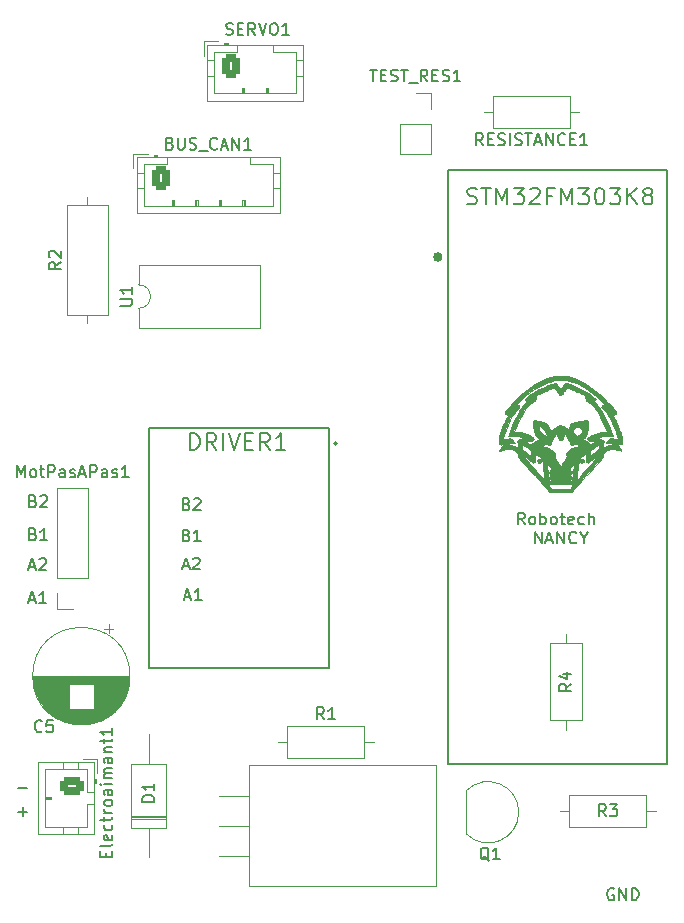
<source format=gbr>
%TF.GenerationSoftware,KiCad,Pcbnew,(6.0.0)*%
%TF.CreationDate,2022-05-13T11:53:06+02:00*%
%TF.ProjectId,Carte Actionneur petit robot JLC PCB,43617274-6520-4416-9374-696f6e6e6575,rev?*%
%TF.SameCoordinates,Original*%
%TF.FileFunction,Legend,Top*%
%TF.FilePolarity,Positive*%
%FSLAX46Y46*%
G04 Gerber Fmt 4.6, Leading zero omitted, Abs format (unit mm)*
G04 Created by KiCad (PCBNEW (6.0.0)) date 2022-05-13 11:53:06*
%MOMM*%
%LPD*%
G01*
G04 APERTURE LIST*
G04 Aperture macros list*
%AMRoundRect*
0 Rectangle with rounded corners*
0 $1 Rounding radius*
0 $2 $3 $4 $5 $6 $7 $8 $9 X,Y pos of 4 corners*
0 Add a 4 corners polygon primitive as box body*
4,1,4,$2,$3,$4,$5,$6,$7,$8,$9,$2,$3,0*
0 Add four circle primitives for the rounded corners*
1,1,$1+$1,$2,$3*
1,1,$1+$1,$4,$5*
1,1,$1+$1,$6,$7*
1,1,$1+$1,$8,$9*
0 Add four rect primitives between the rounded corners*
20,1,$1+$1,$2,$3,$4,$5,0*
20,1,$1+$1,$4,$5,$6,$7,0*
20,1,$1+$1,$6,$7,$8,$9,0*
20,1,$1+$1,$8,$9,$2,$3,0*%
G04 Aperture macros list end*
%ADD10C,0.150000*%
%ADD11C,0.120000*%
%ADD12C,0.010000*%
%ADD13C,0.127000*%
%ADD14C,0.200000*%
%ADD15C,0.400000*%
%ADD16R,2.000000X2.000000*%
%ADD17O,2.000000X2.000000*%
%ADD18R,1.800000X1.800000*%
%ADD19O,1.800000X1.800000*%
%ADD20RoundRect,0.312500X-0.687500X0.437500X-0.687500X-0.437500X0.687500X-0.437500X0.687500X0.437500X0*%
%ADD21O,2.000000X1.500000*%
%ADD22RoundRect,0.312500X-0.437500X-0.687500X0.437500X-0.687500X0.437500X0.687500X-0.437500X0.687500X0*%
%ADD23O,1.500000X2.000000*%
%ADD24R,1.600000X1.600000*%
%ADD25O,1.600000X1.600000*%
%ADD26C,1.900000*%
%ADD27O,3.500000X3.500000*%
%ADD28C,1.600000*%
%ADD29C,2.000000*%
%ADD30R,2.000000X1.524000*%
%ADD31R,3.000000X1.050000*%
%ADD32O,3.000000X1.050000*%
%ADD33C,3.200000*%
%ADD34O,1.900000X1.900000*%
G04 APERTURE END LIST*
D10*
X191770095Y-135644000D02*
X191674857Y-135596380D01*
X191532000Y-135596380D01*
X191389142Y-135644000D01*
X191293904Y-135739238D01*
X191246285Y-135834476D01*
X191198666Y-136024952D01*
X191198666Y-136167809D01*
X191246285Y-136358285D01*
X191293904Y-136453523D01*
X191389142Y-136548761D01*
X191532000Y-136596380D01*
X191627238Y-136596380D01*
X191770095Y-136548761D01*
X191817714Y-136501142D01*
X191817714Y-136167809D01*
X191627238Y-136167809D01*
X192246285Y-136596380D02*
X192246285Y-135596380D01*
X192817714Y-136596380D01*
X192817714Y-135596380D01*
X193293904Y-136596380D02*
X193293904Y-135596380D01*
X193532000Y-135596380D01*
X193674857Y-135644000D01*
X193770095Y-135739238D01*
X193817714Y-135834476D01*
X193865333Y-136024952D01*
X193865333Y-136167809D01*
X193817714Y-136358285D01*
X193770095Y-136453523D01*
X193674857Y-136548761D01*
X193532000Y-136596380D01*
X193293904Y-136596380D01*
X142597238Y-105592571D02*
X142740095Y-105640190D01*
X142787714Y-105687809D01*
X142835333Y-105783047D01*
X142835333Y-105925904D01*
X142787714Y-106021142D01*
X142740095Y-106068761D01*
X142644857Y-106116380D01*
X142263904Y-106116380D01*
X142263904Y-105116380D01*
X142597238Y-105116380D01*
X142692476Y-105164000D01*
X142740095Y-105211619D01*
X142787714Y-105306857D01*
X142787714Y-105402095D01*
X142740095Y-105497333D01*
X142692476Y-105544952D01*
X142597238Y-105592571D01*
X142263904Y-105592571D01*
X143787714Y-106116380D02*
X143216285Y-106116380D01*
X143502000Y-106116380D02*
X143502000Y-105116380D01*
X143406761Y-105259238D01*
X143311523Y-105354476D01*
X143216285Y-105402095D01*
X142287714Y-108370666D02*
X142763904Y-108370666D01*
X142192476Y-108656380D02*
X142525809Y-107656380D01*
X142859142Y-108656380D01*
X143144857Y-107751619D02*
X143192476Y-107704000D01*
X143287714Y-107656380D01*
X143525809Y-107656380D01*
X143621047Y-107704000D01*
X143668666Y-107751619D01*
X143716285Y-107846857D01*
X143716285Y-107942095D01*
X143668666Y-108084952D01*
X143097238Y-108656380D01*
X143716285Y-108656380D01*
X141351047Y-129103428D02*
X142112952Y-129103428D01*
X141732000Y-129484380D02*
X141732000Y-128722476D01*
X142287714Y-111164666D02*
X142763904Y-111164666D01*
X142192476Y-111450380D02*
X142525809Y-110450380D01*
X142859142Y-111450380D01*
X143716285Y-111450380D02*
X143144857Y-111450380D01*
X143430571Y-111450380D02*
X143430571Y-110450380D01*
X143335333Y-110593238D01*
X143240095Y-110688476D01*
X143144857Y-110736095D01*
X155285714Y-108316666D02*
X155761904Y-108316666D01*
X155190476Y-108602380D02*
X155523809Y-107602380D01*
X155857142Y-108602380D01*
X156142857Y-107697619D02*
X156190476Y-107650000D01*
X156285714Y-107602380D01*
X156523809Y-107602380D01*
X156619047Y-107650000D01*
X156666666Y-107697619D01*
X156714285Y-107792857D01*
X156714285Y-107888095D01*
X156666666Y-108030952D01*
X156095238Y-108602380D01*
X156714285Y-108602380D01*
X184221884Y-104788608D02*
X183888551Y-104312418D01*
X183650456Y-104788608D02*
X183650456Y-103788608D01*
X184031408Y-103788608D01*
X184126646Y-103836228D01*
X184174265Y-103883847D01*
X184221884Y-103979085D01*
X184221884Y-104121942D01*
X184174265Y-104217180D01*
X184126646Y-104264799D01*
X184031408Y-104312418D01*
X183650456Y-104312418D01*
X184793313Y-104788608D02*
X184698075Y-104740989D01*
X184650456Y-104693370D01*
X184602837Y-104598132D01*
X184602837Y-104312418D01*
X184650456Y-104217180D01*
X184698075Y-104169561D01*
X184793313Y-104121942D01*
X184936170Y-104121942D01*
X185031408Y-104169561D01*
X185079027Y-104217180D01*
X185126646Y-104312418D01*
X185126646Y-104598132D01*
X185079027Y-104693370D01*
X185031408Y-104740989D01*
X184936170Y-104788608D01*
X184793313Y-104788608D01*
X185555218Y-104788608D02*
X185555218Y-103788608D01*
X185555218Y-104169561D02*
X185650456Y-104121942D01*
X185840932Y-104121942D01*
X185936170Y-104169561D01*
X185983789Y-104217180D01*
X186031408Y-104312418D01*
X186031408Y-104598132D01*
X185983789Y-104693370D01*
X185936170Y-104740989D01*
X185840932Y-104788608D01*
X185650456Y-104788608D01*
X185555218Y-104740989D01*
X186602837Y-104788608D02*
X186507599Y-104740989D01*
X186459980Y-104693370D01*
X186412361Y-104598132D01*
X186412361Y-104312418D01*
X186459980Y-104217180D01*
X186507599Y-104169561D01*
X186602837Y-104121942D01*
X186745694Y-104121942D01*
X186840932Y-104169561D01*
X186888551Y-104217180D01*
X186936170Y-104312418D01*
X186936170Y-104598132D01*
X186888551Y-104693370D01*
X186840932Y-104740989D01*
X186745694Y-104788608D01*
X186602837Y-104788608D01*
X187221884Y-104121942D02*
X187602837Y-104121942D01*
X187364742Y-103788608D02*
X187364742Y-104645751D01*
X187412361Y-104740989D01*
X187507599Y-104788608D01*
X187602837Y-104788608D01*
X188317122Y-104740989D02*
X188221884Y-104788608D01*
X188031408Y-104788608D01*
X187936170Y-104740989D01*
X187888551Y-104645751D01*
X187888551Y-104264799D01*
X187936170Y-104169561D01*
X188031408Y-104121942D01*
X188221884Y-104121942D01*
X188317122Y-104169561D01*
X188364742Y-104264799D01*
X188364742Y-104360037D01*
X187888551Y-104455275D01*
X189221884Y-104740989D02*
X189126646Y-104788608D01*
X188936170Y-104788608D01*
X188840932Y-104740989D01*
X188793313Y-104693370D01*
X188745694Y-104598132D01*
X188745694Y-104312418D01*
X188793313Y-104217180D01*
X188840932Y-104169561D01*
X188936170Y-104121942D01*
X189126646Y-104121942D01*
X189221884Y-104169561D01*
X189650456Y-104788608D02*
X189650456Y-103788608D01*
X190079027Y-104788608D02*
X190079027Y-104264799D01*
X190031408Y-104169561D01*
X189936170Y-104121942D01*
X189793313Y-104121942D01*
X189698075Y-104169561D01*
X189650456Y-104217180D01*
X185079027Y-106398608D02*
X185079027Y-105398608D01*
X185650456Y-106398608D01*
X185650456Y-105398608D01*
X186079027Y-106112894D02*
X186555218Y-106112894D01*
X185983789Y-106398608D02*
X186317122Y-105398608D01*
X186650456Y-106398608D01*
X186983789Y-106398608D02*
X186983789Y-105398608D01*
X187555218Y-106398608D01*
X187555218Y-105398608D01*
X188602837Y-106303370D02*
X188555218Y-106350989D01*
X188412361Y-106398608D01*
X188317122Y-106398608D01*
X188174265Y-106350989D01*
X188079027Y-106255751D01*
X188031408Y-106160513D01*
X187983789Y-105970037D01*
X187983789Y-105827180D01*
X188031408Y-105636704D01*
X188079027Y-105541466D01*
X188174265Y-105446228D01*
X188317122Y-105398608D01*
X188412361Y-105398608D01*
X188555218Y-105446228D01*
X188602837Y-105493847D01*
X189221884Y-105922418D02*
X189221884Y-106398608D01*
X188888551Y-105398608D02*
X189221884Y-105922418D01*
X189555218Y-105398608D01*
X155595238Y-103053571D02*
X155738095Y-103101190D01*
X155785714Y-103148809D01*
X155833333Y-103244047D01*
X155833333Y-103386904D01*
X155785714Y-103482142D01*
X155738095Y-103529761D01*
X155642857Y-103577380D01*
X155261904Y-103577380D01*
X155261904Y-102577380D01*
X155595238Y-102577380D01*
X155690476Y-102625000D01*
X155738095Y-102672619D01*
X155785714Y-102767857D01*
X155785714Y-102863095D01*
X155738095Y-102958333D01*
X155690476Y-103005952D01*
X155595238Y-103053571D01*
X155261904Y-103053571D01*
X156214285Y-102672619D02*
X156261904Y-102625000D01*
X156357142Y-102577380D01*
X156595238Y-102577380D01*
X156690476Y-102625000D01*
X156738095Y-102672619D01*
X156785714Y-102767857D01*
X156785714Y-102863095D01*
X156738095Y-103005952D01*
X156166666Y-103577380D01*
X156785714Y-103577380D01*
X155595238Y-105703571D02*
X155738095Y-105751190D01*
X155785714Y-105798809D01*
X155833333Y-105894047D01*
X155833333Y-106036904D01*
X155785714Y-106132142D01*
X155738095Y-106179761D01*
X155642857Y-106227380D01*
X155261904Y-106227380D01*
X155261904Y-105227380D01*
X155595238Y-105227380D01*
X155690476Y-105275000D01*
X155738095Y-105322619D01*
X155785714Y-105417857D01*
X155785714Y-105513095D01*
X155738095Y-105608333D01*
X155690476Y-105655952D01*
X155595238Y-105703571D01*
X155261904Y-105703571D01*
X156785714Y-106227380D02*
X156214285Y-106227380D01*
X156500000Y-106227380D02*
X156500000Y-105227380D01*
X156404761Y-105370238D01*
X156309523Y-105465476D01*
X156214285Y-105513095D01*
X155435714Y-110916666D02*
X155911904Y-110916666D01*
X155340476Y-111202380D02*
X155673809Y-110202380D01*
X156007142Y-111202380D01*
X156864285Y-111202380D02*
X156292857Y-111202380D01*
X156578571Y-111202380D02*
X156578571Y-110202380D01*
X156483333Y-110345238D01*
X156388095Y-110440476D01*
X156292857Y-110488095D01*
X141351047Y-127071428D02*
X142112952Y-127071428D01*
X142597238Y-102798571D02*
X142740095Y-102846190D01*
X142787714Y-102893809D01*
X142835333Y-102989047D01*
X142835333Y-103131904D01*
X142787714Y-103227142D01*
X142740095Y-103274761D01*
X142644857Y-103322380D01*
X142263904Y-103322380D01*
X142263904Y-102322380D01*
X142597238Y-102322380D01*
X142692476Y-102370000D01*
X142740095Y-102417619D01*
X142787714Y-102512857D01*
X142787714Y-102608095D01*
X142740095Y-102703333D01*
X142692476Y-102750952D01*
X142597238Y-102798571D01*
X142263904Y-102798571D01*
X143216285Y-102417619D02*
X143263904Y-102370000D01*
X143359142Y-102322380D01*
X143597238Y-102322380D01*
X143692476Y-102370000D01*
X143740095Y-102417619D01*
X143787714Y-102512857D01*
X143787714Y-102608095D01*
X143740095Y-102750952D01*
X143168666Y-103322380D01*
X143787714Y-103322380D01*
%TO.C,TEST_RES1*%
X171125047Y-66278380D02*
X171696476Y-66278380D01*
X171410761Y-67278380D02*
X171410761Y-66278380D01*
X172029809Y-66754571D02*
X172363142Y-66754571D01*
X172506000Y-67278380D02*
X172029809Y-67278380D01*
X172029809Y-66278380D01*
X172506000Y-66278380D01*
X172886952Y-67230761D02*
X173029809Y-67278380D01*
X173267904Y-67278380D01*
X173363142Y-67230761D01*
X173410761Y-67183142D01*
X173458380Y-67087904D01*
X173458380Y-66992666D01*
X173410761Y-66897428D01*
X173363142Y-66849809D01*
X173267904Y-66802190D01*
X173077428Y-66754571D01*
X172982190Y-66706952D01*
X172934571Y-66659333D01*
X172886952Y-66564095D01*
X172886952Y-66468857D01*
X172934571Y-66373619D01*
X172982190Y-66326000D01*
X173077428Y-66278380D01*
X173315523Y-66278380D01*
X173458380Y-66326000D01*
X173744095Y-66278380D02*
X174315523Y-66278380D01*
X174029809Y-67278380D02*
X174029809Y-66278380D01*
X174410761Y-67373619D02*
X175172666Y-67373619D01*
X175982190Y-67278380D02*
X175648857Y-66802190D01*
X175410761Y-67278380D02*
X175410761Y-66278380D01*
X175791714Y-66278380D01*
X175886952Y-66326000D01*
X175934571Y-66373619D01*
X175982190Y-66468857D01*
X175982190Y-66611714D01*
X175934571Y-66706952D01*
X175886952Y-66754571D01*
X175791714Y-66802190D01*
X175410761Y-66802190D01*
X176410761Y-66754571D02*
X176744095Y-66754571D01*
X176886952Y-67278380D02*
X176410761Y-67278380D01*
X176410761Y-66278380D01*
X176886952Y-66278380D01*
X177267904Y-67230761D02*
X177410761Y-67278380D01*
X177648857Y-67278380D01*
X177744095Y-67230761D01*
X177791714Y-67183142D01*
X177839333Y-67087904D01*
X177839333Y-66992666D01*
X177791714Y-66897428D01*
X177744095Y-66849809D01*
X177648857Y-66802190D01*
X177458380Y-66754571D01*
X177363142Y-66706952D01*
X177315523Y-66659333D01*
X177267904Y-66564095D01*
X177267904Y-66468857D01*
X177315523Y-66373619D01*
X177363142Y-66326000D01*
X177458380Y-66278380D01*
X177696476Y-66278380D01*
X177839333Y-66326000D01*
X178791714Y-67278380D02*
X178220285Y-67278380D01*
X178506000Y-67278380D02*
X178506000Y-66278380D01*
X178410761Y-66421238D01*
X178315523Y-66516476D01*
X178220285Y-66564095D01*
%TO.C,D1*%
X152852380Y-128246095D02*
X151852380Y-128246095D01*
X151852380Y-128008000D01*
X151900000Y-127865142D01*
X151995238Y-127769904D01*
X152090476Y-127722285D01*
X152280952Y-127674666D01*
X152423809Y-127674666D01*
X152614285Y-127722285D01*
X152709523Y-127769904D01*
X152804761Y-127865142D01*
X152852380Y-128008000D01*
X152852380Y-128246095D01*
X152852380Y-126722285D02*
X152852380Y-127293714D01*
X152852380Y-127008000D02*
X151852380Y-127008000D01*
X151995238Y-127103238D01*
X152090476Y-127198476D01*
X152138095Y-127293714D01*
%TO.C,Electroaimant1*%
X148772571Y-132912761D02*
X148772571Y-132579428D01*
X149296380Y-132436571D02*
X149296380Y-132912761D01*
X148296380Y-132912761D01*
X148296380Y-132436571D01*
X149296380Y-131865142D02*
X149248761Y-131960380D01*
X149153523Y-132008000D01*
X148296380Y-132008000D01*
X149248761Y-131103238D02*
X149296380Y-131198476D01*
X149296380Y-131388952D01*
X149248761Y-131484190D01*
X149153523Y-131531809D01*
X148772571Y-131531809D01*
X148677333Y-131484190D01*
X148629714Y-131388952D01*
X148629714Y-131198476D01*
X148677333Y-131103238D01*
X148772571Y-131055619D01*
X148867809Y-131055619D01*
X148963047Y-131531809D01*
X149248761Y-130198476D02*
X149296380Y-130293714D01*
X149296380Y-130484190D01*
X149248761Y-130579428D01*
X149201142Y-130627047D01*
X149105904Y-130674666D01*
X148820190Y-130674666D01*
X148724952Y-130627047D01*
X148677333Y-130579428D01*
X148629714Y-130484190D01*
X148629714Y-130293714D01*
X148677333Y-130198476D01*
X148629714Y-129912761D02*
X148629714Y-129531809D01*
X148296380Y-129769904D02*
X149153523Y-129769904D01*
X149248761Y-129722285D01*
X149296380Y-129627047D01*
X149296380Y-129531809D01*
X149296380Y-129198476D02*
X148629714Y-129198476D01*
X148820190Y-129198476D02*
X148724952Y-129150857D01*
X148677333Y-129103238D01*
X148629714Y-129008000D01*
X148629714Y-128912761D01*
X149296380Y-128436571D02*
X149248761Y-128531809D01*
X149201142Y-128579428D01*
X149105904Y-128627047D01*
X148820190Y-128627047D01*
X148724952Y-128579428D01*
X148677333Y-128531809D01*
X148629714Y-128436571D01*
X148629714Y-128293714D01*
X148677333Y-128198476D01*
X148724952Y-128150857D01*
X148820190Y-128103238D01*
X149105904Y-128103238D01*
X149201142Y-128150857D01*
X149248761Y-128198476D01*
X149296380Y-128293714D01*
X149296380Y-128436571D01*
X149296380Y-127246095D02*
X148772571Y-127246095D01*
X148677333Y-127293714D01*
X148629714Y-127388952D01*
X148629714Y-127579428D01*
X148677333Y-127674666D01*
X149248761Y-127246095D02*
X149296380Y-127341333D01*
X149296380Y-127579428D01*
X149248761Y-127674666D01*
X149153523Y-127722285D01*
X149058285Y-127722285D01*
X148963047Y-127674666D01*
X148915428Y-127579428D01*
X148915428Y-127341333D01*
X148867809Y-127246095D01*
X149296380Y-126769904D02*
X148629714Y-126769904D01*
X148296380Y-126769904D02*
X148344000Y-126817523D01*
X148391619Y-126769904D01*
X148344000Y-126722285D01*
X148296380Y-126769904D01*
X148391619Y-126769904D01*
X149296380Y-126293714D02*
X148629714Y-126293714D01*
X148724952Y-126293714D02*
X148677333Y-126246095D01*
X148629714Y-126150857D01*
X148629714Y-126008000D01*
X148677333Y-125912761D01*
X148772571Y-125865142D01*
X149296380Y-125865142D01*
X148772571Y-125865142D02*
X148677333Y-125817523D01*
X148629714Y-125722285D01*
X148629714Y-125579428D01*
X148677333Y-125484190D01*
X148772571Y-125436571D01*
X149296380Y-125436571D01*
X149296380Y-124531809D02*
X148772571Y-124531809D01*
X148677333Y-124579428D01*
X148629714Y-124674666D01*
X148629714Y-124865142D01*
X148677333Y-124960380D01*
X149248761Y-124531809D02*
X149296380Y-124627047D01*
X149296380Y-124865142D01*
X149248761Y-124960380D01*
X149153523Y-125008000D01*
X149058285Y-125008000D01*
X148963047Y-124960380D01*
X148915428Y-124865142D01*
X148915428Y-124627047D01*
X148867809Y-124531809D01*
X148629714Y-124055619D02*
X149296380Y-124055619D01*
X148724952Y-124055619D02*
X148677333Y-124008000D01*
X148629714Y-123912761D01*
X148629714Y-123769904D01*
X148677333Y-123674666D01*
X148772571Y-123627047D01*
X149296380Y-123627047D01*
X148629714Y-123293714D02*
X148629714Y-122912761D01*
X148296380Y-123150857D02*
X149153523Y-123150857D01*
X149248761Y-123103238D01*
X149296380Y-123008000D01*
X149296380Y-122912761D01*
X149296380Y-122055619D02*
X149296380Y-122627047D01*
X149296380Y-122341333D02*
X148296380Y-122341333D01*
X148439238Y-122436571D01*
X148534476Y-122531809D01*
X148582095Y-122627047D01*
%TO.C,SERVO1*%
X158933333Y-63279761D02*
X159076190Y-63327380D01*
X159314285Y-63327380D01*
X159409523Y-63279761D01*
X159457142Y-63232142D01*
X159504761Y-63136904D01*
X159504761Y-63041666D01*
X159457142Y-62946428D01*
X159409523Y-62898809D01*
X159314285Y-62851190D01*
X159123809Y-62803571D01*
X159028571Y-62755952D01*
X158980952Y-62708333D01*
X158933333Y-62613095D01*
X158933333Y-62517857D01*
X158980952Y-62422619D01*
X159028571Y-62375000D01*
X159123809Y-62327380D01*
X159361904Y-62327380D01*
X159504761Y-62375000D01*
X159933333Y-62803571D02*
X160266666Y-62803571D01*
X160409523Y-63327380D02*
X159933333Y-63327380D01*
X159933333Y-62327380D01*
X160409523Y-62327380D01*
X161409523Y-63327380D02*
X161076190Y-62851190D01*
X160838095Y-63327380D02*
X160838095Y-62327380D01*
X161219047Y-62327380D01*
X161314285Y-62375000D01*
X161361904Y-62422619D01*
X161409523Y-62517857D01*
X161409523Y-62660714D01*
X161361904Y-62755952D01*
X161314285Y-62803571D01*
X161219047Y-62851190D01*
X160838095Y-62851190D01*
X161695238Y-62327380D02*
X162028571Y-63327380D01*
X162361904Y-62327380D01*
X162885714Y-62327380D02*
X163076190Y-62327380D01*
X163171428Y-62375000D01*
X163266666Y-62470238D01*
X163314285Y-62660714D01*
X163314285Y-62994047D01*
X163266666Y-63184523D01*
X163171428Y-63279761D01*
X163076190Y-63327380D01*
X162885714Y-63327380D01*
X162790476Y-63279761D01*
X162695238Y-63184523D01*
X162647619Y-62994047D01*
X162647619Y-62660714D01*
X162695238Y-62470238D01*
X162790476Y-62375000D01*
X162885714Y-62327380D01*
X164266666Y-63327380D02*
X163695238Y-63327380D01*
X163980952Y-63327380D02*
X163980952Y-62327380D01*
X163885714Y-62470238D01*
X163790476Y-62565476D01*
X163695238Y-62613095D01*
%TO.C,U1*%
X149992380Y-86251904D02*
X150801904Y-86251904D01*
X150897142Y-86204285D01*
X150944761Y-86156666D01*
X150992380Y-86061428D01*
X150992380Y-85870952D01*
X150944761Y-85775714D01*
X150897142Y-85728095D01*
X150801904Y-85680476D01*
X149992380Y-85680476D01*
X150992380Y-84680476D02*
X150992380Y-85251904D01*
X150992380Y-84966190D02*
X149992380Y-84966190D01*
X150135238Y-85061428D01*
X150230476Y-85156666D01*
X150278095Y-85251904D01*
%TO.C,C5*%
X143343333Y-122277142D02*
X143295714Y-122324761D01*
X143152857Y-122372380D01*
X143057619Y-122372380D01*
X142914761Y-122324761D01*
X142819523Y-122229523D01*
X142771904Y-122134285D01*
X142724285Y-121943809D01*
X142724285Y-121800952D01*
X142771904Y-121610476D01*
X142819523Y-121515238D01*
X142914761Y-121420000D01*
X143057619Y-121372380D01*
X143152857Y-121372380D01*
X143295714Y-121420000D01*
X143343333Y-121467619D01*
X144248095Y-121372380D02*
X143771904Y-121372380D01*
X143724285Y-121848571D01*
X143771904Y-121800952D01*
X143867142Y-121753333D01*
X144105238Y-121753333D01*
X144200476Y-121800952D01*
X144248095Y-121848571D01*
X144295714Y-121943809D01*
X144295714Y-122181904D01*
X144248095Y-122277142D01*
X144200476Y-122324761D01*
X144105238Y-122372380D01*
X143867142Y-122372380D01*
X143771904Y-122324761D01*
X143724285Y-122277142D01*
%TO.C,R3*%
X191095333Y-129484380D02*
X190762000Y-129008190D01*
X190523904Y-129484380D02*
X190523904Y-128484380D01*
X190904857Y-128484380D01*
X191000095Y-128532000D01*
X191047714Y-128579619D01*
X191095333Y-128674857D01*
X191095333Y-128817714D01*
X191047714Y-128912952D01*
X191000095Y-128960571D01*
X190904857Y-129008190D01*
X190523904Y-129008190D01*
X191428666Y-128484380D02*
X192047714Y-128484380D01*
X191714380Y-128865333D01*
X191857238Y-128865333D01*
X191952476Y-128912952D01*
X192000095Y-128960571D01*
X192047714Y-129055809D01*
X192047714Y-129293904D01*
X192000095Y-129389142D01*
X191952476Y-129436761D01*
X191857238Y-129484380D01*
X191571523Y-129484380D01*
X191476285Y-129436761D01*
X191428666Y-129389142D01*
%TO.C,DRIVER1*%
X155901900Y-98459733D02*
X155901900Y-97059733D01*
X156235233Y-97059733D01*
X156435233Y-97126400D01*
X156568566Y-97259733D01*
X156635233Y-97393066D01*
X156701900Y-97659733D01*
X156701900Y-97859733D01*
X156635233Y-98126400D01*
X156568566Y-98259733D01*
X156435233Y-98393066D01*
X156235233Y-98459733D01*
X155901900Y-98459733D01*
X158101900Y-98459733D02*
X157635233Y-97793066D01*
X157301900Y-98459733D02*
X157301900Y-97059733D01*
X157835233Y-97059733D01*
X157968566Y-97126400D01*
X158035233Y-97193066D01*
X158101900Y-97326400D01*
X158101900Y-97526400D01*
X158035233Y-97659733D01*
X157968566Y-97726400D01*
X157835233Y-97793066D01*
X157301900Y-97793066D01*
X158701900Y-98459733D02*
X158701900Y-97059733D01*
X159168566Y-97059733D02*
X159635233Y-98459733D01*
X160101900Y-97059733D01*
X160568566Y-97726400D02*
X161035233Y-97726400D01*
X161235233Y-98459733D02*
X160568566Y-98459733D01*
X160568566Y-97059733D01*
X161235233Y-97059733D01*
X162635233Y-98459733D02*
X162168566Y-97793066D01*
X161835233Y-98459733D02*
X161835233Y-97059733D01*
X162368566Y-97059733D01*
X162501900Y-97126400D01*
X162568566Y-97193066D01*
X162635233Y-97326400D01*
X162635233Y-97526400D01*
X162568566Y-97659733D01*
X162501900Y-97726400D01*
X162368566Y-97793066D01*
X161835233Y-97793066D01*
X163968566Y-98459733D02*
X163168566Y-98459733D01*
X163568566Y-98459733D02*
X163568566Y-97059733D01*
X163435233Y-97259733D01*
X163301900Y-97393066D01*
X163168566Y-97459733D01*
%TO.C,MotPasAPas1*%
X141257923Y-100782380D02*
X141257923Y-99782380D01*
X141591257Y-100496666D01*
X141924590Y-99782380D01*
X141924590Y-100782380D01*
X142543638Y-100782380D02*
X142448400Y-100734761D01*
X142400780Y-100687142D01*
X142353161Y-100591904D01*
X142353161Y-100306190D01*
X142400780Y-100210952D01*
X142448400Y-100163333D01*
X142543638Y-100115714D01*
X142686495Y-100115714D01*
X142781733Y-100163333D01*
X142829352Y-100210952D01*
X142876971Y-100306190D01*
X142876971Y-100591904D01*
X142829352Y-100687142D01*
X142781733Y-100734761D01*
X142686495Y-100782380D01*
X142543638Y-100782380D01*
X143162685Y-100115714D02*
X143543638Y-100115714D01*
X143305542Y-99782380D02*
X143305542Y-100639523D01*
X143353161Y-100734761D01*
X143448400Y-100782380D01*
X143543638Y-100782380D01*
X143876971Y-100782380D02*
X143876971Y-99782380D01*
X144257923Y-99782380D01*
X144353161Y-99830000D01*
X144400780Y-99877619D01*
X144448400Y-99972857D01*
X144448400Y-100115714D01*
X144400780Y-100210952D01*
X144353161Y-100258571D01*
X144257923Y-100306190D01*
X143876971Y-100306190D01*
X145305542Y-100782380D02*
X145305542Y-100258571D01*
X145257923Y-100163333D01*
X145162685Y-100115714D01*
X144972209Y-100115714D01*
X144876971Y-100163333D01*
X145305542Y-100734761D02*
X145210304Y-100782380D01*
X144972209Y-100782380D01*
X144876971Y-100734761D01*
X144829352Y-100639523D01*
X144829352Y-100544285D01*
X144876971Y-100449047D01*
X144972209Y-100401428D01*
X145210304Y-100401428D01*
X145305542Y-100353809D01*
X145734114Y-100734761D02*
X145829352Y-100782380D01*
X146019828Y-100782380D01*
X146115066Y-100734761D01*
X146162685Y-100639523D01*
X146162685Y-100591904D01*
X146115066Y-100496666D01*
X146019828Y-100449047D01*
X145876971Y-100449047D01*
X145781733Y-100401428D01*
X145734114Y-100306190D01*
X145734114Y-100258571D01*
X145781733Y-100163333D01*
X145876971Y-100115714D01*
X146019828Y-100115714D01*
X146115066Y-100163333D01*
X146543638Y-100496666D02*
X147019828Y-100496666D01*
X146448400Y-100782380D02*
X146781733Y-99782380D01*
X147115066Y-100782380D01*
X147448400Y-100782380D02*
X147448400Y-99782380D01*
X147829352Y-99782380D01*
X147924590Y-99830000D01*
X147972209Y-99877619D01*
X148019828Y-99972857D01*
X148019828Y-100115714D01*
X147972209Y-100210952D01*
X147924590Y-100258571D01*
X147829352Y-100306190D01*
X147448400Y-100306190D01*
X148876971Y-100782380D02*
X148876971Y-100258571D01*
X148829352Y-100163333D01*
X148734114Y-100115714D01*
X148543638Y-100115714D01*
X148448400Y-100163333D01*
X148876971Y-100734761D02*
X148781733Y-100782380D01*
X148543638Y-100782380D01*
X148448400Y-100734761D01*
X148400780Y-100639523D01*
X148400780Y-100544285D01*
X148448400Y-100449047D01*
X148543638Y-100401428D01*
X148781733Y-100401428D01*
X148876971Y-100353809D01*
X149305542Y-100734761D02*
X149400780Y-100782380D01*
X149591257Y-100782380D01*
X149686495Y-100734761D01*
X149734114Y-100639523D01*
X149734114Y-100591904D01*
X149686495Y-100496666D01*
X149591257Y-100449047D01*
X149448400Y-100449047D01*
X149353161Y-100401428D01*
X149305542Y-100306190D01*
X149305542Y-100258571D01*
X149353161Y-100163333D01*
X149448400Y-100115714D01*
X149591257Y-100115714D01*
X149686495Y-100163333D01*
X150686495Y-100782380D02*
X150115066Y-100782380D01*
X150400780Y-100782380D02*
X150400780Y-99782380D01*
X150305542Y-99925238D01*
X150210304Y-100020476D01*
X150115066Y-100068095D01*
%TO.C,Q1*%
X181204761Y-133247619D02*
X181109523Y-133200000D01*
X181014285Y-133104761D01*
X180871428Y-132961904D01*
X180776190Y-132914285D01*
X180680952Y-132914285D01*
X180728571Y-133152380D02*
X180633333Y-133104761D01*
X180538095Y-133009523D01*
X180490476Y-132819047D01*
X180490476Y-132485714D01*
X180538095Y-132295238D01*
X180633333Y-132200000D01*
X180728571Y-132152380D01*
X180919047Y-132152380D01*
X181014285Y-132200000D01*
X181109523Y-132295238D01*
X181157142Y-132485714D01*
X181157142Y-132819047D01*
X181109523Y-133009523D01*
X181014285Y-133104761D01*
X180919047Y-133152380D01*
X180728571Y-133152380D01*
X182109523Y-133152380D02*
X181538095Y-133152380D01*
X181823809Y-133152380D02*
X181823809Y-132152380D01*
X181728571Y-132295238D01*
X181633333Y-132390476D01*
X181538095Y-132438095D01*
%TO.C,R4*%
X188158380Y-118276666D02*
X187682190Y-118610000D01*
X188158380Y-118848095D02*
X187158380Y-118848095D01*
X187158380Y-118467142D01*
X187206000Y-118371904D01*
X187253619Y-118324285D01*
X187348857Y-118276666D01*
X187491714Y-118276666D01*
X187586952Y-118324285D01*
X187634571Y-118371904D01*
X187682190Y-118467142D01*
X187682190Y-118848095D01*
X187491714Y-117419523D02*
X188158380Y-117419523D01*
X187110761Y-117657619D02*
X187825047Y-117895714D01*
X187825047Y-117276666D01*
%TO.C,R1*%
X167219333Y-121272380D02*
X166886000Y-120796190D01*
X166647904Y-121272380D02*
X166647904Y-120272380D01*
X167028857Y-120272380D01*
X167124095Y-120320000D01*
X167171714Y-120367619D01*
X167219333Y-120462857D01*
X167219333Y-120605714D01*
X167171714Y-120700952D01*
X167124095Y-120748571D01*
X167028857Y-120796190D01*
X166647904Y-120796190D01*
X168171714Y-121272380D02*
X167600285Y-121272380D01*
X167886000Y-121272380D02*
X167886000Y-120272380D01*
X167790761Y-120415238D01*
X167695523Y-120510476D01*
X167600285Y-120558095D01*
%TO.C,STM32FM303K8*%
X179353361Y-77617629D02*
X179553700Y-77684409D01*
X179887600Y-77684409D01*
X180021160Y-77617629D01*
X180087940Y-77550849D01*
X180154720Y-77417289D01*
X180154720Y-77283729D01*
X180087940Y-77150169D01*
X180021160Y-77083389D01*
X179887600Y-77016610D01*
X179620480Y-76949830D01*
X179486921Y-76883050D01*
X179420141Y-76816270D01*
X179353361Y-76682710D01*
X179353361Y-76549150D01*
X179420141Y-76415590D01*
X179486921Y-76348811D01*
X179620480Y-76282031D01*
X179954380Y-76282031D01*
X180154720Y-76348811D01*
X180555399Y-76282031D02*
X181356758Y-76282031D01*
X180956078Y-77684409D02*
X180956078Y-76282031D01*
X181824217Y-77684409D02*
X181824217Y-76282031D01*
X182291677Y-77283729D01*
X182759136Y-76282031D01*
X182759136Y-77684409D01*
X183293375Y-76282031D02*
X184161514Y-76282031D01*
X183694055Y-76816270D01*
X183894394Y-76816270D01*
X184027954Y-76883050D01*
X184094734Y-76949830D01*
X184161514Y-77083389D01*
X184161514Y-77417289D01*
X184094734Y-77550849D01*
X184027954Y-77617629D01*
X183894394Y-77684409D01*
X183493715Y-77684409D01*
X183360155Y-77617629D01*
X183293375Y-77550849D01*
X184695753Y-76415590D02*
X184762533Y-76348811D01*
X184896093Y-76282031D01*
X185229992Y-76282031D01*
X185363552Y-76348811D01*
X185430332Y-76415590D01*
X185497112Y-76549150D01*
X185497112Y-76682710D01*
X185430332Y-76883050D01*
X184628973Y-77684409D01*
X185497112Y-77684409D01*
X186565590Y-76949830D02*
X186098131Y-76949830D01*
X186098131Y-77684409D02*
X186098131Y-76282031D01*
X186765930Y-76282031D01*
X187300169Y-77684409D02*
X187300169Y-76282031D01*
X187767629Y-77283729D01*
X188235088Y-76282031D01*
X188235088Y-77684409D01*
X188769327Y-76282031D02*
X189637466Y-76282031D01*
X189170007Y-76816270D01*
X189370346Y-76816270D01*
X189503906Y-76883050D01*
X189570686Y-76949830D01*
X189637466Y-77083389D01*
X189637466Y-77417289D01*
X189570686Y-77550849D01*
X189503906Y-77617629D01*
X189370346Y-77684409D01*
X188969667Y-77684409D01*
X188836107Y-77617629D01*
X188769327Y-77550849D01*
X190505605Y-76282031D02*
X190639165Y-76282031D01*
X190772724Y-76348811D01*
X190839504Y-76415590D01*
X190906284Y-76549150D01*
X190973064Y-76816270D01*
X190973064Y-77150169D01*
X190906284Y-77417289D01*
X190839504Y-77550849D01*
X190772724Y-77617629D01*
X190639165Y-77684409D01*
X190505605Y-77684409D01*
X190372045Y-77617629D01*
X190305265Y-77550849D01*
X190238485Y-77417289D01*
X190171705Y-77150169D01*
X190171705Y-76816270D01*
X190238485Y-76549150D01*
X190305265Y-76415590D01*
X190372045Y-76348811D01*
X190505605Y-76282031D01*
X191440523Y-76282031D02*
X192308662Y-76282031D01*
X191841203Y-76816270D01*
X192041543Y-76816270D01*
X192175102Y-76883050D01*
X192241882Y-76949830D01*
X192308662Y-77083389D01*
X192308662Y-77417289D01*
X192241882Y-77550849D01*
X192175102Y-77617629D01*
X192041543Y-77684409D01*
X191640863Y-77684409D01*
X191507303Y-77617629D01*
X191440523Y-77550849D01*
X192909681Y-77684409D02*
X192909681Y-76282031D01*
X193711040Y-77684409D02*
X193110021Y-76883050D01*
X193711040Y-76282031D02*
X192909681Y-77083389D01*
X194512399Y-76883050D02*
X194378839Y-76816270D01*
X194312059Y-76749490D01*
X194245279Y-76615930D01*
X194245279Y-76549150D01*
X194312059Y-76415590D01*
X194378839Y-76348811D01*
X194512399Y-76282031D01*
X194779519Y-76282031D01*
X194913079Y-76348811D01*
X194979858Y-76415590D01*
X195046638Y-76549150D01*
X195046638Y-76615930D01*
X194979858Y-76749490D01*
X194913079Y-76816270D01*
X194779519Y-76883050D01*
X194512399Y-76883050D01*
X194378839Y-76949830D01*
X194312059Y-77016610D01*
X194245279Y-77150169D01*
X194245279Y-77417289D01*
X194312059Y-77550849D01*
X194378839Y-77617629D01*
X194512399Y-77684409D01*
X194779519Y-77684409D01*
X194913079Y-77617629D01*
X194979858Y-77550849D01*
X195046638Y-77417289D01*
X195046638Y-77150169D01*
X194979858Y-77016610D01*
X194913079Y-76949830D01*
X194779519Y-76883050D01*
%TO.C,*%
%TO.C,BUS_CAN1*%
X154191104Y-72526171D02*
X154333961Y-72573790D01*
X154381580Y-72621409D01*
X154429200Y-72716647D01*
X154429200Y-72859504D01*
X154381580Y-72954742D01*
X154333961Y-73002361D01*
X154238723Y-73049980D01*
X153857771Y-73049980D01*
X153857771Y-72049980D01*
X154191104Y-72049980D01*
X154286342Y-72097600D01*
X154333961Y-72145219D01*
X154381580Y-72240457D01*
X154381580Y-72335695D01*
X154333961Y-72430933D01*
X154286342Y-72478552D01*
X154191104Y-72526171D01*
X153857771Y-72526171D01*
X154857771Y-72049980D02*
X154857771Y-72859504D01*
X154905390Y-72954742D01*
X154953009Y-73002361D01*
X155048247Y-73049980D01*
X155238723Y-73049980D01*
X155333961Y-73002361D01*
X155381580Y-72954742D01*
X155429200Y-72859504D01*
X155429200Y-72049980D01*
X155857771Y-73002361D02*
X156000628Y-73049980D01*
X156238723Y-73049980D01*
X156333961Y-73002361D01*
X156381580Y-72954742D01*
X156429200Y-72859504D01*
X156429200Y-72764266D01*
X156381580Y-72669028D01*
X156333961Y-72621409D01*
X156238723Y-72573790D01*
X156048247Y-72526171D01*
X155953009Y-72478552D01*
X155905390Y-72430933D01*
X155857771Y-72335695D01*
X155857771Y-72240457D01*
X155905390Y-72145219D01*
X155953009Y-72097600D01*
X156048247Y-72049980D01*
X156286342Y-72049980D01*
X156429200Y-72097600D01*
X156619676Y-73145219D02*
X157381580Y-73145219D01*
X158191104Y-72954742D02*
X158143485Y-73002361D01*
X158000628Y-73049980D01*
X157905390Y-73049980D01*
X157762533Y-73002361D01*
X157667295Y-72907123D01*
X157619676Y-72811885D01*
X157572057Y-72621409D01*
X157572057Y-72478552D01*
X157619676Y-72288076D01*
X157667295Y-72192838D01*
X157762533Y-72097600D01*
X157905390Y-72049980D01*
X158000628Y-72049980D01*
X158143485Y-72097600D01*
X158191104Y-72145219D01*
X158572057Y-72764266D02*
X159048247Y-72764266D01*
X158476819Y-73049980D02*
X158810152Y-72049980D01*
X159143485Y-73049980D01*
X159476819Y-73049980D02*
X159476819Y-72049980D01*
X160048247Y-73049980D01*
X160048247Y-72049980D01*
X161048247Y-73049980D02*
X160476819Y-73049980D01*
X160762533Y-73049980D02*
X160762533Y-72049980D01*
X160667295Y-72192838D01*
X160572057Y-72288076D01*
X160476819Y-72335695D01*
%TO.C,R2*%
X144932380Y-82566666D02*
X144456190Y-82900000D01*
X144932380Y-83138095D02*
X143932380Y-83138095D01*
X143932380Y-82757142D01*
X143980000Y-82661904D01*
X144027619Y-82614285D01*
X144122857Y-82566666D01*
X144265714Y-82566666D01*
X144360952Y-82614285D01*
X144408571Y-82661904D01*
X144456190Y-82757142D01*
X144456190Y-83138095D01*
X144027619Y-82185714D02*
X143980000Y-82138095D01*
X143932380Y-82042857D01*
X143932380Y-81804761D01*
X143980000Y-81709523D01*
X144027619Y-81661904D01*
X144122857Y-81614285D01*
X144218095Y-81614285D01*
X144360952Y-81661904D01*
X144932380Y-82233333D01*
X144932380Y-81614285D01*
%TO.C,RESISTANCE1*%
X180689761Y-72672380D02*
X180356428Y-72196190D01*
X180118333Y-72672380D02*
X180118333Y-71672380D01*
X180499285Y-71672380D01*
X180594523Y-71720000D01*
X180642142Y-71767619D01*
X180689761Y-71862857D01*
X180689761Y-72005714D01*
X180642142Y-72100952D01*
X180594523Y-72148571D01*
X180499285Y-72196190D01*
X180118333Y-72196190D01*
X181118333Y-72148571D02*
X181451666Y-72148571D01*
X181594523Y-72672380D02*
X181118333Y-72672380D01*
X181118333Y-71672380D01*
X181594523Y-71672380D01*
X181975476Y-72624761D02*
X182118333Y-72672380D01*
X182356428Y-72672380D01*
X182451666Y-72624761D01*
X182499285Y-72577142D01*
X182546904Y-72481904D01*
X182546904Y-72386666D01*
X182499285Y-72291428D01*
X182451666Y-72243809D01*
X182356428Y-72196190D01*
X182165952Y-72148571D01*
X182070714Y-72100952D01*
X182023095Y-72053333D01*
X181975476Y-71958095D01*
X181975476Y-71862857D01*
X182023095Y-71767619D01*
X182070714Y-71720000D01*
X182165952Y-71672380D01*
X182404047Y-71672380D01*
X182546904Y-71720000D01*
X182975476Y-72672380D02*
X182975476Y-71672380D01*
X183404047Y-72624761D02*
X183546904Y-72672380D01*
X183785000Y-72672380D01*
X183880238Y-72624761D01*
X183927857Y-72577142D01*
X183975476Y-72481904D01*
X183975476Y-72386666D01*
X183927857Y-72291428D01*
X183880238Y-72243809D01*
X183785000Y-72196190D01*
X183594523Y-72148571D01*
X183499285Y-72100952D01*
X183451666Y-72053333D01*
X183404047Y-71958095D01*
X183404047Y-71862857D01*
X183451666Y-71767619D01*
X183499285Y-71720000D01*
X183594523Y-71672380D01*
X183832619Y-71672380D01*
X183975476Y-71720000D01*
X184261190Y-71672380D02*
X184832619Y-71672380D01*
X184546904Y-72672380D02*
X184546904Y-71672380D01*
X185118333Y-72386666D02*
X185594523Y-72386666D01*
X185023095Y-72672380D02*
X185356428Y-71672380D01*
X185689761Y-72672380D01*
X186023095Y-72672380D02*
X186023095Y-71672380D01*
X186594523Y-72672380D01*
X186594523Y-71672380D01*
X187642142Y-72577142D02*
X187594523Y-72624761D01*
X187451666Y-72672380D01*
X187356428Y-72672380D01*
X187213571Y-72624761D01*
X187118333Y-72529523D01*
X187070714Y-72434285D01*
X187023095Y-72243809D01*
X187023095Y-72100952D01*
X187070714Y-71910476D01*
X187118333Y-71815238D01*
X187213571Y-71720000D01*
X187356428Y-71672380D01*
X187451666Y-71672380D01*
X187594523Y-71720000D01*
X187642142Y-71767619D01*
X188070714Y-72148571D02*
X188404047Y-72148571D01*
X188546904Y-72672380D02*
X188070714Y-72672380D01*
X188070714Y-71672380D01*
X188546904Y-71672380D01*
X189499285Y-72672380D02*
X188927857Y-72672380D01*
X189213571Y-72672380D02*
X189213571Y-71672380D01*
X189118333Y-71815238D01*
X189023095Y-71910476D01*
X188927857Y-71958095D01*
D11*
%TO.C,TEST_RES1*%
X176336000Y-70866000D02*
X176336000Y-73466000D01*
X173676000Y-70866000D02*
X173676000Y-73466000D01*
X175006000Y-68266000D02*
X176336000Y-68266000D01*
X176336000Y-68266000D02*
X176336000Y-69596000D01*
X173676000Y-73466000D02*
X176336000Y-73466000D01*
X173676000Y-70866000D02*
X176336000Y-70866000D01*
%TO.C,D1*%
X150930000Y-125042000D02*
X150930000Y-130482000D01*
X150930000Y-129462000D02*
X153870000Y-129462000D01*
X153870000Y-125042000D02*
X150930000Y-125042000D01*
X153870000Y-130482000D02*
X153870000Y-125042000D01*
X152400000Y-122552000D02*
X152400000Y-125042000D01*
X150930000Y-130482000D02*
X153870000Y-130482000D01*
X152400000Y-132972000D02*
X152400000Y-130482000D01*
X150930000Y-129582000D02*
X153870000Y-129582000D01*
X150930000Y-129702000D02*
X153870000Y-129702000D01*
%TO.C,Electroaimant1*%
X146439000Y-131033000D02*
X146439000Y-130423000D01*
X147139000Y-130423000D02*
X147139000Y-128473000D01*
X143029000Y-124913000D02*
X143029000Y-131033000D01*
X147849000Y-126673000D02*
X147849000Y-126373000D01*
X148049000Y-124613000D02*
X146799000Y-124613000D01*
X148049000Y-125863000D02*
X148049000Y-124613000D01*
X147749000Y-124913000D02*
X143029000Y-124913000D01*
X147139000Y-128473000D02*
X147749000Y-128473000D01*
X145139000Y-124913000D02*
X145139000Y-125523000D01*
X144139000Y-128073000D02*
X143639000Y-128073000D01*
X143639000Y-130423000D02*
X147139000Y-130423000D01*
X147949000Y-126373000D02*
X147749000Y-126373000D01*
X147139000Y-125523000D02*
X143639000Y-125523000D01*
X143639000Y-127973000D02*
X144139000Y-127973000D01*
X147949000Y-126673000D02*
X147949000Y-126373000D01*
X143639000Y-125523000D02*
X143639000Y-130423000D01*
X144139000Y-127873000D02*
X144139000Y-128073000D01*
X147139000Y-127473000D02*
X147139000Y-125523000D01*
X147749000Y-131033000D02*
X147749000Y-124913000D01*
X147749000Y-127473000D02*
X147139000Y-127473000D01*
X145139000Y-131033000D02*
X145139000Y-130423000D01*
X143639000Y-127873000D02*
X144139000Y-127873000D01*
X146439000Y-124913000D02*
X146439000Y-125523000D01*
X147749000Y-126673000D02*
X147949000Y-126673000D01*
X143029000Y-131033000D02*
X147749000Y-131033000D01*
%TO.C,SERVO1*%
X159100000Y-64190000D02*
X159100000Y-63990000D01*
X160400000Y-68300000D02*
X160400000Y-67800000D01*
X159100000Y-63990000D02*
X158800000Y-63990000D01*
X165460000Y-68910000D02*
X165460000Y-64190000D01*
X159900000Y-64190000D02*
X159900000Y-64800000D01*
X157340000Y-64190000D02*
X157340000Y-68910000D01*
X162900000Y-64800000D02*
X162900000Y-64190000D01*
X157950000Y-64800000D02*
X157950000Y-68300000D01*
X158290000Y-63890000D02*
X157040000Y-63890000D01*
X160300000Y-67800000D02*
X160500000Y-67800000D01*
X160500000Y-67800000D02*
X160500000Y-68300000D01*
X164850000Y-68300000D02*
X164850000Y-64800000D01*
X157950000Y-68300000D02*
X164850000Y-68300000D01*
X159900000Y-64800000D02*
X157950000Y-64800000D01*
X157340000Y-68910000D02*
X165460000Y-68910000D01*
X162500000Y-67800000D02*
X162500000Y-68300000D01*
X160300000Y-68300000D02*
X160300000Y-67800000D01*
X162300000Y-67800000D02*
X162500000Y-67800000D01*
X165460000Y-66800000D02*
X164850000Y-66800000D01*
X159100000Y-64090000D02*
X158800000Y-64090000D01*
X165460000Y-65500000D02*
X164850000Y-65500000D01*
X157340000Y-66800000D02*
X157950000Y-66800000D01*
X157340000Y-65500000D02*
X157950000Y-65500000D01*
X164850000Y-64800000D02*
X162900000Y-64800000D01*
X165460000Y-64190000D02*
X157340000Y-64190000D01*
X158800000Y-63990000D02*
X158800000Y-64190000D01*
X162400000Y-68300000D02*
X162400000Y-67800000D01*
X157040000Y-63890000D02*
X157040000Y-65140000D01*
X162300000Y-68300000D02*
X162300000Y-67800000D01*
%TO.C,U1*%
X161820000Y-88140000D02*
X161820000Y-82840000D01*
X161820000Y-82840000D02*
X151540000Y-82840000D01*
X151540000Y-86490000D02*
X151540000Y-88140000D01*
X151540000Y-88140000D02*
X161820000Y-88140000D01*
X151540000Y-82840000D02*
X151540000Y-84490000D01*
X151540000Y-86490000D02*
G75*
G03*
X151540000Y-84490000I0J1000000D01*
G01*
%TO.C,C5*%
X145645000Y-119471000D02*
X143038000Y-119471000D01*
X150702000Y-118351000D02*
X147725000Y-118351000D01*
X150587000Y-118831000D02*
X147725000Y-118831000D01*
X147218000Y-121711000D02*
X146152000Y-121711000D01*
X149874000Y-120191000D02*
X147725000Y-120191000D01*
X148649000Y-121231000D02*
X144721000Y-121231000D01*
X150202000Y-119711000D02*
X147725000Y-119711000D01*
X148575000Y-121271000D02*
X144795000Y-121271000D01*
X150225000Y-119671000D02*
X147725000Y-119671000D01*
X150765000Y-117630000D02*
X142605000Y-117630000D01*
X145645000Y-120311000D02*
X143595000Y-120311000D01*
X150475000Y-119151000D02*
X147725000Y-119151000D01*
X150679000Y-118471000D02*
X147725000Y-118471000D01*
X148913000Y-121071000D02*
X144457000Y-121071000D01*
X149030000Y-120991000D02*
X144340000Y-120991000D01*
X145645000Y-119951000D02*
X143320000Y-119951000D01*
X150425000Y-119271000D02*
X147725000Y-119271000D01*
X145645000Y-118671000D02*
X142738000Y-118671000D01*
X150765000Y-117670000D02*
X142605000Y-117670000D01*
X150247000Y-119631000D02*
X147725000Y-119631000D01*
X149400000Y-113620302D02*
X148600000Y-113620302D01*
X150269000Y-119591000D02*
X147725000Y-119591000D01*
X145645000Y-118791000D02*
X142771000Y-118791000D01*
X150023000Y-119991000D02*
X147725000Y-119991000D01*
X150762000Y-117790000D02*
X142608000Y-117790000D01*
X149935000Y-120111000D02*
X147725000Y-120111000D01*
X149289000Y-120791000D02*
X144081000Y-120791000D01*
X150535000Y-118991000D02*
X147725000Y-118991000D01*
X148237000Y-121431000D02*
X145133000Y-121431000D01*
X150753000Y-117950000D02*
X142617000Y-117950000D01*
X145645000Y-119671000D02*
X143145000Y-119671000D01*
X145645000Y-119871000D02*
X143267000Y-119871000D01*
X145645000Y-118351000D02*
X142668000Y-118351000D01*
X150407000Y-119311000D02*
X147725000Y-119311000D01*
X145645000Y-119831000D02*
X143241000Y-119831000D01*
X145645000Y-118831000D02*
X142783000Y-118831000D01*
X145645000Y-119111000D02*
X142880000Y-119111000D01*
X150670000Y-118511000D02*
X147725000Y-118511000D01*
X150750000Y-117990000D02*
X142620000Y-117990000D01*
X145645000Y-118391000D02*
X142675000Y-118391000D01*
X150765000Y-117710000D02*
X142605000Y-117710000D01*
X145645000Y-119751000D02*
X143192000Y-119751000D01*
X145645000Y-120391000D02*
X143666000Y-120391000D01*
X148330000Y-121391000D02*
X145040000Y-121391000D01*
X145645000Y-118591000D02*
X142718000Y-118591000D01*
X145645000Y-120071000D02*
X143405000Y-120071000D01*
X149552000Y-120551000D02*
X143818000Y-120551000D01*
X150715000Y-118270000D02*
X142655000Y-118270000D01*
X150520000Y-119031000D02*
X147725000Y-119031000D01*
X149668000Y-120431000D02*
X143702000Y-120431000D01*
X145645000Y-119031000D02*
X142850000Y-119031000D01*
X150332000Y-119471000D02*
X147725000Y-119471000D01*
X148719000Y-121191000D02*
X144651000Y-121191000D01*
X145645000Y-119191000D02*
X142911000Y-119191000D01*
X145645000Y-118631000D02*
X142728000Y-118631000D01*
X150761000Y-117830000D02*
X142609000Y-117830000D01*
X150695000Y-118391000D02*
X147725000Y-118391000D01*
X150291000Y-119551000D02*
X147725000Y-119551000D01*
X145645000Y-119631000D02*
X143123000Y-119631000D01*
X147453000Y-121671000D02*
X145917000Y-121671000D01*
X149994000Y-120031000D02*
X147725000Y-120031000D01*
X149085000Y-120951000D02*
X144285000Y-120951000D01*
X147783000Y-121591000D02*
X145587000Y-121591000D01*
X150178000Y-119751000D02*
X147725000Y-119751000D01*
X145645000Y-118871000D02*
X142796000Y-118871000D01*
X145645000Y-119791000D02*
X143216000Y-119791000D01*
X145645000Y-118751000D02*
X142760000Y-118751000D01*
X150642000Y-118631000D02*
X147725000Y-118631000D01*
X150506000Y-119071000D02*
X147725000Y-119071000D01*
X148787000Y-121151000D02*
X144583000Y-121151000D01*
X145645000Y-119711000D02*
X143168000Y-119711000D01*
X149841000Y-120231000D02*
X147725000Y-120231000D01*
X150371000Y-119391000D02*
X147725000Y-119391000D01*
X145645000Y-118551000D02*
X142709000Y-118551000D01*
X148851000Y-121111000D02*
X144519000Y-121111000D01*
X149469000Y-120631000D02*
X143901000Y-120631000D01*
X148031000Y-121511000D02*
X145339000Y-121511000D01*
X150742000Y-118070000D02*
X142628000Y-118070000D01*
X148498000Y-121311000D02*
X144872000Y-121311000D01*
X145645000Y-118711000D02*
X142749000Y-118711000D01*
X145645000Y-118471000D02*
X142691000Y-118471000D01*
X150490000Y-119111000D02*
X147725000Y-119111000D01*
X149190000Y-120871000D02*
X144180000Y-120871000D01*
X148138000Y-121471000D02*
X145232000Y-121471000D01*
X147633000Y-121631000D02*
X145737000Y-121631000D01*
X150733000Y-118150000D02*
X142637000Y-118150000D01*
X145645000Y-120231000D02*
X143529000Y-120231000D01*
X147914000Y-121551000D02*
X145456000Y-121551000D01*
X148972000Y-121031000D02*
X144398000Y-121031000D01*
X145645000Y-119511000D02*
X143058000Y-119511000D01*
X149241000Y-120831000D02*
X144129000Y-120831000D01*
X150599000Y-118791000D02*
X147725000Y-118791000D01*
X150312000Y-119511000D02*
X147725000Y-119511000D01*
X145645000Y-118431000D02*
X142683000Y-118431000D01*
X149336000Y-120751000D02*
X144034000Y-120751000D01*
X150351000Y-119431000D02*
X147725000Y-119431000D01*
X145645000Y-119311000D02*
X142963000Y-119311000D01*
X145645000Y-119911000D02*
X143293000Y-119911000D01*
X149511000Y-120591000D02*
X143859000Y-120591000D01*
X149704000Y-120391000D02*
X147725000Y-120391000D01*
X150722000Y-118230000D02*
X142648000Y-118230000D01*
X145645000Y-119551000D02*
X143079000Y-119551000D01*
X145645000Y-120351000D02*
X143630000Y-120351000D01*
X145645000Y-120151000D02*
X143465000Y-120151000D01*
X145645000Y-119991000D02*
X143347000Y-119991000D01*
X149775000Y-120311000D02*
X147725000Y-120311000D01*
X150709000Y-118310000D02*
X142661000Y-118310000D01*
X145645000Y-118911000D02*
X142808000Y-118911000D01*
X150764000Y-117750000D02*
X142606000Y-117750000D01*
X145645000Y-118991000D02*
X142835000Y-118991000D01*
X145645000Y-118511000D02*
X142700000Y-118511000D01*
X150610000Y-118751000D02*
X147725000Y-118751000D01*
X145645000Y-120031000D02*
X143376000Y-120031000D01*
X150661000Y-118551000D02*
X147725000Y-118551000D01*
X149592000Y-120511000D02*
X143778000Y-120511000D01*
X150154000Y-119791000D02*
X147725000Y-119791000D01*
X149630000Y-120471000D02*
X143740000Y-120471000D01*
X145645000Y-119151000D02*
X142895000Y-119151000D01*
X145645000Y-120191000D02*
X143496000Y-120191000D01*
X150129000Y-119831000D02*
X147725000Y-119831000D01*
X150632000Y-118671000D02*
X147725000Y-118671000D01*
X150442000Y-119231000D02*
X147725000Y-119231000D01*
X150548000Y-118951000D02*
X147725000Y-118951000D01*
X148416000Y-121351000D02*
X144954000Y-121351000D01*
X149965000Y-120071000D02*
X147725000Y-120071000D01*
X145645000Y-119391000D02*
X142999000Y-119391000D01*
X145645000Y-119351000D02*
X142981000Y-119351000D01*
X150574000Y-118871000D02*
X147725000Y-118871000D01*
X145645000Y-119071000D02*
X142864000Y-119071000D01*
X145645000Y-119591000D02*
X143101000Y-119591000D01*
X150050000Y-119951000D02*
X147725000Y-119951000D01*
X145645000Y-118951000D02*
X142822000Y-118951000D01*
X149809000Y-120271000D02*
X147725000Y-120271000D01*
X150621000Y-118711000D02*
X147725000Y-118711000D01*
X150562000Y-118911000D02*
X147725000Y-118911000D01*
X149426000Y-120671000D02*
X143944000Y-120671000D01*
X145645000Y-119431000D02*
X143019000Y-119431000D01*
X145645000Y-119271000D02*
X142945000Y-119271000D01*
X149382000Y-120711000D02*
X143988000Y-120711000D01*
X150077000Y-119911000D02*
X147725000Y-119911000D01*
X150746000Y-118030000D02*
X142624000Y-118030000D01*
X145645000Y-120111000D02*
X143435000Y-120111000D01*
X150756000Y-117910000D02*
X142614000Y-117910000D01*
X150459000Y-119191000D02*
X147725000Y-119191000D01*
X149905000Y-120151000D02*
X147725000Y-120151000D01*
X150759000Y-117870000D02*
X142611000Y-117870000D01*
X150687000Y-118431000D02*
X147725000Y-118431000D01*
X149000000Y-113220302D02*
X149000000Y-114020302D01*
X150103000Y-119871000D02*
X147725000Y-119871000D01*
X150389000Y-119351000D02*
X147725000Y-119351000D01*
X150652000Y-118591000D02*
X147725000Y-118591000D01*
X150727000Y-118190000D02*
X142643000Y-118190000D01*
X149740000Y-120351000D02*
X147725000Y-120351000D01*
X145645000Y-119231000D02*
X142928000Y-119231000D01*
X149139000Y-120911000D02*
X144231000Y-120911000D01*
X150737000Y-118110000D02*
X142633000Y-118110000D01*
X145645000Y-120271000D02*
X143561000Y-120271000D01*
X150805000Y-117630000D02*
G75*
G03*
X150805000Y-117630000I-4120000J0D01*
G01*
D12*
%TO.C,G\u002A\u002A\u002A*%
X189130103Y-99243958D02*
X189181619Y-99285880D01*
X189181619Y-99285880D02*
X189207243Y-99329176D01*
X189207243Y-99329176D02*
X189221985Y-99400693D01*
X189221985Y-99400693D02*
X189208721Y-99465258D01*
X189208721Y-99465258D02*
X189173036Y-99517631D01*
X189173036Y-99517631D02*
X189120510Y-99552576D01*
X189120510Y-99552576D02*
X189056727Y-99564854D01*
X189056727Y-99564854D02*
X188987268Y-99549227D01*
X188987268Y-99549227D02*
X188977620Y-99544622D01*
X188977620Y-99544622D02*
X188920254Y-99497662D01*
X188920254Y-99497662D02*
X188895289Y-99452152D01*
X188895289Y-99452152D02*
X188881823Y-99407716D01*
X188881823Y-99407716D02*
X188883747Y-99372441D01*
X188883747Y-99372441D02*
X188902243Y-99327709D01*
X188902243Y-99327709D02*
X188903336Y-99325478D01*
X188903336Y-99325478D02*
X188947412Y-99267526D01*
X188947412Y-99267526D02*
X189005139Y-99234685D01*
X189005139Y-99234685D02*
X189068656Y-99226861D01*
X189068656Y-99226861D02*
X189130103Y-99243958D01*
X189130103Y-99243958D02*
X189130103Y-99243958D01*
G36*
X189130103Y-99243958D02*
G01*
X189181619Y-99285880D01*
X189207243Y-99329176D01*
X189221985Y-99400693D01*
X189208721Y-99465258D01*
X189173036Y-99517631D01*
X189120510Y-99552576D01*
X189056727Y-99564854D01*
X188987268Y-99549227D01*
X188977620Y-99544622D01*
X188920254Y-99497662D01*
X188895289Y-99452152D01*
X188881823Y-99407716D01*
X188883747Y-99372441D01*
X188902243Y-99327709D01*
X188903336Y-99325478D01*
X188947412Y-99267526D01*
X189005139Y-99234685D01*
X189068656Y-99226861D01*
X189130103Y-99243958D01*
G37*
X189130103Y-99243958D02*
X189181619Y-99285880D01*
X189207243Y-99329176D01*
X189221985Y-99400693D01*
X189208721Y-99465258D01*
X189173036Y-99517631D01*
X189120510Y-99552576D01*
X189056727Y-99564854D01*
X188987268Y-99549227D01*
X188977620Y-99544622D01*
X188920254Y-99497662D01*
X188895289Y-99452152D01*
X188881823Y-99407716D01*
X188883747Y-99372441D01*
X188902243Y-99327709D01*
X188903336Y-99325478D01*
X188947412Y-99267526D01*
X189005139Y-99234685D01*
X189068656Y-99226861D01*
X189130103Y-99243958D01*
X187467094Y-92220614D02*
X187618301Y-92228663D01*
X187618301Y-92228663D02*
X187748979Y-92241241D01*
X187748979Y-92241241D02*
X187798261Y-92248310D01*
X187798261Y-92248310D02*
X188118086Y-92315781D01*
X188118086Y-92315781D02*
X188441643Y-92414547D01*
X188441643Y-92414547D02*
X188769425Y-92544869D01*
X188769425Y-92544869D02*
X189101925Y-92707007D01*
X189101925Y-92707007D02*
X189439633Y-92901221D01*
X189439633Y-92901221D02*
X189783044Y-93127774D01*
X189783044Y-93127774D02*
X190132649Y-93386924D01*
X190132649Y-93386924D02*
X190467333Y-93660452D01*
X190467333Y-93660452D02*
X190649552Y-93821420D01*
X190649552Y-93821420D02*
X190842392Y-94001807D01*
X190842392Y-94001807D02*
X191039749Y-94195335D01*
X191039749Y-94195335D02*
X191235519Y-94395724D01*
X191235519Y-94395724D02*
X191423600Y-94596695D01*
X191423600Y-94596695D02*
X191597888Y-94791968D01*
X191597888Y-94791968D02*
X191752282Y-94975264D01*
X191752282Y-94975264D02*
X191786194Y-95017399D01*
X191786194Y-95017399D02*
X191863137Y-95116018D01*
X191863137Y-95116018D02*
X191918830Y-95193792D01*
X191918830Y-95193792D02*
X191954648Y-95255073D01*
X191954648Y-95255073D02*
X191971967Y-95304216D01*
X191971967Y-95304216D02*
X191972164Y-95345573D01*
X191972164Y-95345573D02*
X191956614Y-95383499D01*
X191956614Y-95383499D02*
X191926693Y-95422347D01*
X191926693Y-95422347D02*
X191917367Y-95432460D01*
X191917367Y-95432460D02*
X191855170Y-95479319D01*
X191855170Y-95479319D02*
X191789609Y-95494034D01*
X191789609Y-95494034D02*
X191724627Y-95476125D01*
X191724627Y-95476125D02*
X191698846Y-95459066D01*
X191698846Y-95459066D02*
X191666274Y-95435657D01*
X191666274Y-95435657D02*
X191646210Y-95425234D01*
X191646210Y-95425234D02*
X191645714Y-95425199D01*
X191645714Y-95425199D02*
X191649678Y-95439332D01*
X191649678Y-95439332D02*
X191667104Y-95478404D01*
X191667104Y-95478404D02*
X191695606Y-95537426D01*
X191695606Y-95537426D02*
X191732796Y-95611410D01*
X191732796Y-95611410D02*
X191761195Y-95666499D01*
X191761195Y-95666499D02*
X191811381Y-95765641D01*
X191811381Y-95765641D02*
X191867053Y-95880170D01*
X191867053Y-95880170D02*
X191925424Y-96003913D01*
X191925424Y-96003913D02*
X191983706Y-96130696D01*
X191983706Y-96130696D02*
X192039110Y-96254347D01*
X192039110Y-96254347D02*
X192088849Y-96368692D01*
X192088849Y-96368692D02*
X192130135Y-96467559D01*
X192130135Y-96467559D02*
X192160181Y-96544774D01*
X192160181Y-96544774D02*
X192168422Y-96568200D01*
X192168422Y-96568200D02*
X192184555Y-96615193D01*
X192184555Y-96615193D02*
X192209189Y-96685551D01*
X192209189Y-96685551D02*
X192239331Y-96770780D01*
X192239331Y-96770780D02*
X192271987Y-96862388D01*
X192271987Y-96862388D02*
X192281857Y-96889933D01*
X192281857Y-96889933D02*
X192348937Y-97083757D01*
X192348937Y-97083757D02*
X192401332Y-97251181D01*
X192401332Y-97251181D02*
X192439942Y-97395874D01*
X192439942Y-97395874D02*
X192465669Y-97521501D01*
X192465669Y-97521501D02*
X192479413Y-97631732D01*
X192479413Y-97631732D02*
X192482400Y-97706460D01*
X192482400Y-97706460D02*
X192478990Y-97808926D01*
X192478990Y-97808926D02*
X192466696Y-97883720D01*
X192466696Y-97883720D02*
X192442417Y-97936537D01*
X192442417Y-97936537D02*
X192403051Y-97973074D01*
X192403051Y-97973074D02*
X192345498Y-97999027D01*
X192345498Y-97999027D02*
X192318732Y-98007155D01*
X192318732Y-98007155D02*
X192280850Y-98006757D01*
X192280850Y-98006757D02*
X192220631Y-97993629D01*
X192220631Y-97993629D02*
X192146143Y-97969951D01*
X192146143Y-97969951D02*
X192070539Y-97940114D01*
X192070539Y-97940114D02*
X192070050Y-97949170D01*
X192070050Y-97949170D02*
X192086527Y-97982164D01*
X192086527Y-97982164D02*
X192117657Y-98035192D01*
X192117657Y-98035192D02*
X192161123Y-98104350D01*
X192161123Y-98104350D02*
X192214612Y-98185734D01*
X192214612Y-98185734D02*
X192227821Y-98205375D01*
X192227821Y-98205375D02*
X192300195Y-98314371D01*
X192300195Y-98314371D02*
X192352989Y-98398730D01*
X192352989Y-98398730D02*
X192387079Y-98460809D01*
X192387079Y-98460809D02*
X192403335Y-98502964D01*
X192403335Y-98502964D02*
X192402631Y-98527553D01*
X192402631Y-98527553D02*
X192385840Y-98536933D01*
X192385840Y-98536933D02*
X192353835Y-98533460D01*
X192353835Y-98533460D02*
X192348871Y-98532256D01*
X192348871Y-98532256D02*
X192301312Y-98520827D01*
X192301312Y-98520827D02*
X192229950Y-98504394D01*
X192229950Y-98504394D02*
X192144100Y-98485038D01*
X192144100Y-98485038D02*
X192053076Y-98464843D01*
X192053076Y-98464843D02*
X191966194Y-98445890D01*
X191966194Y-98445890D02*
X191892767Y-98430261D01*
X191892767Y-98430261D02*
X191889733Y-98429628D01*
X191889733Y-98429628D02*
X191743397Y-98410026D01*
X191743397Y-98410026D02*
X191591167Y-98409003D01*
X191591167Y-98409003D02*
X191441850Y-98425500D01*
X191441850Y-98425500D02*
X191304251Y-98458458D01*
X191304251Y-98458458D02*
X191187176Y-98506821D01*
X191187176Y-98506821D02*
X191170733Y-98516037D01*
X191170733Y-98516037D02*
X191114519Y-98556270D01*
X191114519Y-98556270D02*
X191050678Y-98613113D01*
X191050678Y-98613113D02*
X190986988Y-98678349D01*
X190986988Y-98678349D02*
X190931231Y-98743760D01*
X190931231Y-98743760D02*
X190891186Y-98801127D01*
X190891186Y-98801127D02*
X190879890Y-98823249D01*
X190879890Y-98823249D02*
X190865538Y-98875296D01*
X190865538Y-98875296D02*
X190857454Y-98938948D01*
X190857454Y-98938948D02*
X190856800Y-98959681D01*
X190856800Y-98959681D02*
X190856800Y-99040850D01*
X190856800Y-99040850D02*
X189569866Y-100477018D01*
X189569866Y-100477018D02*
X189374242Y-100695617D01*
X189374242Y-100695617D02*
X189191654Y-100900231D01*
X189191654Y-100900231D02*
X189023022Y-101089810D01*
X189023022Y-101089810D02*
X188869266Y-101263305D01*
X188869266Y-101263305D02*
X188731303Y-101419667D01*
X188731303Y-101419667D02*
X188610053Y-101557846D01*
X188610053Y-101557846D02*
X188506436Y-101676793D01*
X188506436Y-101676793D02*
X188421370Y-101775459D01*
X188421370Y-101775459D02*
X188355774Y-101852795D01*
X188355774Y-101852795D02*
X188310567Y-101907750D01*
X188310567Y-101907750D02*
X188286669Y-101939276D01*
X188286669Y-101939276D02*
X188282933Y-101946388D01*
X188282933Y-101946388D02*
X188273849Y-101984913D01*
X188273849Y-101984913D02*
X188255585Y-102021329D01*
X188255585Y-102021329D02*
X188228238Y-102063066D01*
X188228238Y-102063066D02*
X186288695Y-102063066D01*
X186288695Y-102063066D02*
X186261347Y-102021329D01*
X186261347Y-102021329D02*
X186241036Y-101979300D01*
X186241036Y-101979300D02*
X186234000Y-101946388D01*
X186234000Y-101946388D02*
X186222775Y-101928815D01*
X186222775Y-101928815D02*
X186189713Y-101887208D01*
X186189713Y-101887208D02*
X186135733Y-101822618D01*
X186135733Y-101822618D02*
X186061755Y-101736094D01*
X186061755Y-101736094D02*
X185968696Y-101628685D01*
X185968696Y-101628685D02*
X185857477Y-101501441D01*
X185857477Y-101501441D02*
X185729016Y-101355410D01*
X185729016Y-101355410D02*
X185584232Y-101191642D01*
X185584232Y-101191642D02*
X185424045Y-101011187D01*
X185424045Y-101011187D02*
X185249373Y-100815093D01*
X185249373Y-100815093D02*
X185061135Y-100604411D01*
X185061135Y-100604411D02*
X184947066Y-100477018D01*
X184947066Y-100477018D02*
X183660133Y-99040850D01*
X183660133Y-99040850D02*
X183660133Y-98959681D01*
X183660133Y-98959681D02*
X183654355Y-98887100D01*
X183654355Y-98887100D02*
X183649102Y-98870186D01*
X183649102Y-98870186D02*
X183998799Y-98870186D01*
X183998799Y-98870186D02*
X184004929Y-98884947D01*
X184004929Y-98884947D02*
X184023981Y-98913167D01*
X184023981Y-98913167D02*
X184056949Y-98955999D01*
X184056949Y-98955999D02*
X184104828Y-99014598D01*
X184104828Y-99014598D02*
X184168611Y-99090115D01*
X184168611Y-99090115D02*
X184249293Y-99183705D01*
X184249293Y-99183705D02*
X184347867Y-99296520D01*
X184347867Y-99296520D02*
X184465328Y-99429713D01*
X184465328Y-99429713D02*
X184602670Y-99584439D01*
X184602670Y-99584439D02*
X184760887Y-99761849D01*
X184760887Y-99761849D02*
X184940352Y-99962404D01*
X184940352Y-99962404D02*
X185084336Y-100122895D01*
X185084336Y-100122895D02*
X185221967Y-100275918D01*
X185221967Y-100275918D02*
X185351556Y-100419619D01*
X185351556Y-100419619D02*
X185471415Y-100552143D01*
X185471415Y-100552143D02*
X185579856Y-100671637D01*
X185579856Y-100671637D02*
X185675191Y-100776247D01*
X185675191Y-100776247D02*
X185755732Y-100864118D01*
X185755732Y-100864118D02*
X185819791Y-100933396D01*
X185819791Y-100933396D02*
X185865679Y-100982227D01*
X185865679Y-100982227D02*
X185891708Y-101008757D01*
X185891708Y-101008757D02*
X185897086Y-101013200D01*
X185897086Y-101013200D02*
X185909868Y-100999213D01*
X185909868Y-100999213D02*
X185912067Y-100983566D01*
X185912067Y-100983566D02*
X185909970Y-100961421D01*
X185909970Y-100961421D02*
X185904025Y-100908960D01*
X185904025Y-100908960D02*
X185894630Y-100829463D01*
X185894630Y-100829463D02*
X185882184Y-100726214D01*
X185882184Y-100726214D02*
X185867086Y-100602495D01*
X185867086Y-100602495D02*
X185849736Y-100461589D01*
X185849736Y-100461589D02*
X185830533Y-100306776D01*
X185830533Y-100306776D02*
X185809874Y-100141340D01*
X185809874Y-100141340D02*
X185803489Y-100090419D01*
X185803489Y-100090419D02*
X185745563Y-99628884D01*
X185745563Y-99628884D02*
X186088880Y-99628884D01*
X186088880Y-99628884D02*
X186090919Y-99650066D01*
X186090919Y-99650066D02*
X186094445Y-99675695D01*
X186094445Y-99675695D02*
X186101745Y-99731841D01*
X186101745Y-99731841D02*
X186112429Y-99815410D01*
X186112429Y-99815410D02*
X186126106Y-99923309D01*
X186126106Y-99923309D02*
X186142387Y-100052446D01*
X186142387Y-100052446D02*
X186160882Y-100199727D01*
X186160882Y-100199727D02*
X186181201Y-100362059D01*
X186181201Y-100362059D02*
X186202954Y-100536350D01*
X186202954Y-100536350D02*
X186225164Y-100714789D01*
X186225164Y-100714789D02*
X186247814Y-100896200D01*
X186247814Y-100896200D02*
X186269386Y-101067439D01*
X186269386Y-101067439D02*
X186289499Y-101225584D01*
X186289499Y-101225584D02*
X186307772Y-101367709D01*
X186307772Y-101367709D02*
X186323825Y-101490891D01*
X186323825Y-101490891D02*
X186337276Y-101592206D01*
X186337276Y-101592206D02*
X186347744Y-101668730D01*
X186347744Y-101668730D02*
X186354847Y-101717541D01*
X186354847Y-101717541D02*
X186358206Y-101735713D01*
X186358206Y-101735713D02*
X186358229Y-101735740D01*
X186358229Y-101735740D02*
X186376332Y-101738679D01*
X186376332Y-101738679D02*
X186422776Y-101743052D01*
X186422776Y-101743052D02*
X186492083Y-101748511D01*
X186492083Y-101748511D02*
X186578776Y-101754711D01*
X186578776Y-101754711D02*
X186677376Y-101761303D01*
X186677376Y-101761303D02*
X186782404Y-101767940D01*
X186782404Y-101767940D02*
X186888383Y-101774276D01*
X186888383Y-101774276D02*
X186989834Y-101779963D01*
X186989834Y-101779963D02*
X187081280Y-101784654D01*
X187081280Y-101784654D02*
X187157241Y-101788001D01*
X187157241Y-101788001D02*
X187207666Y-101789575D01*
X187207666Y-101789575D02*
X187253233Y-101789133D01*
X187253233Y-101789133D02*
X187326494Y-101786804D01*
X187326494Y-101786804D02*
X187421349Y-101782854D01*
X187421349Y-101782854D02*
X187531693Y-101777553D01*
X187531693Y-101777553D02*
X187651426Y-101771167D01*
X187651426Y-101771167D02*
X187731074Y-101766582D01*
X187731074Y-101766582D02*
X187846918Y-101759478D01*
X187846918Y-101759478D02*
X187951116Y-101752645D01*
X187951116Y-101752645D02*
X188039043Y-101746421D01*
X188039043Y-101746421D02*
X188106075Y-101741145D01*
X188106075Y-101741145D02*
X188147588Y-101737159D01*
X188147588Y-101737159D02*
X188159307Y-101735137D01*
X188159307Y-101735137D02*
X188162487Y-101717642D01*
X188162487Y-101717642D02*
X188169426Y-101669455D01*
X188169426Y-101669455D02*
X188179742Y-101593498D01*
X188179742Y-101593498D02*
X188193058Y-101492692D01*
X188193058Y-101492692D02*
X188208993Y-101369958D01*
X188208993Y-101369958D02*
X188227169Y-101228219D01*
X188227169Y-101228219D02*
X188247206Y-101070395D01*
X188247206Y-101070395D02*
X188257496Y-100988627D01*
X188257496Y-100988627D02*
X188608028Y-100988627D01*
X188608028Y-100988627D02*
X188608955Y-101003296D01*
X188608955Y-101003296D02*
X188611435Y-101010536D01*
X188611435Y-101010536D02*
X188615205Y-101012965D01*
X188615205Y-101012965D02*
X188619855Y-101013200D01*
X188619855Y-101013200D02*
X188633488Y-101000913D01*
X188633488Y-101000913D02*
X188667738Y-100965457D01*
X188667738Y-100965457D02*
X188720681Y-100908935D01*
X188720681Y-100908935D02*
X188790392Y-100833452D01*
X188790392Y-100833452D02*
X188874945Y-100741114D01*
X188874945Y-100741114D02*
X188972415Y-100634024D01*
X188972415Y-100634024D02*
X189080878Y-100514286D01*
X189080878Y-100514286D02*
X189198409Y-100384007D01*
X189198409Y-100384007D02*
X189323083Y-100245290D01*
X189323083Y-100245290D02*
X189366820Y-100196507D01*
X189366820Y-100196507D02*
X189493774Y-100054537D01*
X189493774Y-100054537D02*
X189614161Y-99919356D01*
X189614161Y-99919356D02*
X189726048Y-99793174D01*
X189726048Y-99793174D02*
X189827496Y-99678201D01*
X189827496Y-99678201D02*
X189916572Y-99576646D01*
X189916572Y-99576646D02*
X189991340Y-99490717D01*
X189991340Y-99490717D02*
X190049863Y-99422624D01*
X190049863Y-99422624D02*
X190090207Y-99374577D01*
X190090207Y-99374577D02*
X190110435Y-99348784D01*
X190110435Y-99348784D02*
X190112337Y-99345607D01*
X190112337Y-99345607D02*
X190127959Y-99321870D01*
X190127959Y-99321870D02*
X190162323Y-99278219D01*
X190162323Y-99278219D02*
X190211260Y-99219678D01*
X190211260Y-99219678D02*
X190270599Y-99151275D01*
X190270599Y-99151275D02*
X190313638Y-99102944D01*
X190313638Y-99102944D02*
X190388704Y-99017496D01*
X190388704Y-99017496D02*
X190445197Y-98949008D01*
X190445197Y-98949008D02*
X190482431Y-98898772D01*
X190482431Y-98898772D02*
X190499717Y-98868086D01*
X190499717Y-98868086D02*
X190496370Y-98858245D01*
X190496370Y-98858245D02*
X190471701Y-98870545D01*
X190471701Y-98870545D02*
X190425024Y-98906281D01*
X190425024Y-98906281D02*
X190412300Y-98916936D01*
X190412300Y-98916936D02*
X190256453Y-99048214D01*
X190256453Y-99048214D02*
X190113442Y-99167165D01*
X190113442Y-99167165D02*
X189985097Y-99272334D01*
X189985097Y-99272334D02*
X189873247Y-99362264D01*
X189873247Y-99362264D02*
X189779723Y-99435500D01*
X189779723Y-99435500D02*
X189706355Y-99490586D01*
X189706355Y-99490586D02*
X189654971Y-99526065D01*
X189654971Y-99526065D02*
X189629245Y-99539962D01*
X189629245Y-99539962D02*
X189578975Y-99549764D01*
X189578975Y-99549764D02*
X189529837Y-99540139D01*
X189529837Y-99540139D02*
X189511442Y-99532976D01*
X189511442Y-99532976D02*
X189477595Y-99515452D01*
X189477595Y-99515452D02*
X189451271Y-99491714D01*
X189451271Y-99491714D02*
X189431267Y-99457371D01*
X189431267Y-99457371D02*
X189416383Y-99408033D01*
X189416383Y-99408033D02*
X189405413Y-99339309D01*
X189405413Y-99339309D02*
X189397157Y-99246807D01*
X189397157Y-99246807D02*
X189390412Y-99126137D01*
X189390412Y-99126137D02*
X189388518Y-99084129D01*
X189388518Y-99084129D02*
X189375133Y-98776293D01*
X189375133Y-98776293D02*
X189154999Y-98952944D01*
X189154999Y-98952944D02*
X189076588Y-99016065D01*
X189076588Y-99016065D02*
X189003166Y-99075532D01*
X189003166Y-99075532D02*
X188940695Y-99126489D01*
X188940695Y-99126489D02*
X188895133Y-99164084D01*
X188895133Y-99164084D02*
X188878344Y-99178249D01*
X188878344Y-99178249D02*
X188821822Y-99226905D01*
X188821822Y-99226905D02*
X188713443Y-100090419D01*
X188713443Y-100090419D02*
X188688433Y-100289736D01*
X188688433Y-100289736D02*
X188667367Y-100458066D01*
X188667367Y-100458066D02*
X188649979Y-100598027D01*
X188649979Y-100598027D02*
X188636004Y-100712237D01*
X188636004Y-100712237D02*
X188625176Y-100803313D01*
X188625176Y-100803313D02*
X188617230Y-100873872D01*
X188617230Y-100873872D02*
X188611900Y-100926532D01*
X188611900Y-100926532D02*
X188608921Y-100963911D01*
X188608921Y-100963911D02*
X188608028Y-100988627D01*
X188608028Y-100988627D02*
X188257496Y-100988627D01*
X188257496Y-100988627D02*
X188268725Y-100899409D01*
X188268725Y-100899409D02*
X188291347Y-100718180D01*
X188291347Y-100718180D02*
X188291768Y-100714789D01*
X188291768Y-100714789D02*
X188314543Y-100531820D01*
X188314543Y-100531820D02*
X188336265Y-100357794D01*
X188336265Y-100357794D02*
X188356542Y-100195804D01*
X188356542Y-100195804D02*
X188374986Y-100048944D01*
X188374986Y-100048944D02*
X188391206Y-99920306D01*
X188391206Y-99920306D02*
X188404813Y-99812983D01*
X188404813Y-99812983D02*
X188415415Y-99730070D01*
X188415415Y-99730070D02*
X188422625Y-99674658D01*
X188422625Y-99674658D02*
X188426013Y-99650066D01*
X188426013Y-99650066D02*
X188428033Y-99628618D01*
X188428033Y-99628618D02*
X188422452Y-99622283D01*
X188422452Y-99622283D02*
X188405467Y-99633566D01*
X188405467Y-99633566D02*
X188373273Y-99664975D01*
X188373273Y-99664975D02*
X188323206Y-99717799D01*
X188323206Y-99717799D02*
X188266203Y-99780672D01*
X188266203Y-99780672D02*
X188197728Y-99859226D01*
X188197728Y-99859226D02*
X188127219Y-99942502D01*
X188127219Y-99942502D02*
X188075297Y-100005643D01*
X188075297Y-100005643D02*
X187938404Y-100174954D01*
X187938404Y-100174954D02*
X188018597Y-100186425D01*
X188018597Y-100186425D02*
X188102161Y-100207058D01*
X188102161Y-100207058D02*
X188158889Y-100242952D01*
X188158889Y-100242952D02*
X188193633Y-100297415D01*
X188193633Y-100297415D02*
X188197589Y-100308414D01*
X188197589Y-100308414D02*
X188208097Y-100360084D01*
X188208097Y-100360084D02*
X188198846Y-100408787D01*
X188198846Y-100408787D02*
X188192067Y-100426184D01*
X188192067Y-100426184D02*
X188170445Y-100467719D01*
X188170445Y-100467719D02*
X188142250Y-100496316D01*
X188142250Y-100496316D02*
X188101462Y-100514031D01*
X188101462Y-100514031D02*
X188042057Y-100522921D01*
X188042057Y-100522921D02*
X187958013Y-100525043D01*
X187958013Y-100525043D02*
X187904994Y-100524211D01*
X187904994Y-100524211D02*
X187807213Y-100523986D01*
X187807213Y-100523986D02*
X187739125Y-100529197D01*
X187739125Y-100529197D02*
X187696866Y-100540690D01*
X187696866Y-100540690D02*
X187676575Y-100559312D01*
X187676575Y-100559312D02*
X187673333Y-100575006D01*
X187673333Y-100575006D02*
X187689099Y-100581098D01*
X187689099Y-100581098D02*
X187731743Y-100585980D01*
X187731743Y-100585980D02*
X187794280Y-100589072D01*
X187794280Y-100589072D02*
X187851677Y-100589866D01*
X187851677Y-100589866D02*
X187961696Y-100592707D01*
X187961696Y-100592707D02*
X188043367Y-100602405D01*
X188043367Y-100602405D02*
X188101825Y-100620726D01*
X188101825Y-100620726D02*
X188142202Y-100649435D01*
X188142202Y-100649435D02*
X188169634Y-100690296D01*
X188169634Y-100690296D02*
X188174310Y-100700776D01*
X188174310Y-100700776D02*
X188190188Y-100752892D01*
X188190188Y-100752892D02*
X188186770Y-100799660D01*
X188186770Y-100799660D02*
X188180656Y-100820518D01*
X188180656Y-100820518D02*
X188165979Y-100858187D01*
X188165979Y-100858187D02*
X188147102Y-100886442D01*
X188147102Y-100886442D02*
X188119380Y-100906544D01*
X188119380Y-100906544D02*
X188078170Y-100919755D01*
X188078170Y-100919755D02*
X188018826Y-100927337D01*
X188018826Y-100927337D02*
X187936706Y-100930551D01*
X187936706Y-100930551D02*
X187827164Y-100930660D01*
X187827164Y-100930660D02*
X187777108Y-100930145D01*
X187777108Y-100930145D02*
X187476466Y-100926564D01*
X187476466Y-100926564D02*
X187456366Y-100970678D01*
X187456366Y-100970678D02*
X187441804Y-101005034D01*
X187441804Y-101005034D02*
X187436266Y-101022463D01*
X187436266Y-101022463D02*
X187452284Y-101024978D01*
X187452284Y-101024978D02*
X187496674Y-101027146D01*
X187496674Y-101027146D02*
X187563945Y-101028822D01*
X187563945Y-101028822D02*
X187648602Y-101029860D01*
X187648602Y-101029860D02*
X187724677Y-101030133D01*
X187724677Y-101030133D02*
X187851490Y-101031168D01*
X187851490Y-101031168D02*
X187949012Y-101035047D01*
X187949012Y-101035047D02*
X188021780Y-101042932D01*
X188021780Y-101042932D02*
X188074328Y-101055987D01*
X188074328Y-101055987D02*
X188111190Y-101075373D01*
X188111190Y-101075373D02*
X188136902Y-101102253D01*
X188136902Y-101102253D02*
X188155998Y-101137790D01*
X188155998Y-101137790D02*
X188157376Y-101141042D01*
X188157376Y-101141042D02*
X188173255Y-101193159D01*
X188173255Y-101193159D02*
X188169837Y-101239927D01*
X188169837Y-101239927D02*
X188163722Y-101260785D01*
X188163722Y-101260785D02*
X188155697Y-101285150D01*
X188155697Y-101285150D02*
X188147182Y-101305601D01*
X188147182Y-101305601D02*
X188135343Y-101322480D01*
X188135343Y-101322480D02*
X188117345Y-101336130D01*
X188117345Y-101336130D02*
X188090354Y-101346893D01*
X188090354Y-101346893D02*
X188051536Y-101355112D01*
X188051536Y-101355112D02*
X187998057Y-101361128D01*
X187998057Y-101361128D02*
X187927082Y-101365285D01*
X187927082Y-101365285D02*
X187835778Y-101367924D01*
X187835778Y-101367924D02*
X187721310Y-101369389D01*
X187721310Y-101369389D02*
X187580843Y-101370021D01*
X187580843Y-101370021D02*
X187411544Y-101370163D01*
X187411544Y-101370163D02*
X187258466Y-101370154D01*
X187258466Y-101370154D02*
X187064836Y-101370156D01*
X187064836Y-101370156D02*
X186902238Y-101369934D01*
X186902238Y-101369934D02*
X186767838Y-101369145D01*
X186767838Y-101369145D02*
X186658802Y-101367447D01*
X186658802Y-101367447D02*
X186572295Y-101364498D01*
X186572295Y-101364498D02*
X186505483Y-101359955D01*
X186505483Y-101359955D02*
X186455533Y-101353475D01*
X186455533Y-101353475D02*
X186419609Y-101344717D01*
X186419609Y-101344717D02*
X186394878Y-101333337D01*
X186394878Y-101333337D02*
X186378505Y-101318994D01*
X186378505Y-101318994D02*
X186367656Y-101301345D01*
X186367656Y-101301345D02*
X186359496Y-101280047D01*
X186359496Y-101280047D02*
X186353210Y-101260785D01*
X186353210Y-101260785D02*
X186342765Y-101210376D01*
X186342765Y-101210376D02*
X186351181Y-101162840D01*
X186351181Y-101162840D02*
X186359556Y-101141042D01*
X186359556Y-101141042D02*
X186378319Y-101104763D01*
X186378319Y-101104763D02*
X186403334Y-101077233D01*
X186403334Y-101077233D02*
X186439138Y-101057290D01*
X186439138Y-101057290D02*
X186490263Y-101043771D01*
X186490263Y-101043771D02*
X186561246Y-101035515D01*
X186561246Y-101035515D02*
X186656621Y-101031358D01*
X186656621Y-101031358D02*
X186780923Y-101030138D01*
X186780923Y-101030138D02*
X186792256Y-101030133D01*
X186792256Y-101030133D02*
X186886818Y-101029707D01*
X186886818Y-101029707D02*
X186968361Y-101028526D01*
X186968361Y-101028526D02*
X187031393Y-101026737D01*
X187031393Y-101026737D02*
X187070420Y-101024486D01*
X187070420Y-101024486D02*
X187080666Y-101022463D01*
X187080666Y-101022463D02*
X187074386Y-101003123D01*
X187074386Y-101003123D02*
X187060566Y-100970678D01*
X187060566Y-100970678D02*
X187040466Y-100926564D01*
X187040466Y-100926564D02*
X186739824Y-100930145D01*
X186739824Y-100930145D02*
X186618582Y-100930891D01*
X186618582Y-100930891D02*
X186526535Y-100929012D01*
X186526535Y-100929012D02*
X186459039Y-100923247D01*
X186459039Y-100923247D02*
X186411450Y-100912335D01*
X186411450Y-100912335D02*
X186379123Y-100895014D01*
X186379123Y-100895014D02*
X186357416Y-100870023D01*
X186357416Y-100870023D02*
X186341683Y-100836099D01*
X186341683Y-100836099D02*
X186336277Y-100820518D01*
X186336277Y-100820518D02*
X186325832Y-100770109D01*
X186325832Y-100770109D02*
X186334248Y-100722574D01*
X186334248Y-100722574D02*
X186342623Y-100700776D01*
X186342623Y-100700776D02*
X186367953Y-100657088D01*
X186367953Y-100657088D02*
X186405132Y-100625930D01*
X186405132Y-100625930D02*
X186459293Y-100605537D01*
X186459293Y-100605537D02*
X186535571Y-100594144D01*
X186535571Y-100594144D02*
X186639099Y-100589985D01*
X186639099Y-100589985D02*
X186665256Y-100589866D01*
X186665256Y-100589866D02*
X186738363Y-100588552D01*
X186738363Y-100588552D02*
X186796961Y-100584999D01*
X186796961Y-100584999D02*
X186834068Y-100579789D01*
X186834068Y-100579789D02*
X186843600Y-100575006D01*
X186843600Y-100575006D02*
X186835114Y-100551481D01*
X186835114Y-100551481D02*
X186807083Y-100535616D01*
X186807083Y-100535616D02*
X186755644Y-100526564D01*
X186755644Y-100526564D02*
X186676936Y-100523480D01*
X186676936Y-100523480D02*
X186611939Y-100524211D01*
X186611939Y-100524211D02*
X186513350Y-100524697D01*
X186513350Y-100524697D02*
X186442405Y-100519441D01*
X186442405Y-100519441D02*
X186393081Y-100506386D01*
X186393081Y-100506386D02*
X186359356Y-100483475D01*
X186359356Y-100483475D02*
X186335208Y-100448652D01*
X186335208Y-100448652D02*
X186324865Y-100426184D01*
X186324865Y-100426184D02*
X186309486Y-100373962D01*
X186309486Y-100373962D02*
X186314184Y-100325557D01*
X186314184Y-100325557D02*
X186319343Y-100308414D01*
X186319343Y-100308414D02*
X186350926Y-100250570D01*
X186350926Y-100250570D02*
X186403694Y-100211840D01*
X186403694Y-100211840D02*
X186482496Y-100188917D01*
X186482496Y-100188917D02*
X186498335Y-100186425D01*
X186498335Y-100186425D02*
X186578528Y-100174954D01*
X186578528Y-100174954D02*
X186441635Y-100005643D01*
X186441635Y-100005643D02*
X186376362Y-99926543D01*
X186376362Y-99926543D02*
X186305510Y-99843325D01*
X186305510Y-99843325D02*
X186238517Y-99766949D01*
X186238517Y-99766949D02*
X186193726Y-99717799D01*
X186193726Y-99717799D02*
X186142905Y-99664199D01*
X186142905Y-99664199D02*
X186111027Y-99633184D01*
X186111027Y-99633184D02*
X186094286Y-99622248D01*
X186094286Y-99622248D02*
X186088880Y-99628884D01*
X186088880Y-99628884D02*
X185745563Y-99628884D01*
X185745563Y-99628884D02*
X185695110Y-99226905D01*
X185695110Y-99226905D02*
X185638588Y-99178249D01*
X185638588Y-99178249D02*
X185606088Y-99151045D01*
X185606088Y-99151045D02*
X185553088Y-99107555D01*
X185553088Y-99107555D02*
X185485549Y-99052633D01*
X185485549Y-99052633D02*
X185409429Y-98991132D01*
X185409429Y-98991132D02*
X185361933Y-98952944D01*
X185361933Y-98952944D02*
X185141800Y-98776293D01*
X185141800Y-98776293D02*
X185128415Y-99084129D01*
X185128415Y-99084129D02*
X185121887Y-99214032D01*
X185121887Y-99214032D02*
X185114206Y-99314460D01*
X185114206Y-99314460D02*
X185104170Y-99389802D01*
X185104170Y-99389802D02*
X185090576Y-99444452D01*
X185090576Y-99444452D02*
X185072222Y-99482799D01*
X185072222Y-99482799D02*
X185047905Y-99509234D01*
X185047905Y-99509234D02*
X185016423Y-99528149D01*
X185016423Y-99528149D02*
X185005490Y-99532976D01*
X185005490Y-99532976D02*
X184952536Y-99548900D01*
X184952536Y-99548900D02*
X184905003Y-99545083D01*
X184905003Y-99545083D02*
X184887430Y-99539878D01*
X184887430Y-99539878D02*
X184860704Y-99524635D01*
X184860704Y-99524635D02*
X184811773Y-99490287D01*
X184811773Y-99490287D02*
X184744264Y-99439634D01*
X184744264Y-99439634D02*
X184661803Y-99375476D01*
X184661803Y-99375476D02*
X184568016Y-99300610D01*
X184568016Y-99300610D02*
X184466528Y-99217837D01*
X184466528Y-99217837D02*
X184414749Y-99174959D01*
X184414749Y-99174959D02*
X184298704Y-99078663D01*
X184298704Y-99078663D02*
X184205954Y-99002497D01*
X184205954Y-99002497D02*
X184134008Y-98944636D01*
X184134008Y-98944636D02*
X184080374Y-98903254D01*
X184080374Y-98903254D02*
X184042561Y-98876527D01*
X184042561Y-98876527D02*
X184018079Y-98862629D01*
X184018079Y-98862629D02*
X184004436Y-98859734D01*
X184004436Y-98859734D02*
X183999142Y-98866019D01*
X183999142Y-98866019D02*
X183998799Y-98870186D01*
X183998799Y-98870186D02*
X183649102Y-98870186D01*
X183649102Y-98870186D02*
X183634272Y-98822440D01*
X183634272Y-98822440D02*
X183595762Y-98757140D01*
X183595762Y-98757140D02*
X183534701Y-98682639D01*
X183534701Y-98682639D02*
X183517778Y-98664107D01*
X183517778Y-98664107D02*
X183426714Y-98576011D01*
X183426714Y-98576011D02*
X183335793Y-98512430D01*
X183335793Y-98512430D02*
X183233097Y-98466230D01*
X183233097Y-98466230D02*
X183141021Y-98438656D01*
X183141021Y-98438656D02*
X183040510Y-98417129D01*
X183040510Y-98417129D02*
X182941861Y-98405722D01*
X182941861Y-98405722D02*
X182839396Y-98404916D01*
X182839396Y-98404916D02*
X182727439Y-98415191D01*
X182727439Y-98415191D02*
X182600313Y-98437026D01*
X182600313Y-98437026D02*
X182452340Y-98470902D01*
X182452340Y-98470902D02*
X182307409Y-98509115D01*
X182307409Y-98509115D02*
X182221166Y-98532284D01*
X182221166Y-98532284D02*
X182146508Y-98551311D01*
X182146508Y-98551311D02*
X182089497Y-98564732D01*
X182089497Y-98564732D02*
X182056194Y-98571080D01*
X182056194Y-98571080D02*
X182050480Y-98571214D01*
X182050480Y-98571214D02*
X182055799Y-98556561D01*
X182055799Y-98556561D02*
X182078043Y-98518178D01*
X182078043Y-98518178D02*
X182114671Y-98460049D01*
X182114671Y-98460049D02*
X182163142Y-98386155D01*
X182163142Y-98386155D02*
X182220915Y-98300481D01*
X182220915Y-98300481D02*
X182253465Y-98253066D01*
X182253465Y-98253066D02*
X182315516Y-98162718D01*
X182315516Y-98162718D02*
X182370237Y-98082099D01*
X182370237Y-98082099D02*
X182414960Y-98015220D01*
X182414960Y-98015220D02*
X182447017Y-97966089D01*
X182447017Y-97966089D02*
X182463741Y-97938714D01*
X182463741Y-97938714D02*
X182465512Y-97934428D01*
X182465512Y-97934428D02*
X182449484Y-97938560D01*
X182449484Y-97938560D02*
X182412179Y-97954731D01*
X182412179Y-97954731D02*
X182370960Y-97974801D01*
X182370960Y-97974801D02*
X182272509Y-98012294D01*
X182272509Y-98012294D02*
X182184666Y-98020345D01*
X182184666Y-98020345D02*
X182111221Y-97999328D01*
X182111221Y-97999328D02*
X182070460Y-97969656D01*
X182070460Y-97969656D02*
X182042795Y-97928019D01*
X182042795Y-97928019D02*
X182026198Y-97868437D01*
X182026198Y-97868437D02*
X182018640Y-97784930D01*
X182018640Y-97784930D02*
X182017600Y-97723393D01*
X182017600Y-97723393D02*
X182019672Y-97641732D01*
X182019672Y-97641732D02*
X182023572Y-97602500D01*
X182023572Y-97602500D02*
X182360456Y-97602500D01*
X182360456Y-97602500D02*
X182377838Y-97600680D01*
X182377838Y-97600680D02*
X182419101Y-97591412D01*
X182419101Y-97591412D02*
X182475592Y-97576655D01*
X182475592Y-97576655D02*
X182480135Y-97575400D01*
X182480135Y-97575400D02*
X182568142Y-97555306D01*
X182568142Y-97555306D02*
X182676938Y-97536800D01*
X182676938Y-97536800D02*
X182793445Y-97521602D01*
X182793445Y-97521602D02*
X182904584Y-97511434D01*
X182904584Y-97511434D02*
X182992219Y-97508000D01*
X182992219Y-97508000D02*
X183050942Y-97513830D01*
X183050942Y-97513830D02*
X183103013Y-97528417D01*
X183103013Y-97528417D02*
X183115653Y-97534620D01*
X183115653Y-97534620D02*
X183143061Y-97559019D01*
X183143061Y-97559019D02*
X183183211Y-97604955D01*
X183183211Y-97604955D02*
X183230420Y-97665546D01*
X183230420Y-97665546D02*
X183273011Y-97725120D01*
X183273011Y-97725120D02*
X183385422Y-97889000D01*
X183385422Y-97889000D02*
X182993668Y-97857846D01*
X182993668Y-97857846D02*
X182900279Y-97958089D01*
X182900279Y-97958089D02*
X182806891Y-98058333D01*
X182806891Y-98058333D02*
X182958891Y-98069109D01*
X182958891Y-98069109D02*
X183044704Y-98077630D01*
X183044704Y-98077630D02*
X183133699Y-98090389D01*
X183133699Y-98090389D02*
X183208980Y-98104896D01*
X183208980Y-98104896D02*
X183220413Y-98107663D01*
X183220413Y-98107663D02*
X183293565Y-98130244D01*
X183293565Y-98130244D02*
X183378060Y-98162450D01*
X183378060Y-98162450D02*
X183463381Y-98199648D01*
X183463381Y-98199648D02*
X183539008Y-98237204D01*
X183539008Y-98237204D02*
X183594423Y-98270487D01*
X183594423Y-98270487D02*
X183600866Y-98275225D01*
X183600866Y-98275225D02*
X183614005Y-98284229D01*
X183614005Y-98284229D02*
X183623330Y-98284722D01*
X183623330Y-98284722D02*
X183629633Y-98272142D01*
X183629633Y-98272142D02*
X183633705Y-98241928D01*
X183633705Y-98241928D02*
X183634942Y-98217291D01*
X183634942Y-98217291D02*
X183981866Y-98217291D01*
X183981866Y-98217291D02*
X183981866Y-98419773D01*
X183981866Y-98419773D02*
X184040953Y-98439273D01*
X184040953Y-98439273D02*
X184069949Y-98455286D01*
X184069949Y-98455286D02*
X184120464Y-98490080D01*
X184120464Y-98490080D02*
X184188265Y-98540447D01*
X184188265Y-98540447D02*
X184269113Y-98603178D01*
X184269113Y-98603178D02*
X184358774Y-98675065D01*
X184358774Y-98675065D02*
X184433537Y-98736625D01*
X184433537Y-98736625D02*
X184523728Y-98811522D01*
X184523728Y-98811522D02*
X184604910Y-98878470D01*
X184604910Y-98878470D02*
X184673612Y-98934643D01*
X184673612Y-98934643D02*
X184726361Y-98977215D01*
X184726361Y-98977215D02*
X184759685Y-99003362D01*
X184759685Y-99003362D02*
X184770186Y-99010538D01*
X184770186Y-99010538D02*
X184772101Y-98993158D01*
X184772101Y-98993158D02*
X184775206Y-98948110D01*
X184775206Y-98948110D02*
X184779123Y-98881555D01*
X184779123Y-98881555D02*
X184783475Y-98799657D01*
X184783475Y-98799657D02*
X184785060Y-98767916D01*
X184785060Y-98767916D02*
X184796781Y-98529233D01*
X184796781Y-98529233D02*
X184588290Y-98392913D01*
X184588290Y-98392913D02*
X184493415Y-98331301D01*
X184493415Y-98331301D02*
X184394129Y-98267558D01*
X184394129Y-98267558D02*
X184295779Y-98205047D01*
X184295779Y-98205047D02*
X184254356Y-98178987D01*
X184254356Y-98178987D02*
X185557219Y-98178987D01*
X185557219Y-98178987D02*
X185659099Y-98171618D01*
X185659099Y-98171618D02*
X185754598Y-98174763D01*
X185754598Y-98174763D02*
X185869178Y-98194391D01*
X185869178Y-98194391D02*
X185994030Y-98227775D01*
X185994030Y-98227775D02*
X186120342Y-98272185D01*
X186120342Y-98272185D02*
X186239306Y-98324896D01*
X186239306Y-98324896D02*
X186341819Y-98382989D01*
X186341819Y-98382989D02*
X186491592Y-98485070D01*
X186491592Y-98485070D02*
X186611324Y-98575929D01*
X186611324Y-98575929D02*
X186702357Y-98657072D01*
X186702357Y-98657072D02*
X186766034Y-98730005D01*
X186766034Y-98730005D02*
X186803698Y-98796235D01*
X186803698Y-98796235D02*
X186816691Y-98857266D01*
X186816691Y-98857266D02*
X186809056Y-98907051D01*
X186809056Y-98907051D02*
X186784554Y-98954643D01*
X186784554Y-98954643D02*
X186751358Y-98990577D01*
X186751358Y-98990577D02*
X186749229Y-98992034D01*
X186749229Y-98992034D02*
X186708680Y-99018603D01*
X186708680Y-99018603D02*
X186784767Y-99122668D01*
X186784767Y-99122668D02*
X186846996Y-99211286D01*
X186846996Y-99211286D02*
X186919140Y-99319610D01*
X186919140Y-99319610D02*
X186995165Y-99438089D01*
X186995165Y-99438089D02*
X187069039Y-99557172D01*
X187069039Y-99557172D02*
X187134729Y-99667310D01*
X187134729Y-99667310D02*
X187183434Y-99753795D01*
X187183434Y-99753795D02*
X187257577Y-99891390D01*
X187257577Y-99891390D02*
X187355227Y-99715450D01*
X187355227Y-99715450D02*
X187408348Y-99622709D01*
X187408348Y-99622709D02*
X187470324Y-99519012D01*
X187470324Y-99519012D02*
X187531455Y-99420434D01*
X187531455Y-99420434D02*
X187560918Y-99374655D01*
X187560918Y-99374655D02*
X187612501Y-99296921D01*
X187612501Y-99296921D02*
X187665702Y-99218374D01*
X187665702Y-99218374D02*
X187713100Y-99149896D01*
X187713100Y-99149896D02*
X187738564Y-99114174D01*
X187738564Y-99114174D02*
X187808170Y-99018549D01*
X187808170Y-99018549D02*
X187767662Y-98992007D01*
X187767662Y-98992007D02*
X187723010Y-98944103D01*
X187723010Y-98944103D02*
X187701488Y-98880339D01*
X187701488Y-98880339D02*
X187706208Y-98812173D01*
X187706208Y-98812173D02*
X187713392Y-98792152D01*
X187713392Y-98792152D02*
X187739690Y-98742588D01*
X187739690Y-98742588D02*
X187776228Y-98694808D01*
X187776228Y-98694808D02*
X187828483Y-98642956D01*
X187828483Y-98642956D02*
X187901933Y-98581180D01*
X187901933Y-98581180D02*
X187935800Y-98554462D01*
X187935800Y-98554462D02*
X187968154Y-98530540D01*
X187968154Y-98530540D02*
X189717659Y-98530540D01*
X189717659Y-98530540D02*
X189728429Y-98682271D01*
X189728429Y-98682271D02*
X189733493Y-98764452D01*
X189733493Y-98764452D02*
X189737278Y-98846519D01*
X189737278Y-98846519D02*
X189739120Y-98913466D01*
X189739120Y-98913466D02*
X189739199Y-98925687D01*
X189739199Y-98925687D02*
X189739199Y-99017372D01*
X189739199Y-99017372D02*
X189789689Y-98981421D01*
X189789689Y-98981421D02*
X189821771Y-98954243D01*
X189821771Y-98954243D02*
X189836277Y-98933227D01*
X189836277Y-98933227D02*
X189836256Y-98930611D01*
X189836256Y-98930611D02*
X189847211Y-98914278D01*
X189847211Y-98914278D02*
X189880618Y-98881058D01*
X189880618Y-98881058D02*
X189931998Y-98834604D01*
X189931998Y-98834604D02*
X189996877Y-98778569D01*
X189996877Y-98778569D02*
X190070777Y-98716606D01*
X190070777Y-98716606D02*
X190149222Y-98652369D01*
X190149222Y-98652369D02*
X190227736Y-98589511D01*
X190227736Y-98589511D02*
X190301844Y-98531684D01*
X190301844Y-98531684D02*
X190367067Y-98482543D01*
X190367067Y-98482543D02*
X190418931Y-98445740D01*
X190418931Y-98445740D02*
X190452959Y-98424928D01*
X190452959Y-98424928D02*
X190459048Y-98422339D01*
X190459048Y-98422339D02*
X190518133Y-98402840D01*
X190518133Y-98402840D02*
X190518133Y-98217886D01*
X190518133Y-98217886D02*
X190517269Y-98143322D01*
X190517269Y-98143322D02*
X190514926Y-98083142D01*
X190514926Y-98083142D02*
X190511480Y-98044205D01*
X190511480Y-98044205D02*
X190508008Y-98032933D01*
X190508008Y-98032933D02*
X190488609Y-98041843D01*
X190488609Y-98041843D02*
X190444510Y-98067075D01*
X190444510Y-98067075D02*
X190379337Y-98106382D01*
X190379337Y-98106382D02*
X190296711Y-98157515D01*
X190296711Y-98157515D02*
X190200257Y-98218229D01*
X190200257Y-98218229D02*
X190093597Y-98286274D01*
X190093597Y-98286274D02*
X189980355Y-98359403D01*
X189980355Y-98359403D02*
X189952796Y-98377333D01*
X189952796Y-98377333D02*
X189717659Y-98530540D01*
X189717659Y-98530540D02*
X187968154Y-98530540D01*
X187968154Y-98530540D02*
X188088363Y-98441660D01*
X188088363Y-98441660D02*
X188223639Y-98354856D01*
X188223639Y-98354856D02*
X188344115Y-98292552D01*
X188344115Y-98292552D02*
X188420647Y-98262824D01*
X188420647Y-98262824D02*
X188540578Y-98224552D01*
X188540578Y-98224552D02*
X188635431Y-98197498D01*
X188635431Y-98197498D02*
X188711586Y-98180331D01*
X188711586Y-98180331D02*
X188775420Y-98171720D01*
X188775420Y-98171720D02*
X188833313Y-98170334D01*
X188833313Y-98170334D02*
X188857834Y-98171618D01*
X188857834Y-98171618D02*
X188959713Y-98178987D01*
X188959713Y-98178987D02*
X188920509Y-98128151D01*
X188920509Y-98128151D02*
X188868163Y-98083588D01*
X188868163Y-98083588D02*
X188790545Y-98046890D01*
X188790545Y-98046890D02*
X188695612Y-98019387D01*
X188695612Y-98019387D02*
X188591322Y-98002407D01*
X188591322Y-98002407D02*
X188485632Y-97997279D01*
X188485632Y-97997279D02*
X188386502Y-98005330D01*
X188386502Y-98005330D02*
X188307258Y-98025777D01*
X188307258Y-98025777D02*
X188259127Y-98041510D01*
X188259127Y-98041510D02*
X188223448Y-98042678D01*
X188223448Y-98042678D02*
X188182157Y-98029409D01*
X188182157Y-98029409D02*
X188175631Y-98026713D01*
X188175631Y-98026713D02*
X188149634Y-98014709D01*
X188149634Y-98014709D02*
X188128610Y-97999984D01*
X188128610Y-97999984D02*
X188109729Y-97977579D01*
X188109729Y-97977579D02*
X188090161Y-97942537D01*
X188090161Y-97942537D02*
X188067075Y-97889901D01*
X188067075Y-97889901D02*
X188037643Y-97814713D01*
X188037643Y-97814713D02*
X188004807Y-97727459D01*
X188004807Y-97727459D02*
X187925776Y-97547834D01*
X187925776Y-97547834D02*
X187830574Y-97385423D01*
X187830574Y-97385423D02*
X187723519Y-97247339D01*
X187723519Y-97247339D02*
X187694918Y-97216954D01*
X187694918Y-97216954D02*
X187600279Y-97120641D01*
X187600279Y-97120641D02*
X187570623Y-97174620D01*
X187570623Y-97174620D02*
X187516124Y-97278629D01*
X187516124Y-97278629D02*
X187479138Y-97361493D01*
X187479138Y-97361493D02*
X187457179Y-97429399D01*
X187457179Y-97429399D02*
X187448657Y-97478122D01*
X187448657Y-97478122D02*
X187430316Y-97562338D01*
X187430316Y-97562338D02*
X187393550Y-97620470D01*
X187393550Y-97620470D02*
X187335594Y-97656464D01*
X187335594Y-97656464D02*
X187319973Y-97661729D01*
X187319973Y-97661729D02*
X187258844Y-97672854D01*
X187258844Y-97672854D02*
X187201140Y-97663716D01*
X187201140Y-97663716D02*
X187192304Y-97660918D01*
X187192304Y-97660918D02*
X187130882Y-97627592D01*
X187130882Y-97627592D02*
X187091077Y-97573139D01*
X187091077Y-97573139D02*
X187070071Y-97493406D01*
X187070071Y-97493406D02*
X187068276Y-97478122D01*
X187068276Y-97478122D02*
X187056757Y-97417851D01*
X187056757Y-97417851D02*
X187032243Y-97347679D01*
X187032243Y-97347679D02*
X186992249Y-97261420D01*
X186992249Y-97261420D02*
X186946309Y-97174620D01*
X186946309Y-97174620D02*
X186916653Y-97120641D01*
X186916653Y-97120641D02*
X186822014Y-97216954D01*
X186822014Y-97216954D02*
X186712633Y-97347716D01*
X186712633Y-97347716D02*
X186614007Y-97504614D01*
X186614007Y-97504614D02*
X186530454Y-97680536D01*
X186530454Y-97680536D02*
X186512125Y-97727459D01*
X186512125Y-97727459D02*
X186474901Y-97826207D01*
X186474901Y-97826207D02*
X186446478Y-97898106D01*
X186446478Y-97898106D02*
X186424024Y-97948112D01*
X186424024Y-97948112D02*
X186404711Y-97981185D01*
X186404711Y-97981185D02*
X186385707Y-98002280D01*
X186385707Y-98002280D02*
X186364184Y-98016357D01*
X186364184Y-98016357D02*
X186341301Y-98026713D01*
X186341301Y-98026713D02*
X186298017Y-98041796D01*
X186298017Y-98041796D02*
X186262625Y-98042458D01*
X186262625Y-98042458D02*
X186217063Y-98028572D01*
X186217063Y-98028572D02*
X186209674Y-98025777D01*
X186209674Y-98025777D02*
X186123763Y-98004293D01*
X186123763Y-98004293D02*
X186023903Y-97997224D01*
X186023903Y-97997224D02*
X185918050Y-98003240D01*
X185918050Y-98003240D02*
X185814163Y-98021012D01*
X185814163Y-98021012D02*
X185720199Y-98049213D01*
X185720199Y-98049213D02*
X185644116Y-98086514D01*
X185644116Y-98086514D02*
X185596423Y-98128151D01*
X185596423Y-98128151D02*
X185557219Y-98178987D01*
X185557219Y-98178987D02*
X184254356Y-98178987D01*
X184254356Y-98178987D02*
X184203715Y-98147129D01*
X184203715Y-98147129D02*
X184123284Y-98097167D01*
X184123284Y-98097167D02*
X184059835Y-98058522D01*
X184059835Y-98058522D02*
X184018716Y-98034557D01*
X184018716Y-98034557D02*
X184015266Y-98032683D01*
X184015266Y-98032683D02*
X184001183Y-98026633D01*
X184001183Y-98026633D02*
X183991743Y-98029788D01*
X183991743Y-98029788D02*
X183986019Y-98047274D01*
X183986019Y-98047274D02*
X183983083Y-98084216D01*
X183983083Y-98084216D02*
X183982009Y-98145738D01*
X183982009Y-98145738D02*
X183981866Y-98217291D01*
X183981866Y-98217291D02*
X183634942Y-98217291D01*
X183634942Y-98217291D02*
X183636338Y-98189517D01*
X183636338Y-98189517D02*
X183638324Y-98110349D01*
X183638324Y-98110349D02*
X183639442Y-98052922D01*
X183639442Y-98052922D02*
X183640277Y-97947280D01*
X183640277Y-97947280D02*
X183638385Y-97868096D01*
X183638385Y-97868096D02*
X183633884Y-97817820D01*
X183633884Y-97817820D02*
X183626969Y-97798923D01*
X183626969Y-97798923D02*
X183601861Y-97784692D01*
X183601861Y-97784692D02*
X183573051Y-97763448D01*
X183573051Y-97763448D02*
X183557638Y-97749633D01*
X183557638Y-97749633D02*
X183553431Y-97737388D01*
X183553431Y-97737388D02*
X183564421Y-97722694D01*
X183564421Y-97722694D02*
X183594598Y-97701530D01*
X183594598Y-97701530D02*
X183647953Y-97669878D01*
X183647953Y-97669878D02*
X183689778Y-97645882D01*
X183689778Y-97645882D02*
X183824731Y-97574562D01*
X183824731Y-97574562D02*
X183948788Y-97522827D01*
X183948788Y-97522827D02*
X184074484Y-97485808D01*
X184074484Y-97485808D02*
X184136467Y-97472349D01*
X184136467Y-97472349D02*
X184184755Y-97461834D01*
X184184755Y-97461834D02*
X184210983Y-97452252D01*
X184210983Y-97452252D02*
X184213092Y-97441946D01*
X184213092Y-97441946D02*
X184189019Y-97429254D01*
X184189019Y-97429254D02*
X184136705Y-97412519D01*
X184136705Y-97412519D02*
X184054089Y-97390082D01*
X184054089Y-97390082D02*
X184024790Y-97382433D01*
X184024790Y-97382433D02*
X183887694Y-97350431D01*
X183887694Y-97350431D02*
X183755184Y-97327857D01*
X183755184Y-97327857D02*
X183619332Y-97314113D01*
X183619332Y-97314113D02*
X183472211Y-97308599D01*
X183472211Y-97308599D02*
X183305894Y-97310719D01*
X183305894Y-97310719D02*
X183159881Y-97317171D01*
X183159881Y-97317171D02*
X183056645Y-97322476D01*
X183056645Y-97322476D02*
X182965510Y-97326570D01*
X182965510Y-97326570D02*
X182891664Y-97329269D01*
X182891664Y-97329269D02*
X182840294Y-97330387D01*
X182840294Y-97330387D02*
X182816589Y-97329741D01*
X182816589Y-97329741D02*
X182815651Y-97329415D01*
X182815651Y-97329415D02*
X182819583Y-97312530D01*
X182819583Y-97312530D02*
X182834106Y-97268710D01*
X182834106Y-97268710D02*
X182857558Y-97202592D01*
X182857558Y-97202592D02*
X182888283Y-97118816D01*
X182888283Y-97118816D02*
X182924620Y-97022019D01*
X182924620Y-97022019D02*
X182940771Y-96979607D01*
X182940771Y-96979607D02*
X182948034Y-96961265D01*
X182948034Y-96961265D02*
X183308508Y-96961265D01*
X183308508Y-96961265D02*
X183539354Y-96970687D01*
X183539354Y-96970687D02*
X183838569Y-96998864D01*
X183838569Y-96998864D02*
X184127563Y-97058942D01*
X184127563Y-97058942D02*
X184409189Y-97151624D01*
X184409189Y-97151624D02*
X184588369Y-97229080D01*
X184588369Y-97229080D02*
X184718654Y-97293049D01*
X184718654Y-97293049D02*
X184819328Y-97348500D01*
X184819328Y-97348500D02*
X184892835Y-97397846D01*
X184892835Y-97397846D02*
X184941617Y-97443502D01*
X184941617Y-97443502D02*
X184968118Y-97487884D01*
X184968118Y-97487884D02*
X184974780Y-97533406D01*
X184974780Y-97533406D02*
X184964046Y-97582482D01*
X184964046Y-97582482D02*
X184958990Y-97595447D01*
X184958990Y-97595447D02*
X184935254Y-97640413D01*
X184935254Y-97640413D02*
X184909484Y-97673334D01*
X184909484Y-97673334D02*
X184907693Y-97674893D01*
X184907693Y-97674893D02*
X184882395Y-97684773D01*
X184882395Y-97684773D02*
X184829603Y-97697790D01*
X184829603Y-97697790D02*
X184755404Y-97712701D01*
X184755404Y-97712701D02*
X184665886Y-97728262D01*
X184665886Y-97728262D02*
X184587570Y-97740308D01*
X184587570Y-97740308D02*
X184472738Y-97757330D01*
X184472738Y-97757330D02*
X184388262Y-97770827D01*
X184388262Y-97770827D02*
X184330902Y-97781541D01*
X184330902Y-97781541D02*
X184297417Y-97790212D01*
X184297417Y-97790212D02*
X184284566Y-97797581D01*
X184284566Y-97797581D02*
X184289108Y-97804388D01*
X184289108Y-97804388D02*
X184295133Y-97807144D01*
X184295133Y-97807144D02*
X184315351Y-97818459D01*
X184315351Y-97818459D02*
X184357730Y-97844286D01*
X184357730Y-97844286D02*
X184415994Y-97880746D01*
X184415994Y-97880746D02*
X184481400Y-97922371D01*
X184481400Y-97922371D02*
X184548147Y-97964755D01*
X184548147Y-97964755D02*
X184604214Y-97999570D01*
X184604214Y-97999570D02*
X184643657Y-98023180D01*
X184643657Y-98023180D02*
X184660481Y-98031945D01*
X184660481Y-98031945D02*
X184677441Y-98021519D01*
X184677441Y-98021519D02*
X184706086Y-97994705D01*
X184706086Y-97994705D02*
X184710253Y-97990330D01*
X184710253Y-97990330D02*
X184747277Y-97959322D01*
X184747277Y-97959322D02*
X184808753Y-97917059D01*
X184808753Y-97917059D02*
X184888608Y-97866956D01*
X184888608Y-97866956D02*
X184980768Y-97812430D01*
X184980768Y-97812430D02*
X185079163Y-97756896D01*
X185079163Y-97756896D02*
X185177718Y-97703770D01*
X185177718Y-97703770D02*
X185270362Y-97656467D01*
X185270362Y-97656467D02*
X185351021Y-97618403D01*
X185351021Y-97618403D02*
X185413623Y-97592993D01*
X185413623Y-97592993D02*
X185421199Y-97590446D01*
X185421199Y-97590446D02*
X185471711Y-97572716D01*
X185471711Y-97572716D02*
X185490775Y-97557999D01*
X185490775Y-97557999D02*
X185479350Y-97539460D01*
X185479350Y-97539460D02*
X185438390Y-97510264D01*
X185438390Y-97510264D02*
X185432923Y-97506638D01*
X185432923Y-97506638D02*
X185309416Y-97405727D01*
X185309416Y-97405727D02*
X185203382Y-97280768D01*
X185203382Y-97280768D02*
X185120695Y-97139534D01*
X185120695Y-97139534D02*
X185082268Y-97042739D01*
X185082268Y-97042739D02*
X185059944Y-96985077D01*
X185059944Y-96985077D02*
X185033719Y-96931675D01*
X185033719Y-96931675D02*
X185030034Y-96925402D01*
X185030034Y-96925402D02*
X185011793Y-96888259D01*
X185011793Y-96888259D02*
X185007327Y-96863429D01*
X185007327Y-96863429D02*
X185008019Y-96861804D01*
X185008019Y-96861804D02*
X185007636Y-96839967D01*
X185007636Y-96839967D02*
X184998752Y-96795220D01*
X184998752Y-96795220D02*
X184983251Y-96736890D01*
X184983251Y-96736890D02*
X184981742Y-96731782D01*
X184981742Y-96731782D02*
X184963632Y-96658488D01*
X184963632Y-96658488D02*
X184959914Y-96631700D01*
X184959914Y-96631700D02*
X185455225Y-96631700D01*
X185455225Y-96631700D02*
X185456042Y-96712662D01*
X185456042Y-96712662D02*
X185459548Y-96769432D01*
X185459548Y-96769432D02*
X185467593Y-96811674D01*
X185467593Y-96811674D02*
X185482023Y-96849051D01*
X185482023Y-96849051D02*
X185504688Y-96891227D01*
X185504688Y-96891227D02*
X185504946Y-96891677D01*
X185504946Y-96891677D02*
X185568287Y-96979634D01*
X185568287Y-96979634D02*
X185655924Y-97069771D01*
X185655924Y-97069771D02*
X185759618Y-97154877D01*
X185759618Y-97154877D02*
X185871127Y-97227742D01*
X185871127Y-97227742D02*
X185917242Y-97252429D01*
X185917242Y-97252429D02*
X185998985Y-97291288D01*
X185998985Y-97291288D02*
X186056505Y-97313515D01*
X186056505Y-97313515D02*
X186094392Y-97320270D01*
X186094392Y-97320270D02*
X186117238Y-97312715D01*
X186117238Y-97312715D02*
X186123977Y-97304728D01*
X186123977Y-97304728D02*
X186121656Y-97282203D01*
X186121656Y-97282203D02*
X186105798Y-97236505D01*
X186105798Y-97236505D02*
X186079401Y-97174019D01*
X186079401Y-97174019D02*
X186045460Y-97101131D01*
X186045460Y-97101131D02*
X186006971Y-97024225D01*
X186006971Y-97024225D02*
X185966930Y-96949686D01*
X185966930Y-96949686D02*
X185928333Y-96883899D01*
X185928333Y-96883899D02*
X185926799Y-96881466D01*
X185926799Y-96881466D02*
X188317117Y-96881466D01*
X188317117Y-96881466D02*
X188327855Y-96928045D01*
X188327855Y-96928045D02*
X188356227Y-96989236D01*
X188356227Y-96989236D02*
X188396471Y-97055167D01*
X188396471Y-97055167D02*
X188442823Y-97115966D01*
X188442823Y-97115966D02*
X188471801Y-97146471D01*
X188471801Y-97146471D02*
X188529856Y-97193431D01*
X188529856Y-97193431D02*
X188594195Y-97233643D01*
X188594195Y-97233643D02*
X188654404Y-97261373D01*
X188654404Y-97261373D02*
X188697799Y-97270933D01*
X188697799Y-97270933D02*
X188733701Y-97263234D01*
X188733701Y-97263234D02*
X188782359Y-97243947D01*
X188782359Y-97243947D02*
X188799650Y-97235371D01*
X188799650Y-97235371D02*
X188857332Y-97199279D01*
X188857332Y-97199279D02*
X188913978Y-97155362D01*
X188913978Y-97155362D02*
X188923798Y-97146471D01*
X188923798Y-97146471D02*
X188971045Y-97093708D01*
X188971045Y-97093708D02*
X189015720Y-97029756D01*
X189015720Y-97029756D02*
X189052059Y-96964486D01*
X189052059Y-96964486D02*
X189074300Y-96907771D01*
X189074300Y-96907771D02*
X189078482Y-96881466D01*
X189078482Y-96881466D02*
X189067744Y-96834888D01*
X189067744Y-96834888D02*
X189039372Y-96773697D01*
X189039372Y-96773697D02*
X188999128Y-96707765D01*
X188999128Y-96707765D02*
X188952776Y-96646967D01*
X188952776Y-96646967D02*
X188923798Y-96616461D01*
X188923798Y-96616461D02*
X188865743Y-96569502D01*
X188865743Y-96569502D02*
X188801404Y-96529289D01*
X188801404Y-96529289D02*
X188741195Y-96501559D01*
X188741195Y-96501559D02*
X188697799Y-96492000D01*
X188697799Y-96492000D02*
X188650904Y-96502839D01*
X188650904Y-96502839D02*
X188590123Y-96531532D01*
X188590123Y-96531532D02*
X188525873Y-96572343D01*
X188525873Y-96572343D02*
X188471801Y-96616461D01*
X188471801Y-96616461D02*
X188424554Y-96669224D01*
X188424554Y-96669224D02*
X188379879Y-96733177D01*
X188379879Y-96733177D02*
X188343540Y-96798446D01*
X188343540Y-96798446D02*
X188321299Y-96855161D01*
X188321299Y-96855161D02*
X188317117Y-96881466D01*
X188317117Y-96881466D02*
X185926799Y-96881466D01*
X185926799Y-96881466D02*
X185921208Y-96872601D01*
X185921208Y-96872601D02*
X185867908Y-96797970D01*
X185867908Y-96797970D02*
X185803175Y-96720706D01*
X185803175Y-96720706D02*
X185732070Y-96645507D01*
X185732070Y-96645507D02*
X185659654Y-96577073D01*
X185659654Y-96577073D02*
X185590991Y-96520103D01*
X185590991Y-96520103D02*
X185531140Y-96479294D01*
X185531140Y-96479294D02*
X185485164Y-96459347D01*
X185485164Y-96459347D02*
X185474750Y-96458133D01*
X185474750Y-96458133D02*
X185464812Y-96471644D01*
X185464812Y-96471644D02*
X185458482Y-96513603D01*
X185458482Y-96513603D02*
X185455521Y-96586146D01*
X185455521Y-96586146D02*
X185455225Y-96631700D01*
X185455225Y-96631700D02*
X184959914Y-96631700D01*
X184959914Y-96631700D02*
X184952700Y-96579725D01*
X184952700Y-96579725D02*
X184947717Y-96484462D01*
X184947717Y-96484462D02*
X184947066Y-96420734D01*
X184947066Y-96420734D02*
X184945521Y-96337499D01*
X184945521Y-96337499D02*
X184941334Y-96262002D01*
X184941334Y-96262002D02*
X184935181Y-96203500D01*
X184935181Y-96203500D02*
X184929126Y-96174658D01*
X184929126Y-96174658D02*
X184922288Y-96107888D01*
X184922288Y-96107888D02*
X184944115Y-96044195D01*
X184944115Y-96044195D02*
X184990054Y-95993245D01*
X184990054Y-95993245D02*
X185023499Y-95974344D01*
X185023499Y-95974344D02*
X185061805Y-95961023D01*
X185061805Y-95961023D02*
X185097933Y-95957548D01*
X185097933Y-95957548D02*
X185144817Y-95963868D01*
X185144817Y-95963868D02*
X185189208Y-95973677D01*
X185189208Y-95973677D02*
X185267037Y-95989507D01*
X185267037Y-95989507D02*
X185351485Y-96003023D01*
X185351485Y-96003023D02*
X185395799Y-96008379D01*
X185395799Y-96008379D02*
X185467445Y-96018462D01*
X185467445Y-96018462D02*
X185539264Y-96033282D01*
X185539264Y-96033282D02*
X185573599Y-96042741D01*
X185573599Y-96042741D02*
X185636122Y-96062308D01*
X185636122Y-96062308D02*
X185708818Y-96084477D01*
X185708818Y-96084477D02*
X185742933Y-96094672D01*
X185742933Y-96094672D02*
X185814088Y-96121120D01*
X185814088Y-96121120D02*
X185887534Y-96156498D01*
X185887534Y-96156498D02*
X185916439Y-96173380D01*
X185916439Y-96173380D02*
X185995915Y-96234217D01*
X185995915Y-96234217D02*
X186082361Y-96317651D01*
X186082361Y-96317651D02*
X186168561Y-96415527D01*
X186168561Y-96415527D02*
X186247297Y-96519691D01*
X186247297Y-96519691D02*
X186307765Y-96615534D01*
X186307765Y-96615534D02*
X186362239Y-96705261D01*
X186362239Y-96705261D02*
X186409428Y-96765571D01*
X186409428Y-96765571D02*
X186452407Y-96799292D01*
X186452407Y-96799292D02*
X186494253Y-96809248D01*
X186494253Y-96809248D02*
X186515382Y-96806282D01*
X186515382Y-96806282D02*
X186545829Y-96790524D01*
X186545829Y-96790524D02*
X186592497Y-96757099D01*
X186592497Y-96757099D02*
X186647354Y-96711977D01*
X186647354Y-96711977D02*
X186672665Y-96689362D01*
X186672665Y-96689362D02*
X186737357Y-96634442D01*
X186737357Y-96634442D02*
X186808306Y-96584193D01*
X186808306Y-96584193D02*
X186893711Y-96533366D01*
X186893711Y-96533366D02*
X187001773Y-96476713D01*
X187001773Y-96476713D02*
X187015900Y-96469649D01*
X187015900Y-96469649D02*
X187096408Y-96430035D01*
X187096408Y-96430035D02*
X187166487Y-96396479D01*
X187166487Y-96396479D02*
X187220433Y-96371639D01*
X187220433Y-96371639D02*
X187252541Y-96358175D01*
X187252541Y-96358175D02*
X187258466Y-96356533D01*
X187258466Y-96356533D02*
X187278330Y-96363733D01*
X187278330Y-96363733D02*
X187322731Y-96383567D01*
X187322731Y-96383567D02*
X187385987Y-96413383D01*
X187385987Y-96413383D02*
X187462414Y-96450529D01*
X187462414Y-96450529D02*
X187502426Y-96470343D01*
X187502426Y-96470343D02*
X187615295Y-96528925D01*
X187615295Y-96528925D02*
X187703571Y-96580638D01*
X187703571Y-96580638D02*
X187774522Y-96630099D01*
X187774522Y-96630099D02*
X187835280Y-96681798D01*
X187835280Y-96681798D02*
X187939663Y-96779444D01*
X187939663Y-96779444D02*
X187948331Y-96671465D01*
X187948331Y-96671465D02*
X187973716Y-96542339D01*
X187973716Y-96542339D02*
X188026038Y-96420160D01*
X188026038Y-96420160D02*
X188100869Y-96312527D01*
X188100869Y-96312527D02*
X188193782Y-96227042D01*
X188193782Y-96227042D02*
X188215929Y-96212139D01*
X188215929Y-96212139D02*
X188263481Y-96187735D01*
X188263481Y-96187735D02*
X188329705Y-96160667D01*
X188329705Y-96160667D02*
X188400474Y-96136697D01*
X188400474Y-96136697D02*
X188402185Y-96136185D01*
X188402185Y-96136185D02*
X188468331Y-96118798D01*
X188468331Y-96118798D02*
X188556161Y-96099001D01*
X188556161Y-96099001D02*
X188658442Y-96078089D01*
X188658442Y-96078089D02*
X188767941Y-96057355D01*
X188767941Y-96057355D02*
X188877422Y-96038094D01*
X188877422Y-96038094D02*
X188979653Y-96021598D01*
X188979653Y-96021598D02*
X189067398Y-96009162D01*
X189067398Y-96009162D02*
X189133425Y-96002079D01*
X189133425Y-96002079D02*
X189158455Y-96000933D01*
X189158455Y-96000933D02*
X189216225Y-95996911D01*
X189216225Y-95996911D02*
X189280187Y-95986476D01*
X189280187Y-95986476D02*
X189339846Y-95972076D01*
X189339846Y-95972076D02*
X189384705Y-95956160D01*
X189384705Y-95956160D02*
X189402935Y-95943911D01*
X189402935Y-95943911D02*
X189423310Y-95941250D01*
X189423310Y-95941250D02*
X189461729Y-95952767D01*
X189461729Y-95952767D02*
X189479135Y-95960563D01*
X189479135Y-95960563D02*
X189540697Y-96005093D01*
X189540697Y-96005093D02*
X189580929Y-96063976D01*
X189580929Y-96063976D02*
X189595544Y-96128874D01*
X189595544Y-96128874D02*
X189588346Y-96173110D01*
X189588346Y-96173110D02*
X189581549Y-96209331D01*
X189581549Y-96209331D02*
X189575878Y-96271420D01*
X189575878Y-96271420D02*
X189571841Y-96351385D01*
X189571841Y-96351385D02*
X189569946Y-96441231D01*
X189569946Y-96441231D02*
X189569866Y-96463490D01*
X189569866Y-96463490D02*
X189568927Y-96568429D01*
X189568927Y-96568429D02*
X189565256Y-96650784D01*
X189565256Y-96650784D02*
X189557576Y-96721807D01*
X189557576Y-96721807D02*
X189544608Y-96792748D01*
X189544608Y-96792748D02*
X189525074Y-96874859D01*
X189525074Y-96874859D02*
X189521577Y-96888530D01*
X189521577Y-96888530D02*
X189499734Y-96973900D01*
X189499734Y-96973900D02*
X189478791Y-97056582D01*
X189478791Y-97056582D02*
X189461531Y-97125550D01*
X189461531Y-97125550D02*
X189452864Y-97160866D01*
X189452864Y-97160866D02*
X189420412Y-97253409D01*
X189420412Y-97253409D02*
X189369993Y-97347877D01*
X189369993Y-97347877D02*
X189307882Y-97435362D01*
X189307882Y-97435362D02*
X189240352Y-97506958D01*
X189240352Y-97506958D02*
X189177439Y-97551864D01*
X189177439Y-97551864D02*
X189144497Y-97572431D01*
X189144497Y-97572431D02*
X189130272Y-97588340D01*
X189130272Y-97588340D02*
X189130258Y-97588868D01*
X189130258Y-97588868D02*
X189144843Y-97600835D01*
X189144843Y-97600835D02*
X189183678Y-97623391D01*
X189183678Y-97623391D02*
X189240264Y-97652928D01*
X189240264Y-97652928D02*
X189286892Y-97675796D01*
X189286892Y-97675796D02*
X189456600Y-97760424D01*
X189456600Y-97760424D02*
X189595879Y-97837213D01*
X189595879Y-97837213D02*
X189704014Y-97905742D01*
X189704014Y-97905742D02*
X189780290Y-97965590D01*
X189780290Y-97965590D02*
X189783657Y-97968725D01*
X189783657Y-97968725D02*
X189836581Y-98018554D01*
X189836581Y-98018554D02*
X190028593Y-97898743D01*
X190028593Y-97898743D02*
X190097533Y-97855016D01*
X190097533Y-97855016D02*
X190153046Y-97818431D01*
X190153046Y-97818431D02*
X190190415Y-97792205D01*
X190190415Y-97792205D02*
X190204924Y-97779557D01*
X190204924Y-97779557D02*
X190204269Y-97778887D01*
X190204269Y-97778887D02*
X190182766Y-97776509D01*
X190182766Y-97776509D02*
X190133731Y-97769961D01*
X190133731Y-97769961D02*
X190063127Y-97760075D01*
X190063127Y-97760075D02*
X189976918Y-97747680D01*
X189976918Y-97747680D02*
X189911597Y-97738120D01*
X189911597Y-97738120D02*
X189798650Y-97720740D01*
X189798650Y-97720740D02*
X189714212Y-97705120D01*
X189714212Y-97705120D02*
X189653157Y-97689052D01*
X189653157Y-97689052D02*
X189610362Y-97670326D01*
X189610362Y-97670326D02*
X189580701Y-97646734D01*
X189580701Y-97646734D02*
X189559050Y-97616067D01*
X189559050Y-97616067D02*
X189541295Y-97578514D01*
X189541295Y-97578514D02*
X189526441Y-97528267D01*
X189526441Y-97528267D02*
X189528436Y-97482137D01*
X189528436Y-97482137D02*
X189549714Y-97437717D01*
X189549714Y-97437717D02*
X189592709Y-97392599D01*
X189592709Y-97392599D02*
X189659854Y-97344376D01*
X189659854Y-97344376D02*
X189753582Y-97290640D01*
X189753582Y-97290640D02*
X189876328Y-97228983D01*
X189876328Y-97228983D02*
X189911630Y-97212146D01*
X189911630Y-97212146D02*
X190190017Y-97098048D01*
X190190017Y-97098048D02*
X190473929Y-97017009D01*
X190473929Y-97017009D02*
X190766221Y-96968324D01*
X190766221Y-96968324D02*
X190960645Y-96953754D01*
X190960645Y-96953754D02*
X191191491Y-96944331D01*
X191191491Y-96944331D02*
X191091628Y-96699573D01*
X191091628Y-96699573D02*
X190943872Y-96350836D01*
X190943872Y-96350836D02*
X190794620Y-96024855D01*
X190794620Y-96024855D02*
X190644947Y-95723673D01*
X190644947Y-95723673D02*
X190495928Y-95449329D01*
X190495928Y-95449329D02*
X190348635Y-95203863D01*
X190348635Y-95203863D02*
X190204143Y-94989316D01*
X190204143Y-94989316D02*
X190159295Y-94928352D01*
X190159295Y-94928352D02*
X190081467Y-94831808D01*
X190081467Y-94831808D02*
X189993699Y-94734273D01*
X189993699Y-94734273D02*
X189902260Y-94641877D01*
X189902260Y-94641877D02*
X189813421Y-94560749D01*
X189813421Y-94560749D02*
X189733450Y-94497020D01*
X189733450Y-94497020D02*
X189686975Y-94466543D01*
X189686975Y-94466543D02*
X189620104Y-94428255D01*
X189620104Y-94428255D02*
X189549502Y-94388067D01*
X189549502Y-94388067D02*
X189513772Y-94367841D01*
X189513772Y-94367841D02*
X189445822Y-94321869D01*
X189445822Y-94321869D02*
X189401545Y-94270180D01*
X189401545Y-94270180D02*
X189376746Y-94204701D01*
X189376746Y-94204701D02*
X189367231Y-94117362D01*
X189367231Y-94117362D02*
X189366729Y-94084818D01*
X189366729Y-94084818D02*
X189367206Y-94019544D01*
X189367206Y-94019544D02*
X189370092Y-93981551D01*
X189370092Y-93981551D02*
X189377448Y-93964255D01*
X189377448Y-93964255D02*
X189391340Y-93961071D01*
X189391340Y-93961071D02*
X189404766Y-93963432D01*
X189404766Y-93963432D02*
X189412970Y-93960476D01*
X189412970Y-93960476D02*
X189394967Y-93943346D01*
X189394967Y-93943346D02*
X189354188Y-93914257D01*
X189354188Y-93914257D02*
X189294064Y-93875422D01*
X189294064Y-93875422D02*
X189218026Y-93829057D01*
X189218026Y-93829057D02*
X189129504Y-93777376D01*
X189129504Y-93777376D02*
X189031930Y-93722593D01*
X189031930Y-93722593D02*
X189029859Y-93721453D01*
X189029859Y-93721453D02*
X188926788Y-93667257D01*
X188926788Y-93667257D02*
X188801798Y-93605468D01*
X188801798Y-93605468D02*
X188664329Y-93540426D01*
X188664329Y-93540426D02*
X188523823Y-93476473D01*
X188523823Y-93476473D02*
X188389719Y-93417949D01*
X188389719Y-93417949D02*
X188271458Y-93369195D01*
X188271458Y-93369195D02*
X188223666Y-93350752D01*
X188223666Y-93350752D02*
X188157650Y-93326018D01*
X188157650Y-93326018D02*
X188075856Y-93295345D01*
X188075856Y-93295345D02*
X187994211Y-93264705D01*
X187994211Y-93264705D02*
X187981211Y-93259824D01*
X187981211Y-93259824D02*
X187914605Y-93236032D01*
X187914605Y-93236032D02*
X187857745Y-93217934D01*
X187857745Y-93217934D02*
X187819716Y-93208338D01*
X187819716Y-93208338D02*
X187811878Y-93207507D01*
X187811878Y-93207507D02*
X187791367Y-93220873D01*
X187791367Y-93220873D02*
X187755889Y-93256974D01*
X187755889Y-93256974D02*
X187709488Y-93310516D01*
X187709488Y-93310516D02*
X187656207Y-93376208D01*
X187656207Y-93376208D02*
X187600093Y-93448757D01*
X187600093Y-93448757D02*
X187545188Y-93522871D01*
X187545188Y-93522871D02*
X187495537Y-93593258D01*
X187495537Y-93593258D02*
X187455186Y-93654624D01*
X187455186Y-93654624D02*
X187428178Y-93701679D01*
X187428178Y-93701679D02*
X187420402Y-93719766D01*
X187420402Y-93719766D02*
X187384695Y-93783763D01*
X187384695Y-93783763D02*
X187332378Y-93824036D01*
X187332378Y-93824036D02*
X187271009Y-93840585D01*
X187271009Y-93840585D02*
X187208146Y-93833411D01*
X187208146Y-93833411D02*
X187151348Y-93802514D01*
X187151348Y-93802514D02*
X187108173Y-93747892D01*
X187108173Y-93747892D02*
X187096530Y-93719766D01*
X187096530Y-93719766D02*
X187078734Y-93683008D01*
X187078734Y-93683008D02*
X187045337Y-93628982D01*
X187045337Y-93628982D02*
X187000381Y-93562980D01*
X187000381Y-93562980D02*
X186947912Y-93490296D01*
X186947912Y-93490296D02*
X186891975Y-93416220D01*
X186891975Y-93416220D02*
X186836613Y-93346046D01*
X186836613Y-93346046D02*
X186785871Y-93285065D01*
X186785871Y-93285065D02*
X186743793Y-93238571D01*
X186743793Y-93238571D02*
X186714425Y-93211855D01*
X186714425Y-93211855D02*
X186705055Y-93207507D01*
X186705055Y-93207507D02*
X186676975Y-93212969D01*
X186676975Y-93212969D02*
X186626473Y-93228042D01*
X186626473Y-93228042D02*
X186562634Y-93249919D01*
X186562634Y-93249919D02*
X186535721Y-93259824D01*
X186535721Y-93259824D02*
X186455727Y-93289848D01*
X186455727Y-93289848D02*
X186372815Y-93320944D01*
X186372815Y-93320944D02*
X186302913Y-93347140D01*
X186302913Y-93347140D02*
X186293266Y-93350752D01*
X186293266Y-93350752D02*
X186185811Y-93393360D01*
X186185811Y-93393360D02*
X186058038Y-93447795D01*
X186058038Y-93447795D02*
X185919389Y-93509717D01*
X185919389Y-93509717D02*
X185779304Y-93574784D01*
X185779304Y-93574784D02*
X185647223Y-93638656D01*
X185647223Y-93638656D02*
X185532588Y-93696991D01*
X185532588Y-93696991D02*
X185487073Y-93721453D01*
X185487073Y-93721453D02*
X185389349Y-93776276D01*
X185389349Y-93776276D02*
X185300608Y-93828043D01*
X185300608Y-93828043D02*
X185224279Y-93874540D01*
X185224279Y-93874540D02*
X185163795Y-93913551D01*
X185163795Y-93913551D02*
X185122585Y-93942862D01*
X185122585Y-93942862D02*
X185104080Y-93960260D01*
X185104080Y-93960260D02*
X185111712Y-93963529D01*
X185111712Y-93963529D02*
X185112166Y-93963432D01*
X185112166Y-93963432D02*
X185131380Y-93960997D01*
X185131380Y-93960997D02*
X185142725Y-93968418D01*
X185142725Y-93968418D02*
X185148265Y-93992279D01*
X185148265Y-93992279D02*
X185150063Y-94039165D01*
X185150063Y-94039165D02*
X185150203Y-94084818D01*
X185150203Y-94084818D02*
X185144550Y-94180514D01*
X185144550Y-94180514D02*
X185124904Y-94251863D01*
X185124904Y-94251863D02*
X185087070Y-94306938D01*
X185087070Y-94306938D02*
X185026856Y-94353810D01*
X185026856Y-94353810D02*
X185003161Y-94367841D01*
X185003161Y-94367841D02*
X184940300Y-94403469D01*
X184940300Y-94403469D02*
X184868697Y-94444284D01*
X184868697Y-94444284D02*
X184829828Y-94466543D01*
X184829828Y-94466543D02*
X184762878Y-94512495D01*
X184762878Y-94512495D02*
X184682072Y-94579783D01*
X184682072Y-94579783D02*
X184593542Y-94662403D01*
X184593542Y-94662403D02*
X184503423Y-94754353D01*
X184503423Y-94754353D02*
X184417848Y-94849630D01*
X184417848Y-94849630D02*
X184342949Y-94942232D01*
X184342949Y-94942232D02*
X184340646Y-94945285D01*
X184340646Y-94945285D02*
X184196942Y-95150208D01*
X184196942Y-95150208D02*
X184050131Y-95386709D01*
X184050131Y-95386709D02*
X183901283Y-95652756D01*
X183901283Y-95652756D02*
X183751467Y-95946319D01*
X183751467Y-95946319D02*
X183601751Y-96265368D01*
X183601751Y-96265368D02*
X183453206Y-96607870D01*
X183453206Y-96607870D02*
X183408371Y-96716506D01*
X183408371Y-96716506D02*
X183308508Y-96961265D01*
X183308508Y-96961265D02*
X182948034Y-96961265D01*
X182948034Y-96961265D02*
X183094736Y-96590822D01*
X183094736Y-96590822D02*
X183249889Y-96226419D01*
X183249889Y-96226419D02*
X183405588Y-95887578D01*
X183405588Y-95887578D02*
X183561194Y-95575483D01*
X183561194Y-95575483D02*
X183716069Y-95291316D01*
X183716069Y-95291316D02*
X183869571Y-95036259D01*
X183869571Y-95036259D02*
X184021062Y-94811495D01*
X184021062Y-94811495D02*
X184169903Y-94618205D01*
X184169903Y-94618205D02*
X184292315Y-94481131D01*
X184292315Y-94481131D02*
X184410990Y-94358330D01*
X184410990Y-94358330D02*
X184250720Y-94211186D01*
X184250720Y-94211186D02*
X184366060Y-94100308D01*
X184366060Y-94100308D02*
X184547371Y-93937587D01*
X184547371Y-93937587D02*
X184743794Y-93784351D01*
X184743794Y-93784351D02*
X184959839Y-93637566D01*
X184959839Y-93637566D02*
X185200014Y-93494194D01*
X185200014Y-93494194D02*
X185468826Y-93351198D01*
X185468826Y-93351198D02*
X185505866Y-93332600D01*
X185505866Y-93332600D02*
X185732127Y-93224338D01*
X185732127Y-93224338D02*
X185969415Y-93119289D01*
X185969415Y-93119289D02*
X186208534Y-93021191D01*
X186208534Y-93021191D02*
X186440291Y-92933779D01*
X186440291Y-92933779D02*
X186655488Y-92860791D01*
X186655488Y-92860791D02*
X186704235Y-92845657D01*
X186704235Y-92845657D02*
X186844270Y-92803070D01*
X186844270Y-92803070D02*
X187043962Y-93060035D01*
X187043962Y-93060035D02*
X187106729Y-93139856D01*
X187106729Y-93139856D02*
X187162959Y-93209576D01*
X187162959Y-93209576D02*
X187209213Y-93265074D01*
X187209213Y-93265074D02*
X187242050Y-93302229D01*
X187242050Y-93302229D02*
X187258029Y-93316918D01*
X187258029Y-93316918D02*
X187258466Y-93317000D01*
X187258466Y-93317000D02*
X187272988Y-93304233D01*
X187272988Y-93304233D02*
X187304636Y-93268680D01*
X187304636Y-93268680D02*
X187349968Y-93214463D01*
X187349968Y-93214463D02*
X187405545Y-93145702D01*
X187405545Y-93145702D02*
X187467926Y-93066520D01*
X187467926Y-93066520D02*
X187472970Y-93060035D01*
X187472970Y-93060035D02*
X187672663Y-92803070D01*
X187672663Y-92803070D02*
X187812698Y-92845657D01*
X187812698Y-92845657D02*
X188022483Y-92914577D01*
X188022483Y-92914577D02*
X188251061Y-92998828D01*
X188251061Y-92998828D02*
X188489238Y-93094673D01*
X188489238Y-93094673D02*
X188727816Y-93198376D01*
X188727816Y-93198376D02*
X188957602Y-93306202D01*
X188957602Y-93306202D02*
X189011066Y-93332600D01*
X189011066Y-93332600D02*
X189273169Y-93469730D01*
X189273169Y-93469730D02*
X189507290Y-93606222D01*
X189507290Y-93606222D02*
X189719026Y-93745841D01*
X189719026Y-93745841D02*
X189913975Y-93892349D01*
X189913975Y-93892349D02*
X190097733Y-94049510D01*
X190097733Y-94049510D02*
X190151900Y-94099660D01*
X190151900Y-94099660D02*
X190268266Y-94209300D01*
X190268266Y-94209300D02*
X190105942Y-94358330D01*
X190105942Y-94358330D02*
X190224618Y-94481131D01*
X190224618Y-94481131D02*
X190370739Y-94647090D01*
X190370739Y-94647090D02*
X190520048Y-94845517D01*
X190520048Y-94845517D02*
X190671906Y-95075228D01*
X190671906Y-95075228D02*
X190825672Y-95335042D01*
X190825672Y-95335042D02*
X190980707Y-95623776D01*
X190980707Y-95623776D02*
X191136371Y-95940248D01*
X191136371Y-95940248D02*
X191292026Y-96283275D01*
X191292026Y-96283275D02*
X191447031Y-96651676D01*
X191447031Y-96651676D02*
X191576162Y-96979607D01*
X191576162Y-96979607D02*
X191614322Y-97080404D01*
X191614322Y-97080404D02*
X191647551Y-97170085D01*
X191647551Y-97170085D02*
X191674188Y-97244011D01*
X191674188Y-97244011D02*
X191692576Y-97297542D01*
X191692576Y-97297542D02*
X191701055Y-97326042D01*
X191701055Y-97326042D02*
X191701281Y-97329415D01*
X191701281Y-97329415D02*
X191683242Y-97330406D01*
X191683242Y-97330406D02*
X191636583Y-97329599D01*
X191636583Y-97329599D02*
X191566490Y-97327178D01*
X191566490Y-97327178D02*
X191478152Y-97323327D01*
X191478152Y-97323327D02*
X191376757Y-97318231D01*
X191376757Y-97318231D02*
X191357051Y-97317171D01*
X191357051Y-97317171D02*
X191170614Y-97309585D01*
X191170614Y-97309585D02*
X191009465Y-97309169D01*
X191009465Y-97309169D02*
X190865670Y-97316522D01*
X190865670Y-97316522D02*
X190731294Y-97332241D01*
X190731294Y-97332241D02*
X190598405Y-97356927D01*
X190598405Y-97356927D02*
X190491979Y-97382452D01*
X190491979Y-97382452D02*
X190409077Y-97404322D01*
X190409077Y-97404322D02*
X190355032Y-97419747D01*
X190355032Y-97419747D02*
X190325811Y-97430347D01*
X190325811Y-97430347D02*
X190317379Y-97437744D01*
X190317379Y-97437744D02*
X190325701Y-97443557D01*
X190325701Y-97443557D02*
X190333676Y-97446043D01*
X190333676Y-97446043D02*
X190360293Y-97453395D01*
X190360293Y-97453395D02*
X190410115Y-97467102D01*
X190410115Y-97467102D02*
X190473685Y-97484564D01*
X190473685Y-97484564D02*
X190492733Y-97489792D01*
X190492733Y-97489792D02*
X190551190Y-97509470D01*
X190551190Y-97509470D02*
X190623781Y-97539242D01*
X190623781Y-97539242D02*
X190703589Y-97575623D01*
X190703589Y-97575623D02*
X190783693Y-97615126D01*
X190783693Y-97615126D02*
X190857176Y-97654266D01*
X190857176Y-97654266D02*
X190917118Y-97689558D01*
X190917118Y-97689558D02*
X190956601Y-97717516D01*
X190956601Y-97717516D02*
X190967336Y-97728894D01*
X190967336Y-97728894D02*
X190961145Y-97747098D01*
X190961145Y-97747098D02*
X190932763Y-97770647D01*
X190932763Y-97770647D02*
X190925737Y-97774857D01*
X190925737Y-97774857D02*
X190873947Y-97804333D01*
X190873947Y-97804333D02*
X190873840Y-98035129D01*
X190873840Y-98035129D02*
X190873733Y-98265926D01*
X190873733Y-98265926D02*
X191021900Y-98191572D01*
X191021900Y-98191572D02*
X191161319Y-98129534D01*
X191161319Y-98129534D02*
X191296918Y-98087423D01*
X191296918Y-98087423D02*
X191442579Y-98061510D01*
X191442579Y-98061510D02*
X191540711Y-98052176D01*
X191540711Y-98052176D02*
X191692315Y-98041400D01*
X191692315Y-98041400D02*
X191523361Y-97857838D01*
X191523361Y-97857838D02*
X191324130Y-97873419D01*
X191324130Y-97873419D02*
X191245866Y-97878981D01*
X191245866Y-97878981D02*
X191180910Y-97882543D01*
X191180910Y-97882543D02*
X191136122Y-97883800D01*
X191136122Y-97883800D02*
X191118415Y-97882509D01*
X191118415Y-97882509D02*
X191121418Y-97872066D01*
X191121418Y-97872066D02*
X191127733Y-97872066D01*
X191127733Y-97872066D02*
X191136200Y-97880533D01*
X191136200Y-97880533D02*
X191144666Y-97872066D01*
X191144666Y-97872066D02*
X191136200Y-97863600D01*
X191136200Y-97863600D02*
X191127733Y-97872066D01*
X191127733Y-97872066D02*
X191121418Y-97872066D01*
X191121418Y-97872066D02*
X191123339Y-97865390D01*
X191123339Y-97865390D02*
X191145036Y-97828051D01*
X191145036Y-97828051D02*
X191179025Y-97776641D01*
X191179025Y-97776641D02*
X191220826Y-97717308D01*
X191220826Y-97717308D02*
X191265957Y-97656198D01*
X191265957Y-97656198D02*
X191309936Y-97599460D01*
X191309936Y-97599460D02*
X191348283Y-97553241D01*
X191348283Y-97553241D02*
X191376516Y-97523689D01*
X191376516Y-97523689D02*
X191384346Y-97517687D01*
X191384346Y-97517687D02*
X191429525Y-97501109D01*
X191429525Y-97501109D02*
X191488248Y-97491801D01*
X191488248Y-97491801D02*
X191507780Y-97491066D01*
X191507780Y-97491066D02*
X191602025Y-97494961D01*
X191602025Y-97494961D02*
X191713889Y-97505498D01*
X191713889Y-97505498D02*
X191830296Y-97520956D01*
X191830296Y-97520956D02*
X191938166Y-97539613D01*
X191938166Y-97539613D02*
X192019864Y-97558466D01*
X192019864Y-97558466D02*
X192077138Y-97573552D01*
X192077138Y-97573552D02*
X192119822Y-97583293D01*
X192119822Y-97583293D02*
X192139266Y-97585730D01*
X192139266Y-97585730D02*
X192139543Y-97585567D01*
X192139543Y-97585567D02*
X192137834Y-97566964D01*
X192137834Y-97566964D02*
X192126853Y-97521765D01*
X192126853Y-97521765D02*
X192108285Y-97455418D01*
X192108285Y-97455418D02*
X192083819Y-97373373D01*
X192083819Y-97373373D02*
X192055140Y-97281078D01*
X192055140Y-97281078D02*
X192023934Y-97183982D01*
X192023934Y-97183982D02*
X191991888Y-97087532D01*
X191991888Y-97087532D02*
X191960688Y-96997179D01*
X191960688Y-96997179D02*
X191938019Y-96934428D01*
X191938019Y-96934428D02*
X191838112Y-96675409D01*
X191838112Y-96675409D02*
X191732491Y-96421269D01*
X191732491Y-96421269D02*
X191623146Y-96176026D01*
X191623146Y-96176026D02*
X191512064Y-95943694D01*
X191512064Y-95943694D02*
X191401234Y-95728290D01*
X191401234Y-95728290D02*
X191292643Y-95533828D01*
X191292643Y-95533828D02*
X191188281Y-95364326D01*
X191188281Y-95364326D02*
X191092910Y-95227477D01*
X191092910Y-95227477D02*
X191047468Y-95175536D01*
X191047468Y-95175536D02*
X190985516Y-95115596D01*
X190985516Y-95115596D02*
X190918596Y-95058632D01*
X190918596Y-95058632D02*
X190901418Y-95045370D01*
X190901418Y-95045370D02*
X190810086Y-94967071D01*
X190810086Y-94967071D02*
X190751917Y-94894350D01*
X190751917Y-94894350D02*
X190726760Y-94826701D01*
X190726760Y-94826701D02*
X190734461Y-94763616D01*
X190734461Y-94763616D02*
X190774869Y-94704589D01*
X190774869Y-94704589D02*
X190793765Y-94687244D01*
X190793765Y-94687244D02*
X190837712Y-94657250D01*
X190837712Y-94657250D02*
X190881510Y-94648579D01*
X190881510Y-94648579D02*
X190915287Y-94651049D01*
X190915287Y-94651049D02*
X190968271Y-94659386D01*
X190968271Y-94659386D02*
X191011643Y-94669236D01*
X191011643Y-94669236D02*
X191017666Y-94671131D01*
X191017666Y-94671131D02*
X191017523Y-94664158D01*
X191017523Y-94664158D02*
X190995693Y-94637181D01*
X190995693Y-94637181D02*
X190955294Y-94593256D01*
X190955294Y-94593256D02*
X190899445Y-94535437D01*
X190899445Y-94535437D02*
X190831264Y-94466780D01*
X190831264Y-94466780D02*
X190753869Y-94390338D01*
X190753869Y-94390338D02*
X190670377Y-94309168D01*
X190670377Y-94309168D02*
X190583908Y-94226323D01*
X190583908Y-94226323D02*
X190497579Y-94144859D01*
X190497579Y-94144859D02*
X190414508Y-94067831D01*
X190414508Y-94067831D02*
X190337813Y-93998292D01*
X190337813Y-93998292D02*
X190271093Y-93939711D01*
X190271093Y-93939711D02*
X189926917Y-93657205D01*
X189926917Y-93657205D02*
X189590253Y-93407217D01*
X189590253Y-93407217D02*
X189260465Y-93189389D01*
X189260465Y-93189389D02*
X188936920Y-93003366D01*
X188936920Y-93003366D02*
X188618985Y-92848792D01*
X188618985Y-92848792D02*
X188306026Y-92725311D01*
X188306026Y-92725311D02*
X187997410Y-92632567D01*
X187997410Y-92632567D02*
X187906186Y-92610820D01*
X187906186Y-92610820D02*
X187851686Y-92599171D01*
X187851686Y-92599171D02*
X187801099Y-92590094D01*
X187801099Y-92590094D02*
X187749152Y-92583274D01*
X187749152Y-92583274D02*
X187690576Y-92578393D01*
X187690576Y-92578393D02*
X187620099Y-92575135D01*
X187620099Y-92575135D02*
X187532450Y-92573185D01*
X187532450Y-92573185D02*
X187422358Y-92572224D01*
X187422358Y-92572224D02*
X187284552Y-92571937D01*
X187284552Y-92571937D02*
X187258466Y-92571933D01*
X187258466Y-92571933D02*
X187115518Y-92572138D01*
X187115518Y-92572138D02*
X187001164Y-92572964D01*
X187001164Y-92572964D02*
X186910134Y-92574727D01*
X186910134Y-92574727D02*
X186837156Y-92577745D01*
X186837156Y-92577745D02*
X186776959Y-92582332D01*
X186776959Y-92582332D02*
X186724272Y-92588807D01*
X186724272Y-92588807D02*
X186673824Y-92597485D01*
X186673824Y-92597485D02*
X186620345Y-92608682D01*
X186620345Y-92608682D02*
X186610747Y-92610820D01*
X186610747Y-92610820D02*
X186303879Y-92694281D01*
X186303879Y-92694281D02*
X185992913Y-92808242D01*
X185992913Y-92808242D02*
X185677187Y-92953072D01*
X185677187Y-92953072D02*
X185356041Y-93129145D01*
X185356041Y-93129145D02*
X185028813Y-93336830D01*
X185028813Y-93336830D02*
X184694845Y-93576499D01*
X184694845Y-93576499D02*
X184353474Y-93848523D01*
X184353474Y-93848523D02*
X184245772Y-93939711D01*
X184245772Y-93939711D02*
X184179394Y-93998010D01*
X184179394Y-93998010D02*
X184103163Y-94067180D01*
X184103163Y-94067180D02*
X184020177Y-94144182D01*
X184020177Y-94144182D02*
X183933535Y-94225978D01*
X183933535Y-94225978D02*
X183846337Y-94309531D01*
X183846337Y-94309531D02*
X183761680Y-94391804D01*
X183761680Y-94391804D02*
X183682665Y-94469758D01*
X183682665Y-94469758D02*
X183612390Y-94540355D01*
X183612390Y-94540355D02*
X183553953Y-94600559D01*
X183553953Y-94600559D02*
X183510454Y-94647330D01*
X183510454Y-94647330D02*
X183484992Y-94677633D01*
X183484992Y-94677633D02*
X183480665Y-94688428D01*
X183480665Y-94688428D02*
X183482333Y-94688078D01*
X183482333Y-94688078D02*
X183521155Y-94678398D01*
X183521155Y-94678398D02*
X183573773Y-94669415D01*
X183573773Y-94669415D02*
X183584712Y-94667983D01*
X183584712Y-94667983D02*
X183637754Y-94666877D01*
X183637754Y-94666877D02*
X183679200Y-94683594D01*
X183679200Y-94683594D02*
X183706234Y-94704178D01*
X183706234Y-94704178D02*
X183756634Y-94763063D01*
X183756634Y-94763063D02*
X183773687Y-94826380D01*
X183773687Y-94826380D02*
X183757543Y-94893562D01*
X183757543Y-94893562D02*
X183708352Y-94964041D01*
X183708352Y-94964041D02*
X183626262Y-95037250D01*
X183626262Y-95037250D02*
X183616781Y-95044309D01*
X183616781Y-95044309D02*
X183555703Y-95092027D01*
X183555703Y-95092027D02*
X183497952Y-95141989D01*
X183497952Y-95141989D02*
X183455479Y-95183823D01*
X183455479Y-95183823D02*
X183453667Y-95185861D01*
X183453667Y-95185861D02*
X183378289Y-95281674D01*
X183378289Y-95281674D02*
X183294570Y-95406181D01*
X183294570Y-95406181D02*
X183204335Y-95555769D01*
X183204335Y-95555769D02*
X183109408Y-95726827D01*
X183109408Y-95726827D02*
X183011613Y-95915743D01*
X183011613Y-95915743D02*
X182912774Y-96118906D01*
X182912774Y-96118906D02*
X182814716Y-96332702D01*
X182814716Y-96332702D02*
X182719262Y-96553521D01*
X182719262Y-96553521D02*
X182628237Y-96777751D01*
X182628237Y-96777751D02*
X182561980Y-96951362D01*
X182561980Y-96951362D02*
X182532611Y-97033175D01*
X182532611Y-97033175D02*
X182501080Y-97125336D01*
X182501080Y-97125336D02*
X182469074Y-97222394D01*
X182469074Y-97222394D02*
X182438279Y-97318903D01*
X182438279Y-97318903D02*
X182410381Y-97409412D01*
X182410381Y-97409412D02*
X182387067Y-97488473D01*
X182387067Y-97488473D02*
X182370023Y-97550638D01*
X182370023Y-97550638D02*
X182360935Y-97590457D01*
X182360935Y-97590457D02*
X182360456Y-97602500D01*
X182360456Y-97602500D02*
X182023572Y-97602500D01*
X182023572Y-97602500D02*
X182027105Y-97566978D01*
X182027105Y-97566978D02*
X182041726Y-97487491D01*
X182041726Y-97487491D02*
X182065360Y-97391629D01*
X182065360Y-97391629D02*
X182075493Y-97354253D01*
X182075493Y-97354253D02*
X182141884Y-97133088D01*
X182141884Y-97133088D02*
X182224321Y-96891361D01*
X182224321Y-96891361D02*
X182319799Y-96636507D01*
X182319799Y-96636507D02*
X182425315Y-96375965D01*
X182425315Y-96375965D02*
X182537862Y-96117171D01*
X182537862Y-96117171D02*
X182654438Y-95867562D01*
X182654438Y-95867562D02*
X182764161Y-95649566D01*
X182764161Y-95649566D02*
X182804393Y-95571535D01*
X182804393Y-95571535D02*
X182837312Y-95505303D01*
X182837312Y-95505303D02*
X182860452Y-95456028D01*
X182860452Y-95456028D02*
X182871346Y-95428871D01*
X182871346Y-95428871D02*
X182871418Y-95425200D01*
X182871418Y-95425200D02*
X182852292Y-95434655D01*
X182852292Y-95434655D02*
X182820009Y-95457562D01*
X182820009Y-95457562D02*
X182818087Y-95459066D01*
X182818087Y-95459066D02*
X182754498Y-95490610D01*
X182754498Y-95490610D02*
X182688699Y-95489331D01*
X182688699Y-95489331D02*
X182624632Y-95455710D01*
X182624632Y-95455710D02*
X182599566Y-95432460D01*
X182599566Y-95432460D02*
X182566347Y-95392727D01*
X182566347Y-95392727D02*
X182547163Y-95354977D01*
X182547163Y-95354977D02*
X182543390Y-95314859D01*
X182543390Y-95314859D02*
X182556405Y-95268017D01*
X182556405Y-95268017D02*
X182587582Y-95210099D01*
X182587582Y-95210099D02*
X182638298Y-95136752D01*
X182638298Y-95136752D02*
X182709929Y-95043620D01*
X182709929Y-95043620D02*
X182730738Y-95017399D01*
X182730738Y-95017399D02*
X182882422Y-94834332D01*
X182882422Y-94834332D02*
X183055637Y-94637982D01*
X183055637Y-94637982D02*
X183244270Y-94434634D01*
X183244270Y-94434634D02*
X183442212Y-94230574D01*
X183442212Y-94230574D02*
X183643352Y-94032087D01*
X183643352Y-94032087D02*
X183841579Y-93845457D01*
X183841579Y-93845457D02*
X184030782Y-93676972D01*
X184030782Y-93676972D02*
X184049599Y-93660826D01*
X184049599Y-93660826D02*
X184407079Y-93369140D01*
X184407079Y-93369140D02*
X184758436Y-93110505D01*
X184758436Y-93110505D02*
X185104030Y-92884731D01*
X185104030Y-92884731D02*
X185444220Y-92691626D01*
X185444220Y-92691626D02*
X185779364Y-92531002D01*
X185779364Y-92531002D02*
X186109823Y-92402668D01*
X186109823Y-92402668D02*
X186435956Y-92306433D01*
X186435956Y-92306433D02*
X186718672Y-92248310D01*
X186718672Y-92248310D02*
X186837291Y-92233712D01*
X186837291Y-92233712D02*
X186980459Y-92223643D01*
X186980459Y-92223643D02*
X187139158Y-92218104D01*
X187139158Y-92218104D02*
X187304375Y-92217094D01*
X187304375Y-92217094D02*
X187467094Y-92220614D01*
X187467094Y-92220614D02*
X187467094Y-92220614D01*
G36*
X183595762Y-98757140D02*
G01*
X183534701Y-98682639D01*
X183517778Y-98664107D01*
X183426714Y-98576011D01*
X183335793Y-98512430D01*
X183233097Y-98466230D01*
X183141021Y-98438656D01*
X183052855Y-98419773D01*
X183981866Y-98419773D01*
X184040953Y-98439273D01*
X184069949Y-98455286D01*
X184120464Y-98490080D01*
X184188265Y-98540447D01*
X184269113Y-98603178D01*
X184358774Y-98675065D01*
X184433537Y-98736625D01*
X184523728Y-98811522D01*
X184604910Y-98878470D01*
X184673612Y-98934643D01*
X184726361Y-98977215D01*
X184759685Y-99003362D01*
X184770186Y-99010538D01*
X184772101Y-98993158D01*
X184775206Y-98948110D01*
X184779123Y-98881555D01*
X184783475Y-98799657D01*
X184785060Y-98767916D01*
X184796781Y-98529233D01*
X184588290Y-98392913D01*
X184493415Y-98331301D01*
X184394129Y-98267558D01*
X184295779Y-98205047D01*
X184254356Y-98178987D01*
X185557219Y-98178987D01*
X185659099Y-98171618D01*
X185754598Y-98174763D01*
X185869178Y-98194391D01*
X185994030Y-98227775D01*
X186120342Y-98272185D01*
X186239306Y-98324896D01*
X186341819Y-98382989D01*
X186491592Y-98485070D01*
X186611324Y-98575929D01*
X186702357Y-98657072D01*
X186766034Y-98730005D01*
X186803698Y-98796235D01*
X186816691Y-98857266D01*
X186809056Y-98907051D01*
X186784554Y-98954643D01*
X186751358Y-98990577D01*
X186749229Y-98992034D01*
X186708680Y-99018603D01*
X186784767Y-99122668D01*
X186846996Y-99211286D01*
X186919140Y-99319610D01*
X186995165Y-99438089D01*
X187069039Y-99557172D01*
X187134729Y-99667310D01*
X187183434Y-99753795D01*
X187257577Y-99891390D01*
X187355227Y-99715450D01*
X187408348Y-99622709D01*
X187470324Y-99519012D01*
X187531455Y-99420434D01*
X187560918Y-99374655D01*
X187612501Y-99296921D01*
X187665702Y-99218374D01*
X187713100Y-99149896D01*
X187738564Y-99114174D01*
X187808170Y-99018549D01*
X187767662Y-98992007D01*
X187723010Y-98944103D01*
X187701488Y-98880339D01*
X187706208Y-98812173D01*
X187713392Y-98792152D01*
X187739690Y-98742588D01*
X187776228Y-98694808D01*
X187828483Y-98642956D01*
X187901933Y-98581180D01*
X187935800Y-98554462D01*
X187968154Y-98530540D01*
X189717659Y-98530540D01*
X189728429Y-98682271D01*
X189733493Y-98764452D01*
X189737278Y-98846519D01*
X189739120Y-98913466D01*
X189739199Y-98925687D01*
X189739199Y-99017372D01*
X189789689Y-98981421D01*
X189821771Y-98954243D01*
X189836277Y-98933227D01*
X189836256Y-98930611D01*
X189847211Y-98914278D01*
X189880618Y-98881058D01*
X189931998Y-98834604D01*
X189996877Y-98778569D01*
X190070777Y-98716606D01*
X190149222Y-98652369D01*
X190227736Y-98589511D01*
X190301844Y-98531684D01*
X190367067Y-98482543D01*
X190418931Y-98445740D01*
X190452959Y-98424928D01*
X190459048Y-98422339D01*
X190518133Y-98402840D01*
X190518133Y-98217886D01*
X190517269Y-98143322D01*
X190514926Y-98083142D01*
X190511480Y-98044205D01*
X190508008Y-98032933D01*
X190488609Y-98041843D01*
X190444510Y-98067075D01*
X190379337Y-98106382D01*
X190296711Y-98157515D01*
X190200257Y-98218229D01*
X190093597Y-98286274D01*
X189980355Y-98359403D01*
X189952796Y-98377333D01*
X189717659Y-98530540D01*
X187968154Y-98530540D01*
X188088363Y-98441660D01*
X188223639Y-98354856D01*
X188344115Y-98292552D01*
X188420647Y-98262824D01*
X188540578Y-98224552D01*
X188635431Y-98197498D01*
X188711586Y-98180331D01*
X188775420Y-98171720D01*
X188833313Y-98170334D01*
X188857834Y-98171618D01*
X188959713Y-98178987D01*
X188920509Y-98128151D01*
X188868163Y-98083588D01*
X188790545Y-98046890D01*
X188695612Y-98019387D01*
X188591322Y-98002407D01*
X188485632Y-97997279D01*
X188386502Y-98005330D01*
X188307258Y-98025777D01*
X188259127Y-98041510D01*
X188223448Y-98042678D01*
X188182157Y-98029409D01*
X188175631Y-98026713D01*
X188149634Y-98014709D01*
X188128610Y-97999984D01*
X188109729Y-97977579D01*
X188090161Y-97942537D01*
X188067075Y-97889901D01*
X188037643Y-97814713D01*
X188004807Y-97727459D01*
X187925776Y-97547834D01*
X187830574Y-97385423D01*
X187723519Y-97247339D01*
X187694918Y-97216954D01*
X187600279Y-97120641D01*
X187570623Y-97174620D01*
X187516124Y-97278629D01*
X187479138Y-97361493D01*
X187457179Y-97429399D01*
X187448657Y-97478122D01*
X187430316Y-97562338D01*
X187393550Y-97620470D01*
X187335594Y-97656464D01*
X187319973Y-97661729D01*
X187258844Y-97672854D01*
X187201140Y-97663716D01*
X187192304Y-97660918D01*
X187130882Y-97627592D01*
X187091077Y-97573139D01*
X187070071Y-97493406D01*
X187068276Y-97478122D01*
X187056757Y-97417851D01*
X187032243Y-97347679D01*
X186992249Y-97261420D01*
X186946309Y-97174620D01*
X186916653Y-97120641D01*
X186822014Y-97216954D01*
X186712633Y-97347716D01*
X186614007Y-97504614D01*
X186530454Y-97680536D01*
X186512125Y-97727459D01*
X186474901Y-97826207D01*
X186446478Y-97898106D01*
X186424024Y-97948112D01*
X186404711Y-97981185D01*
X186385707Y-98002280D01*
X186364184Y-98016357D01*
X186341301Y-98026713D01*
X186298017Y-98041796D01*
X186262625Y-98042458D01*
X186217063Y-98028572D01*
X186209674Y-98025777D01*
X186123763Y-98004293D01*
X186023903Y-97997224D01*
X185918050Y-98003240D01*
X185814163Y-98021012D01*
X185720199Y-98049213D01*
X185644116Y-98086514D01*
X185596423Y-98128151D01*
X185557219Y-98178987D01*
X184254356Y-98178987D01*
X184203715Y-98147129D01*
X184123284Y-98097167D01*
X184059835Y-98058522D01*
X184018716Y-98034557D01*
X184015266Y-98032683D01*
X184001183Y-98026633D01*
X183991743Y-98029788D01*
X183986019Y-98047274D01*
X183983083Y-98084216D01*
X183982009Y-98145738D01*
X183981866Y-98217291D01*
X183981866Y-98419773D01*
X183052855Y-98419773D01*
X183040510Y-98417129D01*
X182941861Y-98405722D01*
X182839396Y-98404916D01*
X182727439Y-98415191D01*
X182600313Y-98437026D01*
X182452340Y-98470902D01*
X182307409Y-98509115D01*
X182221166Y-98532284D01*
X182146508Y-98551311D01*
X182089497Y-98564732D01*
X182056194Y-98571080D01*
X182050480Y-98571214D01*
X182055799Y-98556561D01*
X182078043Y-98518178D01*
X182114671Y-98460049D01*
X182163142Y-98386155D01*
X182220915Y-98300481D01*
X182253465Y-98253066D01*
X182315516Y-98162718D01*
X182370237Y-98082099D01*
X182414960Y-98015220D01*
X182447017Y-97966089D01*
X182463741Y-97938714D01*
X182465512Y-97934428D01*
X182449484Y-97938560D01*
X182412179Y-97954731D01*
X182370960Y-97974801D01*
X182272509Y-98012294D01*
X182184666Y-98020345D01*
X182111221Y-97999328D01*
X182070460Y-97969656D01*
X182042795Y-97928019D01*
X182026198Y-97868437D01*
X182018640Y-97784930D01*
X182017600Y-97723393D01*
X182019672Y-97641732D01*
X182023572Y-97602500D01*
X182360456Y-97602500D01*
X182377838Y-97600680D01*
X182419101Y-97591412D01*
X182475592Y-97576655D01*
X182480135Y-97575400D01*
X182568142Y-97555306D01*
X182676938Y-97536800D01*
X182793445Y-97521602D01*
X182904584Y-97511434D01*
X182992219Y-97508000D01*
X183050942Y-97513830D01*
X183103013Y-97528417D01*
X183115653Y-97534620D01*
X183143061Y-97559019D01*
X183183211Y-97604955D01*
X183230420Y-97665546D01*
X183273011Y-97725120D01*
X183385422Y-97889000D01*
X182993668Y-97857846D01*
X182900279Y-97958089D01*
X182806891Y-98058333D01*
X182958891Y-98069109D01*
X183044704Y-98077630D01*
X183133699Y-98090389D01*
X183208980Y-98104896D01*
X183220413Y-98107663D01*
X183293565Y-98130244D01*
X183378060Y-98162450D01*
X183463381Y-98199648D01*
X183539008Y-98237204D01*
X183594423Y-98270487D01*
X183600866Y-98275225D01*
X183614005Y-98284229D01*
X183623330Y-98284722D01*
X183629633Y-98272142D01*
X183633705Y-98241928D01*
X183634942Y-98217291D01*
X183636338Y-98189517D01*
X183638324Y-98110349D01*
X183639442Y-98052922D01*
X183640277Y-97947280D01*
X183638385Y-97868096D01*
X183633884Y-97817820D01*
X183626969Y-97798923D01*
X183601861Y-97784692D01*
X183573051Y-97763448D01*
X183557638Y-97749633D01*
X183553431Y-97737388D01*
X183564421Y-97722694D01*
X183594598Y-97701530D01*
X183647953Y-97669878D01*
X183689778Y-97645882D01*
X183824731Y-97574562D01*
X183948788Y-97522827D01*
X184074484Y-97485808D01*
X184136467Y-97472349D01*
X184184755Y-97461834D01*
X184210983Y-97452252D01*
X184213092Y-97441946D01*
X184189019Y-97429254D01*
X184136705Y-97412519D01*
X184054089Y-97390082D01*
X184024790Y-97382433D01*
X183887694Y-97350431D01*
X183755184Y-97327857D01*
X183619332Y-97314113D01*
X183472211Y-97308599D01*
X183305894Y-97310719D01*
X183159881Y-97317171D01*
X183056645Y-97322476D01*
X182965510Y-97326570D01*
X182891664Y-97329269D01*
X182840294Y-97330387D01*
X182816589Y-97329741D01*
X182815651Y-97329415D01*
X182819583Y-97312530D01*
X182834106Y-97268710D01*
X182857558Y-97202592D01*
X182888283Y-97118816D01*
X182924620Y-97022019D01*
X182940771Y-96979607D01*
X182948034Y-96961265D01*
X183308508Y-96961265D01*
X183539354Y-96970687D01*
X183838569Y-96998864D01*
X184127563Y-97058942D01*
X184409189Y-97151624D01*
X184588369Y-97229080D01*
X184718654Y-97293049D01*
X184819328Y-97348500D01*
X184892835Y-97397846D01*
X184941617Y-97443502D01*
X184968118Y-97487884D01*
X184974780Y-97533406D01*
X184964046Y-97582482D01*
X184958990Y-97595447D01*
X184935254Y-97640413D01*
X184909484Y-97673334D01*
X184907693Y-97674893D01*
X184882395Y-97684773D01*
X184829603Y-97697790D01*
X184755404Y-97712701D01*
X184665886Y-97728262D01*
X184587570Y-97740308D01*
X184472738Y-97757330D01*
X184388262Y-97770827D01*
X184330902Y-97781541D01*
X184297417Y-97790212D01*
X184284566Y-97797581D01*
X184289108Y-97804388D01*
X184295133Y-97807144D01*
X184315351Y-97818459D01*
X184357730Y-97844286D01*
X184415994Y-97880746D01*
X184481400Y-97922371D01*
X184548147Y-97964755D01*
X184604214Y-97999570D01*
X184643657Y-98023180D01*
X184660481Y-98031945D01*
X184677441Y-98021519D01*
X184706086Y-97994705D01*
X184710253Y-97990330D01*
X184747277Y-97959322D01*
X184808753Y-97917059D01*
X184888608Y-97866956D01*
X184980768Y-97812430D01*
X185079163Y-97756896D01*
X185177718Y-97703770D01*
X185270362Y-97656467D01*
X185351021Y-97618403D01*
X185413623Y-97592993D01*
X185421199Y-97590446D01*
X185471711Y-97572716D01*
X185490775Y-97557999D01*
X185479350Y-97539460D01*
X185438390Y-97510264D01*
X185432923Y-97506638D01*
X185309416Y-97405727D01*
X185203382Y-97280768D01*
X185120695Y-97139534D01*
X185082268Y-97042739D01*
X185059944Y-96985077D01*
X185033719Y-96931675D01*
X185030034Y-96925402D01*
X185011793Y-96888259D01*
X185007327Y-96863429D01*
X185008019Y-96861804D01*
X185007636Y-96839967D01*
X184998752Y-96795220D01*
X184983251Y-96736890D01*
X184981742Y-96731782D01*
X184963632Y-96658488D01*
X184959914Y-96631700D01*
X185455225Y-96631700D01*
X185456042Y-96712662D01*
X185459548Y-96769432D01*
X185467593Y-96811674D01*
X185482023Y-96849051D01*
X185504688Y-96891227D01*
X185504946Y-96891677D01*
X185568287Y-96979634D01*
X185655924Y-97069771D01*
X185759618Y-97154877D01*
X185871127Y-97227742D01*
X185917242Y-97252429D01*
X185998985Y-97291288D01*
X186056505Y-97313515D01*
X186094392Y-97320270D01*
X186117238Y-97312715D01*
X186123977Y-97304728D01*
X186121656Y-97282203D01*
X186105798Y-97236505D01*
X186079401Y-97174019D01*
X186045460Y-97101131D01*
X186006971Y-97024225D01*
X185966930Y-96949686D01*
X185928333Y-96883899D01*
X185926799Y-96881466D01*
X188317117Y-96881466D01*
X188327855Y-96928045D01*
X188356227Y-96989236D01*
X188396471Y-97055167D01*
X188442823Y-97115966D01*
X188471801Y-97146471D01*
X188529856Y-97193431D01*
X188594195Y-97233643D01*
X188654404Y-97261373D01*
X188697799Y-97270933D01*
X188733701Y-97263234D01*
X188782359Y-97243947D01*
X188799650Y-97235371D01*
X188857332Y-97199279D01*
X188913978Y-97155362D01*
X188923798Y-97146471D01*
X188971045Y-97093708D01*
X189015720Y-97029756D01*
X189052059Y-96964486D01*
X189074300Y-96907771D01*
X189078482Y-96881466D01*
X189067744Y-96834888D01*
X189039372Y-96773697D01*
X188999128Y-96707765D01*
X188952776Y-96646967D01*
X188923798Y-96616461D01*
X188865743Y-96569502D01*
X188801404Y-96529289D01*
X188741195Y-96501559D01*
X188697799Y-96492000D01*
X188650904Y-96502839D01*
X188590123Y-96531532D01*
X188525873Y-96572343D01*
X188471801Y-96616461D01*
X188424554Y-96669224D01*
X188379879Y-96733177D01*
X188343540Y-96798446D01*
X188321299Y-96855161D01*
X188317117Y-96881466D01*
X185926799Y-96881466D01*
X185921208Y-96872601D01*
X185867908Y-96797970D01*
X185803175Y-96720706D01*
X185732070Y-96645507D01*
X185659654Y-96577073D01*
X185590991Y-96520103D01*
X185531140Y-96479294D01*
X185485164Y-96459347D01*
X185474750Y-96458133D01*
X185464812Y-96471644D01*
X185458482Y-96513603D01*
X185455521Y-96586146D01*
X185455225Y-96631700D01*
X184959914Y-96631700D01*
X184952700Y-96579725D01*
X184947717Y-96484462D01*
X184947066Y-96420734D01*
X184945521Y-96337499D01*
X184941334Y-96262002D01*
X184935181Y-96203500D01*
X184929126Y-96174658D01*
X184922288Y-96107888D01*
X184944115Y-96044195D01*
X184990054Y-95993245D01*
X185023499Y-95974344D01*
X185061805Y-95961023D01*
X185097933Y-95957548D01*
X185144817Y-95963868D01*
X185189208Y-95973677D01*
X185267037Y-95989507D01*
X185351485Y-96003023D01*
X185395799Y-96008379D01*
X185467445Y-96018462D01*
X185539264Y-96033282D01*
X185573599Y-96042741D01*
X185636122Y-96062308D01*
X185708818Y-96084477D01*
X185742933Y-96094672D01*
X185814088Y-96121120D01*
X185887534Y-96156498D01*
X185916439Y-96173380D01*
X185995915Y-96234217D01*
X186082361Y-96317651D01*
X186168561Y-96415527D01*
X186247297Y-96519691D01*
X186307765Y-96615534D01*
X186362239Y-96705261D01*
X186409428Y-96765571D01*
X186452407Y-96799292D01*
X186494253Y-96809248D01*
X186515382Y-96806282D01*
X186545829Y-96790524D01*
X186592497Y-96757099D01*
X186647354Y-96711977D01*
X186672665Y-96689362D01*
X186737357Y-96634442D01*
X186808306Y-96584193D01*
X186893711Y-96533366D01*
X187001773Y-96476713D01*
X187015900Y-96469649D01*
X187096408Y-96430035D01*
X187166487Y-96396479D01*
X187220433Y-96371639D01*
X187252541Y-96358175D01*
X187258466Y-96356533D01*
X187278330Y-96363733D01*
X187322731Y-96383567D01*
X187385987Y-96413383D01*
X187462414Y-96450529D01*
X187502426Y-96470343D01*
X187615295Y-96528925D01*
X187703571Y-96580638D01*
X187774522Y-96630099D01*
X187835280Y-96681798D01*
X187939663Y-96779444D01*
X187948331Y-96671465D01*
X187973716Y-96542339D01*
X188026038Y-96420160D01*
X188100869Y-96312527D01*
X188193782Y-96227042D01*
X188215929Y-96212139D01*
X188263481Y-96187735D01*
X188329705Y-96160667D01*
X188400474Y-96136697D01*
X188402185Y-96136185D01*
X188468331Y-96118798D01*
X188556161Y-96099001D01*
X188658442Y-96078089D01*
X188767941Y-96057355D01*
X188877422Y-96038094D01*
X188979653Y-96021598D01*
X189067398Y-96009162D01*
X189133425Y-96002079D01*
X189158455Y-96000933D01*
X189216225Y-95996911D01*
X189280187Y-95986476D01*
X189339846Y-95972076D01*
X189384705Y-95956160D01*
X189402935Y-95943911D01*
X189423310Y-95941250D01*
X189461729Y-95952767D01*
X189479135Y-95960563D01*
X189540697Y-96005093D01*
X189580929Y-96063976D01*
X189595544Y-96128874D01*
X189588346Y-96173110D01*
X189581549Y-96209331D01*
X189575878Y-96271420D01*
X189571841Y-96351385D01*
X189569946Y-96441231D01*
X189569866Y-96463490D01*
X189568927Y-96568429D01*
X189565256Y-96650784D01*
X189557576Y-96721807D01*
X189544608Y-96792748D01*
X189525074Y-96874859D01*
X189521577Y-96888530D01*
X189499734Y-96973900D01*
X189478791Y-97056582D01*
X189461531Y-97125550D01*
X189452864Y-97160866D01*
X189420412Y-97253409D01*
X189369993Y-97347877D01*
X189307882Y-97435362D01*
X189240352Y-97506958D01*
X189177439Y-97551864D01*
X189144497Y-97572431D01*
X189130272Y-97588340D01*
X189130258Y-97588868D01*
X189144843Y-97600835D01*
X189183678Y-97623391D01*
X189240264Y-97652928D01*
X189286892Y-97675796D01*
X189456600Y-97760424D01*
X189595879Y-97837213D01*
X189704014Y-97905742D01*
X189780290Y-97965590D01*
X189783657Y-97968725D01*
X189836581Y-98018554D01*
X190028593Y-97898743D01*
X190097533Y-97855016D01*
X190153046Y-97818431D01*
X190190415Y-97792205D01*
X190204924Y-97779557D01*
X190204269Y-97778887D01*
X190182766Y-97776509D01*
X190133731Y-97769961D01*
X190063127Y-97760075D01*
X189976918Y-97747680D01*
X189911597Y-97738120D01*
X189798650Y-97720740D01*
X189714212Y-97705120D01*
X189653157Y-97689052D01*
X189610362Y-97670326D01*
X189580701Y-97646734D01*
X189559050Y-97616067D01*
X189541295Y-97578514D01*
X189526441Y-97528267D01*
X189528436Y-97482137D01*
X189549714Y-97437717D01*
X189592709Y-97392599D01*
X189659854Y-97344376D01*
X189753582Y-97290640D01*
X189876328Y-97228983D01*
X189911630Y-97212146D01*
X190190017Y-97098048D01*
X190473929Y-97017009D01*
X190766221Y-96968324D01*
X190960645Y-96953754D01*
X191191491Y-96944331D01*
X191091628Y-96699573D01*
X190943872Y-96350836D01*
X190794620Y-96024855D01*
X190644947Y-95723673D01*
X190495928Y-95449329D01*
X190348635Y-95203863D01*
X190204143Y-94989316D01*
X190159295Y-94928352D01*
X190081467Y-94831808D01*
X189993699Y-94734273D01*
X189902260Y-94641877D01*
X189813421Y-94560749D01*
X189733450Y-94497020D01*
X189686975Y-94466543D01*
X189620104Y-94428255D01*
X189549502Y-94388067D01*
X189513772Y-94367841D01*
X189445822Y-94321869D01*
X189401545Y-94270180D01*
X189376746Y-94204701D01*
X189367231Y-94117362D01*
X189366729Y-94084818D01*
X189367206Y-94019544D01*
X189370092Y-93981551D01*
X189377448Y-93964255D01*
X189391340Y-93961071D01*
X189404766Y-93963432D01*
X189412970Y-93960476D01*
X189394967Y-93943346D01*
X189354188Y-93914257D01*
X189294064Y-93875422D01*
X189218026Y-93829057D01*
X189129504Y-93777376D01*
X189031930Y-93722593D01*
X189029859Y-93721453D01*
X188926788Y-93667257D01*
X188801798Y-93605468D01*
X188664329Y-93540426D01*
X188523823Y-93476473D01*
X188389719Y-93417949D01*
X188271458Y-93369195D01*
X188223666Y-93350752D01*
X188157650Y-93326018D01*
X188075856Y-93295345D01*
X187994211Y-93264705D01*
X187981211Y-93259824D01*
X187914605Y-93236032D01*
X187857745Y-93217934D01*
X187819716Y-93208338D01*
X187811878Y-93207507D01*
X187791367Y-93220873D01*
X187755889Y-93256974D01*
X187709488Y-93310516D01*
X187656207Y-93376208D01*
X187600093Y-93448757D01*
X187545188Y-93522871D01*
X187495537Y-93593258D01*
X187455186Y-93654624D01*
X187428178Y-93701679D01*
X187420402Y-93719766D01*
X187384695Y-93783763D01*
X187332378Y-93824036D01*
X187271009Y-93840585D01*
X187208146Y-93833411D01*
X187151348Y-93802514D01*
X187108173Y-93747892D01*
X187096530Y-93719766D01*
X187078734Y-93683008D01*
X187045337Y-93628982D01*
X187000381Y-93562980D01*
X186947912Y-93490296D01*
X186891975Y-93416220D01*
X186836613Y-93346046D01*
X186785871Y-93285065D01*
X186743793Y-93238571D01*
X186714425Y-93211855D01*
X186705055Y-93207507D01*
X186676975Y-93212969D01*
X186626473Y-93228042D01*
X186562634Y-93249919D01*
X186535721Y-93259824D01*
X186455727Y-93289848D01*
X186372815Y-93320944D01*
X186302913Y-93347140D01*
X186293266Y-93350752D01*
X186185811Y-93393360D01*
X186058038Y-93447795D01*
X185919389Y-93509717D01*
X185779304Y-93574784D01*
X185647223Y-93638656D01*
X185532588Y-93696991D01*
X185487073Y-93721453D01*
X185389349Y-93776276D01*
X185300608Y-93828043D01*
X185224279Y-93874540D01*
X185163795Y-93913551D01*
X185122585Y-93942862D01*
X185104080Y-93960260D01*
X185111712Y-93963529D01*
X185112166Y-93963432D01*
X185131380Y-93960997D01*
X185142725Y-93968418D01*
X185148265Y-93992279D01*
X185150063Y-94039165D01*
X185150203Y-94084818D01*
X185144550Y-94180514D01*
X185124904Y-94251863D01*
X185087070Y-94306938D01*
X185026856Y-94353810D01*
X185003161Y-94367841D01*
X184940300Y-94403469D01*
X184868697Y-94444284D01*
X184829828Y-94466543D01*
X184762878Y-94512495D01*
X184682072Y-94579783D01*
X184593542Y-94662403D01*
X184503423Y-94754353D01*
X184417848Y-94849630D01*
X184342949Y-94942232D01*
X184340646Y-94945285D01*
X184196942Y-95150208D01*
X184050131Y-95386709D01*
X183901283Y-95652756D01*
X183751467Y-95946319D01*
X183601751Y-96265368D01*
X183453206Y-96607870D01*
X183408371Y-96716506D01*
X183308508Y-96961265D01*
X182948034Y-96961265D01*
X183094736Y-96590822D01*
X183249889Y-96226419D01*
X183405588Y-95887578D01*
X183561194Y-95575483D01*
X183716069Y-95291316D01*
X183869571Y-95036259D01*
X184021062Y-94811495D01*
X184169903Y-94618205D01*
X184292315Y-94481131D01*
X184410990Y-94358330D01*
X184250720Y-94211186D01*
X184366060Y-94100308D01*
X184547371Y-93937587D01*
X184743794Y-93784351D01*
X184959839Y-93637566D01*
X185200014Y-93494194D01*
X185468826Y-93351198D01*
X185505866Y-93332600D01*
X185732127Y-93224338D01*
X185969415Y-93119289D01*
X186208534Y-93021191D01*
X186440291Y-92933779D01*
X186655488Y-92860791D01*
X186704235Y-92845657D01*
X186844270Y-92803070D01*
X187043962Y-93060035D01*
X187106729Y-93139856D01*
X187162959Y-93209576D01*
X187209213Y-93265074D01*
X187242050Y-93302229D01*
X187258029Y-93316918D01*
X187258466Y-93317000D01*
X187272988Y-93304233D01*
X187304636Y-93268680D01*
X187349968Y-93214463D01*
X187405545Y-93145702D01*
X187467926Y-93066520D01*
X187472970Y-93060035D01*
X187672663Y-92803070D01*
X187812698Y-92845657D01*
X188022483Y-92914577D01*
X188251061Y-92998828D01*
X188489238Y-93094673D01*
X188727816Y-93198376D01*
X188957602Y-93306202D01*
X189011066Y-93332600D01*
X189273169Y-93469730D01*
X189507290Y-93606222D01*
X189719026Y-93745841D01*
X189913975Y-93892349D01*
X190097733Y-94049510D01*
X190151900Y-94099660D01*
X190268266Y-94209300D01*
X190105942Y-94358330D01*
X190224618Y-94481131D01*
X190370739Y-94647090D01*
X190520048Y-94845517D01*
X190671906Y-95075228D01*
X190825672Y-95335042D01*
X190980707Y-95623776D01*
X191136371Y-95940248D01*
X191292026Y-96283275D01*
X191447031Y-96651676D01*
X191576162Y-96979607D01*
X191614322Y-97080404D01*
X191647551Y-97170085D01*
X191674188Y-97244011D01*
X191692576Y-97297542D01*
X191701055Y-97326042D01*
X191701281Y-97329415D01*
X191683242Y-97330406D01*
X191636583Y-97329599D01*
X191566490Y-97327178D01*
X191478152Y-97323327D01*
X191376757Y-97318231D01*
X191357051Y-97317171D01*
X191170614Y-97309585D01*
X191009465Y-97309169D01*
X190865670Y-97316522D01*
X190731294Y-97332241D01*
X190598405Y-97356927D01*
X190491979Y-97382452D01*
X190409077Y-97404322D01*
X190355032Y-97419747D01*
X190325811Y-97430347D01*
X190317379Y-97437744D01*
X190325701Y-97443557D01*
X190333676Y-97446043D01*
X190360293Y-97453395D01*
X190410115Y-97467102D01*
X190473685Y-97484564D01*
X190492733Y-97489792D01*
X190551190Y-97509470D01*
X190623781Y-97539242D01*
X190703589Y-97575623D01*
X190783693Y-97615126D01*
X190857176Y-97654266D01*
X190917118Y-97689558D01*
X190956601Y-97717516D01*
X190967336Y-97728894D01*
X190961145Y-97747098D01*
X190932763Y-97770647D01*
X190925737Y-97774857D01*
X190873947Y-97804333D01*
X190873840Y-98035129D01*
X190873733Y-98265926D01*
X191021900Y-98191572D01*
X191161319Y-98129534D01*
X191296918Y-98087423D01*
X191442579Y-98061510D01*
X191540711Y-98052176D01*
X191692315Y-98041400D01*
X191523361Y-97857838D01*
X191324130Y-97873419D01*
X191245866Y-97878981D01*
X191180910Y-97882543D01*
X191136122Y-97883800D01*
X191118415Y-97882509D01*
X191121418Y-97872066D01*
X191127733Y-97872066D01*
X191136200Y-97880533D01*
X191144666Y-97872066D01*
X191136200Y-97863600D01*
X191127733Y-97872066D01*
X191121418Y-97872066D01*
X191123339Y-97865390D01*
X191145036Y-97828051D01*
X191179025Y-97776641D01*
X191220826Y-97717308D01*
X191265957Y-97656198D01*
X191309936Y-97599460D01*
X191348283Y-97553241D01*
X191376516Y-97523689D01*
X191384346Y-97517687D01*
X191429525Y-97501109D01*
X191488248Y-97491801D01*
X191507780Y-97491066D01*
X191602025Y-97494961D01*
X191713889Y-97505498D01*
X191830296Y-97520956D01*
X191938166Y-97539613D01*
X192019864Y-97558466D01*
X192077138Y-97573552D01*
X192119822Y-97583293D01*
X192139266Y-97585730D01*
X192139543Y-97585567D01*
X192137834Y-97566964D01*
X192126853Y-97521765D01*
X192108285Y-97455418D01*
X192083819Y-97373373D01*
X192055140Y-97281078D01*
X192023934Y-97183982D01*
X191991888Y-97087532D01*
X191960688Y-96997179D01*
X191938019Y-96934428D01*
X191838112Y-96675409D01*
X191732491Y-96421269D01*
X191623146Y-96176026D01*
X191512064Y-95943694D01*
X191401234Y-95728290D01*
X191292643Y-95533828D01*
X191188281Y-95364326D01*
X191092910Y-95227477D01*
X191047468Y-95175536D01*
X190985516Y-95115596D01*
X190918596Y-95058632D01*
X190901418Y-95045370D01*
X190810086Y-94967071D01*
X190751917Y-94894350D01*
X190726760Y-94826701D01*
X190734461Y-94763616D01*
X190774869Y-94704589D01*
X190793765Y-94687244D01*
X190837712Y-94657250D01*
X190881510Y-94648579D01*
X190915287Y-94651049D01*
X190968271Y-94659386D01*
X191011643Y-94669236D01*
X191017666Y-94671131D01*
X191017523Y-94664158D01*
X190995693Y-94637181D01*
X190955294Y-94593256D01*
X190899445Y-94535437D01*
X190831264Y-94466780D01*
X190753869Y-94390338D01*
X190670377Y-94309168D01*
X190583908Y-94226323D01*
X190497579Y-94144859D01*
X190414508Y-94067831D01*
X190337813Y-93998292D01*
X190271093Y-93939711D01*
X189926917Y-93657205D01*
X189590253Y-93407217D01*
X189260465Y-93189389D01*
X188936920Y-93003366D01*
X188618985Y-92848792D01*
X188306026Y-92725311D01*
X187997410Y-92632567D01*
X187906186Y-92610820D01*
X187851686Y-92599171D01*
X187801099Y-92590094D01*
X187749152Y-92583274D01*
X187690576Y-92578393D01*
X187620099Y-92575135D01*
X187532450Y-92573185D01*
X187422358Y-92572224D01*
X187284552Y-92571937D01*
X187258466Y-92571933D01*
X187115518Y-92572138D01*
X187001164Y-92572964D01*
X186910134Y-92574727D01*
X186837156Y-92577745D01*
X186776959Y-92582332D01*
X186724272Y-92588807D01*
X186673824Y-92597485D01*
X186620345Y-92608682D01*
X186610747Y-92610820D01*
X186303879Y-92694281D01*
X185992913Y-92808242D01*
X185677187Y-92953072D01*
X185356041Y-93129145D01*
X185028813Y-93336830D01*
X184694845Y-93576499D01*
X184353474Y-93848523D01*
X184245772Y-93939711D01*
X184179394Y-93998010D01*
X184103163Y-94067180D01*
X184020177Y-94144182D01*
X183933535Y-94225978D01*
X183846337Y-94309531D01*
X183761680Y-94391804D01*
X183682665Y-94469758D01*
X183612390Y-94540355D01*
X183553953Y-94600559D01*
X183510454Y-94647330D01*
X183484992Y-94677633D01*
X183480665Y-94688428D01*
X183482333Y-94688078D01*
X183521155Y-94678398D01*
X183573773Y-94669415D01*
X183584712Y-94667983D01*
X183637754Y-94666877D01*
X183679200Y-94683594D01*
X183706234Y-94704178D01*
X183756634Y-94763063D01*
X183773687Y-94826380D01*
X183757543Y-94893562D01*
X183708352Y-94964041D01*
X183626262Y-95037250D01*
X183616781Y-95044309D01*
X183555703Y-95092027D01*
X183497952Y-95141989D01*
X183455479Y-95183823D01*
X183453667Y-95185861D01*
X183378289Y-95281674D01*
X183294570Y-95406181D01*
X183204335Y-95555769D01*
X183109408Y-95726827D01*
X183011613Y-95915743D01*
X182912774Y-96118906D01*
X182814716Y-96332702D01*
X182719262Y-96553521D01*
X182628237Y-96777751D01*
X182561980Y-96951362D01*
X182532611Y-97033175D01*
X182501080Y-97125336D01*
X182469074Y-97222394D01*
X182438279Y-97318903D01*
X182410381Y-97409412D01*
X182387067Y-97488473D01*
X182370023Y-97550638D01*
X182360935Y-97590457D01*
X182360456Y-97602500D01*
X182023572Y-97602500D01*
X182027105Y-97566978D01*
X182041726Y-97487491D01*
X182065360Y-97391629D01*
X182075493Y-97354253D01*
X182141884Y-97133088D01*
X182224321Y-96891361D01*
X182319799Y-96636507D01*
X182425315Y-96375965D01*
X182537862Y-96117171D01*
X182654438Y-95867562D01*
X182764161Y-95649566D01*
X182804393Y-95571535D01*
X182837312Y-95505303D01*
X182860452Y-95456028D01*
X182871346Y-95428871D01*
X182871418Y-95425200D01*
X182852292Y-95434655D01*
X182820009Y-95457562D01*
X182818087Y-95459066D01*
X182754498Y-95490610D01*
X182688699Y-95489331D01*
X182624632Y-95455710D01*
X182599566Y-95432460D01*
X182566347Y-95392727D01*
X182547163Y-95354977D01*
X182543390Y-95314859D01*
X182556405Y-95268017D01*
X182587582Y-95210099D01*
X182638298Y-95136752D01*
X182709929Y-95043620D01*
X182730738Y-95017399D01*
X182882422Y-94834332D01*
X183055637Y-94637982D01*
X183244270Y-94434634D01*
X183442212Y-94230574D01*
X183643352Y-94032087D01*
X183841579Y-93845457D01*
X184030782Y-93676972D01*
X184049599Y-93660826D01*
X184407079Y-93369140D01*
X184758436Y-93110505D01*
X185104030Y-92884731D01*
X185444220Y-92691626D01*
X185779364Y-92531002D01*
X186109823Y-92402668D01*
X186435956Y-92306433D01*
X186718672Y-92248310D01*
X186837291Y-92233712D01*
X186980459Y-92223643D01*
X187139158Y-92218104D01*
X187304375Y-92217094D01*
X187467094Y-92220614D01*
X187618301Y-92228663D01*
X187748979Y-92241241D01*
X187798261Y-92248310D01*
X188118086Y-92315781D01*
X188441643Y-92414547D01*
X188769425Y-92544869D01*
X189101925Y-92707007D01*
X189439633Y-92901221D01*
X189783044Y-93127774D01*
X190132649Y-93386924D01*
X190467333Y-93660452D01*
X190649552Y-93821420D01*
X190842392Y-94001807D01*
X191039749Y-94195335D01*
X191235519Y-94395724D01*
X191423600Y-94596695D01*
X191597888Y-94791968D01*
X191752282Y-94975264D01*
X191786194Y-95017399D01*
X191863137Y-95116018D01*
X191918830Y-95193792D01*
X191954648Y-95255073D01*
X191971967Y-95304216D01*
X191972164Y-95345573D01*
X191956614Y-95383499D01*
X191926693Y-95422347D01*
X191917367Y-95432460D01*
X191855170Y-95479319D01*
X191789609Y-95494034D01*
X191724627Y-95476125D01*
X191698846Y-95459066D01*
X191666274Y-95435657D01*
X191646210Y-95425234D01*
X191645714Y-95425199D01*
X191649678Y-95439332D01*
X191667104Y-95478404D01*
X191695606Y-95537426D01*
X191732796Y-95611410D01*
X191761195Y-95666499D01*
X191811381Y-95765641D01*
X191867053Y-95880170D01*
X191925424Y-96003913D01*
X191983706Y-96130696D01*
X192039110Y-96254347D01*
X192088849Y-96368692D01*
X192130135Y-96467559D01*
X192160181Y-96544774D01*
X192168422Y-96568200D01*
X192184555Y-96615193D01*
X192209189Y-96685551D01*
X192239331Y-96770780D01*
X192271987Y-96862388D01*
X192281857Y-96889933D01*
X192348937Y-97083757D01*
X192401332Y-97251181D01*
X192439942Y-97395874D01*
X192465669Y-97521501D01*
X192479413Y-97631732D01*
X192482400Y-97706460D01*
X192478990Y-97808926D01*
X192466696Y-97883720D01*
X192442417Y-97936537D01*
X192403051Y-97973074D01*
X192345498Y-97999027D01*
X192318732Y-98007155D01*
X192280850Y-98006757D01*
X192220631Y-97993629D01*
X192146143Y-97969951D01*
X192070539Y-97940114D01*
X192070050Y-97949170D01*
X192086527Y-97982164D01*
X192117657Y-98035192D01*
X192161123Y-98104350D01*
X192214612Y-98185734D01*
X192227821Y-98205375D01*
X192300195Y-98314371D01*
X192352989Y-98398730D01*
X192387079Y-98460809D01*
X192403335Y-98502964D01*
X192402631Y-98527553D01*
X192385840Y-98536933D01*
X192353835Y-98533460D01*
X192348871Y-98532256D01*
X192301312Y-98520827D01*
X192229950Y-98504394D01*
X192144100Y-98485038D01*
X192053076Y-98464843D01*
X191966194Y-98445890D01*
X191892767Y-98430261D01*
X191889733Y-98429628D01*
X191743397Y-98410026D01*
X191591167Y-98409003D01*
X191441850Y-98425500D01*
X191304251Y-98458458D01*
X191187176Y-98506821D01*
X191170733Y-98516037D01*
X191114519Y-98556270D01*
X191050678Y-98613113D01*
X190986988Y-98678349D01*
X190931231Y-98743760D01*
X190891186Y-98801127D01*
X190879890Y-98823249D01*
X190865538Y-98875296D01*
X190857454Y-98938948D01*
X190856800Y-98959681D01*
X190856800Y-99040850D01*
X189569866Y-100477018D01*
X189374242Y-100695617D01*
X189191654Y-100900231D01*
X189023022Y-101089810D01*
X188869266Y-101263305D01*
X188731303Y-101419667D01*
X188610053Y-101557846D01*
X188506436Y-101676793D01*
X188421370Y-101775459D01*
X188355774Y-101852795D01*
X188310567Y-101907750D01*
X188286669Y-101939276D01*
X188282933Y-101946388D01*
X188273849Y-101984913D01*
X188255585Y-102021329D01*
X188228238Y-102063066D01*
X186288695Y-102063066D01*
X186261347Y-102021329D01*
X186241036Y-101979300D01*
X186234000Y-101946388D01*
X186222775Y-101928815D01*
X186189713Y-101887208D01*
X186135733Y-101822618D01*
X186061755Y-101736094D01*
X185968696Y-101628685D01*
X185857477Y-101501441D01*
X185729016Y-101355410D01*
X185584232Y-101191642D01*
X185424045Y-101011187D01*
X185249373Y-100815093D01*
X185061135Y-100604411D01*
X184947066Y-100477018D01*
X183660133Y-99040850D01*
X183660133Y-98959681D01*
X183654355Y-98887100D01*
X183649102Y-98870186D01*
X183998799Y-98870186D01*
X184004929Y-98884947D01*
X184023981Y-98913167D01*
X184056949Y-98955999D01*
X184104828Y-99014598D01*
X184168611Y-99090115D01*
X184249293Y-99183705D01*
X184347867Y-99296520D01*
X184465328Y-99429713D01*
X184602670Y-99584439D01*
X184760887Y-99761849D01*
X184940352Y-99962404D01*
X185084336Y-100122895D01*
X185221967Y-100275918D01*
X185351556Y-100419619D01*
X185471415Y-100552143D01*
X185579856Y-100671637D01*
X185675191Y-100776247D01*
X185755732Y-100864118D01*
X185819791Y-100933396D01*
X185865679Y-100982227D01*
X185891708Y-101008757D01*
X185897086Y-101013200D01*
X185909868Y-100999213D01*
X185912067Y-100983566D01*
X185909970Y-100961421D01*
X185904025Y-100908960D01*
X185894630Y-100829463D01*
X185882184Y-100726214D01*
X185867086Y-100602495D01*
X185849736Y-100461589D01*
X185830533Y-100306776D01*
X185809874Y-100141340D01*
X185803489Y-100090419D01*
X185745563Y-99628884D01*
X186088880Y-99628884D01*
X186090919Y-99650066D01*
X186094445Y-99675695D01*
X186101745Y-99731841D01*
X186112429Y-99815410D01*
X186126106Y-99923309D01*
X186142387Y-100052446D01*
X186160882Y-100199727D01*
X186181201Y-100362059D01*
X186202954Y-100536350D01*
X186225164Y-100714789D01*
X186247814Y-100896200D01*
X186269386Y-101067439D01*
X186289499Y-101225584D01*
X186307772Y-101367709D01*
X186323825Y-101490891D01*
X186337276Y-101592206D01*
X186347744Y-101668730D01*
X186354847Y-101717541D01*
X186358206Y-101735713D01*
X186358229Y-101735740D01*
X186376332Y-101738679D01*
X186422776Y-101743052D01*
X186492083Y-101748511D01*
X186578776Y-101754711D01*
X186677376Y-101761303D01*
X186782404Y-101767940D01*
X186888383Y-101774276D01*
X186989834Y-101779963D01*
X187081280Y-101784654D01*
X187157241Y-101788001D01*
X187207666Y-101789575D01*
X187253233Y-101789133D01*
X187326494Y-101786804D01*
X187421349Y-101782854D01*
X187531693Y-101777553D01*
X187651426Y-101771167D01*
X187731074Y-101766582D01*
X187846918Y-101759478D01*
X187951116Y-101752645D01*
X188039043Y-101746421D01*
X188106075Y-101741145D01*
X188147588Y-101737159D01*
X188159307Y-101735137D01*
X188162487Y-101717642D01*
X188169426Y-101669455D01*
X188179742Y-101593498D01*
X188193058Y-101492692D01*
X188208993Y-101369958D01*
X188227169Y-101228219D01*
X188247206Y-101070395D01*
X188257496Y-100988627D01*
X188608028Y-100988627D01*
X188608955Y-101003296D01*
X188611435Y-101010536D01*
X188615205Y-101012965D01*
X188619855Y-101013200D01*
X188633488Y-101000913D01*
X188667738Y-100965457D01*
X188720681Y-100908935D01*
X188790392Y-100833452D01*
X188874945Y-100741114D01*
X188972415Y-100634024D01*
X189080878Y-100514286D01*
X189198409Y-100384007D01*
X189323083Y-100245290D01*
X189366820Y-100196507D01*
X189493774Y-100054537D01*
X189614161Y-99919356D01*
X189726048Y-99793174D01*
X189827496Y-99678201D01*
X189916572Y-99576646D01*
X189991340Y-99490717D01*
X190049863Y-99422624D01*
X190090207Y-99374577D01*
X190110435Y-99348784D01*
X190112337Y-99345607D01*
X190127959Y-99321870D01*
X190162323Y-99278219D01*
X190211260Y-99219678D01*
X190270599Y-99151275D01*
X190313638Y-99102944D01*
X190388704Y-99017496D01*
X190445197Y-98949008D01*
X190482431Y-98898772D01*
X190499717Y-98868086D01*
X190496370Y-98858245D01*
X190471701Y-98870545D01*
X190425024Y-98906281D01*
X190412300Y-98916936D01*
X190256453Y-99048214D01*
X190113442Y-99167165D01*
X189985097Y-99272334D01*
X189873247Y-99362264D01*
X189779723Y-99435500D01*
X189706355Y-99490586D01*
X189654971Y-99526065D01*
X189629245Y-99539962D01*
X189578975Y-99549764D01*
X189529837Y-99540139D01*
X189511442Y-99532976D01*
X189477595Y-99515452D01*
X189451271Y-99491714D01*
X189431267Y-99457371D01*
X189416383Y-99408033D01*
X189405413Y-99339309D01*
X189397157Y-99246807D01*
X189390412Y-99126137D01*
X189388518Y-99084129D01*
X189375133Y-98776293D01*
X189154999Y-98952944D01*
X189076588Y-99016065D01*
X189003166Y-99075532D01*
X188940695Y-99126489D01*
X188895133Y-99164084D01*
X188878344Y-99178249D01*
X188821822Y-99226905D01*
X188713443Y-100090419D01*
X188688433Y-100289736D01*
X188667367Y-100458066D01*
X188649979Y-100598027D01*
X188636004Y-100712237D01*
X188625176Y-100803313D01*
X188617230Y-100873872D01*
X188611900Y-100926532D01*
X188608921Y-100963911D01*
X188608028Y-100988627D01*
X188257496Y-100988627D01*
X188268725Y-100899409D01*
X188291347Y-100718180D01*
X188291768Y-100714789D01*
X188314543Y-100531820D01*
X188336265Y-100357794D01*
X188356542Y-100195804D01*
X188374986Y-100048944D01*
X188391206Y-99920306D01*
X188404813Y-99812983D01*
X188415415Y-99730070D01*
X188422625Y-99674658D01*
X188426013Y-99650066D01*
X188428033Y-99628618D01*
X188422452Y-99622283D01*
X188405467Y-99633566D01*
X188373273Y-99664975D01*
X188323206Y-99717799D01*
X188266203Y-99780672D01*
X188197728Y-99859226D01*
X188127219Y-99942502D01*
X188075297Y-100005643D01*
X187938404Y-100174954D01*
X188018597Y-100186425D01*
X188102161Y-100207058D01*
X188158889Y-100242952D01*
X188193633Y-100297415D01*
X188197589Y-100308414D01*
X188208097Y-100360084D01*
X188198846Y-100408787D01*
X188192067Y-100426184D01*
X188170445Y-100467719D01*
X188142250Y-100496316D01*
X188101462Y-100514031D01*
X188042057Y-100522921D01*
X187958013Y-100525043D01*
X187904994Y-100524211D01*
X187807213Y-100523986D01*
X187739125Y-100529197D01*
X187696866Y-100540690D01*
X187676575Y-100559312D01*
X187673333Y-100575006D01*
X187689099Y-100581098D01*
X187731743Y-100585980D01*
X187794280Y-100589072D01*
X187851677Y-100589866D01*
X187961696Y-100592707D01*
X188043367Y-100602405D01*
X188101825Y-100620726D01*
X188142202Y-100649435D01*
X188169634Y-100690296D01*
X188174310Y-100700776D01*
X188190188Y-100752892D01*
X188186770Y-100799660D01*
X188180656Y-100820518D01*
X188165979Y-100858187D01*
X188147102Y-100886442D01*
X188119380Y-100906544D01*
X188078170Y-100919755D01*
X188018826Y-100927337D01*
X187936706Y-100930551D01*
X187827164Y-100930660D01*
X187777108Y-100930145D01*
X187476466Y-100926564D01*
X187456366Y-100970678D01*
X187441804Y-101005034D01*
X187436266Y-101022463D01*
X187452284Y-101024978D01*
X187496674Y-101027146D01*
X187563945Y-101028822D01*
X187648602Y-101029860D01*
X187724677Y-101030133D01*
X187851490Y-101031168D01*
X187949012Y-101035047D01*
X188021780Y-101042932D01*
X188074328Y-101055987D01*
X188111190Y-101075373D01*
X188136902Y-101102253D01*
X188155998Y-101137790D01*
X188157376Y-101141042D01*
X188173255Y-101193159D01*
X188169837Y-101239927D01*
X188163722Y-101260785D01*
X188155697Y-101285150D01*
X188147182Y-101305601D01*
X188135343Y-101322480D01*
X188117345Y-101336130D01*
X188090354Y-101346893D01*
X188051536Y-101355112D01*
X187998057Y-101361128D01*
X187927082Y-101365285D01*
X187835778Y-101367924D01*
X187721310Y-101369389D01*
X187580843Y-101370021D01*
X187411544Y-101370163D01*
X187258466Y-101370154D01*
X187064836Y-101370156D01*
X186902238Y-101369934D01*
X186767838Y-101369145D01*
X186658802Y-101367447D01*
X186572295Y-101364498D01*
X186505483Y-101359955D01*
X186455533Y-101353475D01*
X186419609Y-101344717D01*
X186394878Y-101333337D01*
X186378505Y-101318994D01*
X186367656Y-101301345D01*
X186359496Y-101280047D01*
X186353210Y-101260785D01*
X186342765Y-101210376D01*
X186351181Y-101162840D01*
X186359556Y-101141042D01*
X186378319Y-101104763D01*
X186403334Y-101077233D01*
X186439138Y-101057290D01*
X186490263Y-101043771D01*
X186561246Y-101035515D01*
X186656621Y-101031358D01*
X186780923Y-101030138D01*
X186792256Y-101030133D01*
X186886818Y-101029707D01*
X186968361Y-101028526D01*
X187031393Y-101026737D01*
X187070420Y-101024486D01*
X187080666Y-101022463D01*
X187074386Y-101003123D01*
X187060566Y-100970678D01*
X187040466Y-100926564D01*
X186739824Y-100930145D01*
X186618582Y-100930891D01*
X186526535Y-100929012D01*
X186459039Y-100923247D01*
X186411450Y-100912335D01*
X186379123Y-100895014D01*
X186357416Y-100870023D01*
X186341683Y-100836099D01*
X186336277Y-100820518D01*
X186325832Y-100770109D01*
X186334248Y-100722574D01*
X186342623Y-100700776D01*
X186367953Y-100657088D01*
X186405132Y-100625930D01*
X186459293Y-100605537D01*
X186535571Y-100594144D01*
X186639099Y-100589985D01*
X186665256Y-100589866D01*
X186738363Y-100588552D01*
X186796961Y-100584999D01*
X186834068Y-100579789D01*
X186843600Y-100575006D01*
X186835114Y-100551481D01*
X186807083Y-100535616D01*
X186755644Y-100526564D01*
X186676936Y-100523480D01*
X186611939Y-100524211D01*
X186513350Y-100524697D01*
X186442405Y-100519441D01*
X186393081Y-100506386D01*
X186359356Y-100483475D01*
X186335208Y-100448652D01*
X186324865Y-100426184D01*
X186309486Y-100373962D01*
X186314184Y-100325557D01*
X186319343Y-100308414D01*
X186350926Y-100250570D01*
X186403694Y-100211840D01*
X186482496Y-100188917D01*
X186498335Y-100186425D01*
X186578528Y-100174954D01*
X186441635Y-100005643D01*
X186376362Y-99926543D01*
X186305510Y-99843325D01*
X186238517Y-99766949D01*
X186193726Y-99717799D01*
X186142905Y-99664199D01*
X186111027Y-99633184D01*
X186094286Y-99622248D01*
X186088880Y-99628884D01*
X185745563Y-99628884D01*
X185695110Y-99226905D01*
X185638588Y-99178249D01*
X185606088Y-99151045D01*
X185553088Y-99107555D01*
X185485549Y-99052633D01*
X185409429Y-98991132D01*
X185361933Y-98952944D01*
X185141800Y-98776293D01*
X185128415Y-99084129D01*
X185121887Y-99214032D01*
X185114206Y-99314460D01*
X185104170Y-99389802D01*
X185090576Y-99444452D01*
X185072222Y-99482799D01*
X185047905Y-99509234D01*
X185016423Y-99528149D01*
X185005490Y-99532976D01*
X184952536Y-99548900D01*
X184905003Y-99545083D01*
X184887430Y-99539878D01*
X184860704Y-99524635D01*
X184811773Y-99490287D01*
X184744264Y-99439634D01*
X184661803Y-99375476D01*
X184568016Y-99300610D01*
X184466528Y-99217837D01*
X184414749Y-99174959D01*
X184298704Y-99078663D01*
X184205954Y-99002497D01*
X184134008Y-98944636D01*
X184080374Y-98903254D01*
X184042561Y-98876527D01*
X184018079Y-98862629D01*
X184004436Y-98859734D01*
X183999142Y-98866019D01*
X183998799Y-98870186D01*
X183649102Y-98870186D01*
X183634272Y-98822440D01*
X183595762Y-98757140D01*
G37*
X183595762Y-98757140D02*
X183534701Y-98682639D01*
X183517778Y-98664107D01*
X183426714Y-98576011D01*
X183335793Y-98512430D01*
X183233097Y-98466230D01*
X183141021Y-98438656D01*
X183052855Y-98419773D01*
X183981866Y-98419773D01*
X184040953Y-98439273D01*
X184069949Y-98455286D01*
X184120464Y-98490080D01*
X184188265Y-98540447D01*
X184269113Y-98603178D01*
X184358774Y-98675065D01*
X184433537Y-98736625D01*
X184523728Y-98811522D01*
X184604910Y-98878470D01*
X184673612Y-98934643D01*
X184726361Y-98977215D01*
X184759685Y-99003362D01*
X184770186Y-99010538D01*
X184772101Y-98993158D01*
X184775206Y-98948110D01*
X184779123Y-98881555D01*
X184783475Y-98799657D01*
X184785060Y-98767916D01*
X184796781Y-98529233D01*
X184588290Y-98392913D01*
X184493415Y-98331301D01*
X184394129Y-98267558D01*
X184295779Y-98205047D01*
X184254356Y-98178987D01*
X185557219Y-98178987D01*
X185659099Y-98171618D01*
X185754598Y-98174763D01*
X185869178Y-98194391D01*
X185994030Y-98227775D01*
X186120342Y-98272185D01*
X186239306Y-98324896D01*
X186341819Y-98382989D01*
X186491592Y-98485070D01*
X186611324Y-98575929D01*
X186702357Y-98657072D01*
X186766034Y-98730005D01*
X186803698Y-98796235D01*
X186816691Y-98857266D01*
X186809056Y-98907051D01*
X186784554Y-98954643D01*
X186751358Y-98990577D01*
X186749229Y-98992034D01*
X186708680Y-99018603D01*
X186784767Y-99122668D01*
X186846996Y-99211286D01*
X186919140Y-99319610D01*
X186995165Y-99438089D01*
X187069039Y-99557172D01*
X187134729Y-99667310D01*
X187183434Y-99753795D01*
X187257577Y-99891390D01*
X187355227Y-99715450D01*
X187408348Y-99622709D01*
X187470324Y-99519012D01*
X187531455Y-99420434D01*
X187560918Y-99374655D01*
X187612501Y-99296921D01*
X187665702Y-99218374D01*
X187713100Y-99149896D01*
X187738564Y-99114174D01*
X187808170Y-99018549D01*
X187767662Y-98992007D01*
X187723010Y-98944103D01*
X187701488Y-98880339D01*
X187706208Y-98812173D01*
X187713392Y-98792152D01*
X187739690Y-98742588D01*
X187776228Y-98694808D01*
X187828483Y-98642956D01*
X187901933Y-98581180D01*
X187935800Y-98554462D01*
X187968154Y-98530540D01*
X189717659Y-98530540D01*
X189728429Y-98682271D01*
X189733493Y-98764452D01*
X189737278Y-98846519D01*
X189739120Y-98913466D01*
X189739199Y-98925687D01*
X189739199Y-99017372D01*
X189789689Y-98981421D01*
X189821771Y-98954243D01*
X189836277Y-98933227D01*
X189836256Y-98930611D01*
X189847211Y-98914278D01*
X189880618Y-98881058D01*
X189931998Y-98834604D01*
X189996877Y-98778569D01*
X190070777Y-98716606D01*
X190149222Y-98652369D01*
X190227736Y-98589511D01*
X190301844Y-98531684D01*
X190367067Y-98482543D01*
X190418931Y-98445740D01*
X190452959Y-98424928D01*
X190459048Y-98422339D01*
X190518133Y-98402840D01*
X190518133Y-98217886D01*
X190517269Y-98143322D01*
X190514926Y-98083142D01*
X190511480Y-98044205D01*
X190508008Y-98032933D01*
X190488609Y-98041843D01*
X190444510Y-98067075D01*
X190379337Y-98106382D01*
X190296711Y-98157515D01*
X190200257Y-98218229D01*
X190093597Y-98286274D01*
X189980355Y-98359403D01*
X189952796Y-98377333D01*
X189717659Y-98530540D01*
X187968154Y-98530540D01*
X188088363Y-98441660D01*
X188223639Y-98354856D01*
X188344115Y-98292552D01*
X188420647Y-98262824D01*
X188540578Y-98224552D01*
X188635431Y-98197498D01*
X188711586Y-98180331D01*
X188775420Y-98171720D01*
X188833313Y-98170334D01*
X188857834Y-98171618D01*
X188959713Y-98178987D01*
X188920509Y-98128151D01*
X188868163Y-98083588D01*
X188790545Y-98046890D01*
X188695612Y-98019387D01*
X188591322Y-98002407D01*
X188485632Y-97997279D01*
X188386502Y-98005330D01*
X188307258Y-98025777D01*
X188259127Y-98041510D01*
X188223448Y-98042678D01*
X188182157Y-98029409D01*
X188175631Y-98026713D01*
X188149634Y-98014709D01*
X188128610Y-97999984D01*
X188109729Y-97977579D01*
X188090161Y-97942537D01*
X188067075Y-97889901D01*
X188037643Y-97814713D01*
X188004807Y-97727459D01*
X187925776Y-97547834D01*
X187830574Y-97385423D01*
X187723519Y-97247339D01*
X187694918Y-97216954D01*
X187600279Y-97120641D01*
X187570623Y-97174620D01*
X187516124Y-97278629D01*
X187479138Y-97361493D01*
X187457179Y-97429399D01*
X187448657Y-97478122D01*
X187430316Y-97562338D01*
X187393550Y-97620470D01*
X187335594Y-97656464D01*
X187319973Y-97661729D01*
X187258844Y-97672854D01*
X187201140Y-97663716D01*
X187192304Y-97660918D01*
X187130882Y-97627592D01*
X187091077Y-97573139D01*
X187070071Y-97493406D01*
X187068276Y-97478122D01*
X187056757Y-97417851D01*
X187032243Y-97347679D01*
X186992249Y-97261420D01*
X186946309Y-97174620D01*
X186916653Y-97120641D01*
X186822014Y-97216954D01*
X186712633Y-97347716D01*
X186614007Y-97504614D01*
X186530454Y-97680536D01*
X186512125Y-97727459D01*
X186474901Y-97826207D01*
X186446478Y-97898106D01*
X186424024Y-97948112D01*
X186404711Y-97981185D01*
X186385707Y-98002280D01*
X186364184Y-98016357D01*
X186341301Y-98026713D01*
X186298017Y-98041796D01*
X186262625Y-98042458D01*
X186217063Y-98028572D01*
X186209674Y-98025777D01*
X186123763Y-98004293D01*
X186023903Y-97997224D01*
X185918050Y-98003240D01*
X185814163Y-98021012D01*
X185720199Y-98049213D01*
X185644116Y-98086514D01*
X185596423Y-98128151D01*
X185557219Y-98178987D01*
X184254356Y-98178987D01*
X184203715Y-98147129D01*
X184123284Y-98097167D01*
X184059835Y-98058522D01*
X184018716Y-98034557D01*
X184015266Y-98032683D01*
X184001183Y-98026633D01*
X183991743Y-98029788D01*
X183986019Y-98047274D01*
X183983083Y-98084216D01*
X183982009Y-98145738D01*
X183981866Y-98217291D01*
X183981866Y-98419773D01*
X183052855Y-98419773D01*
X183040510Y-98417129D01*
X182941861Y-98405722D01*
X182839396Y-98404916D01*
X182727439Y-98415191D01*
X182600313Y-98437026D01*
X182452340Y-98470902D01*
X182307409Y-98509115D01*
X182221166Y-98532284D01*
X182146508Y-98551311D01*
X182089497Y-98564732D01*
X182056194Y-98571080D01*
X182050480Y-98571214D01*
X182055799Y-98556561D01*
X182078043Y-98518178D01*
X182114671Y-98460049D01*
X182163142Y-98386155D01*
X182220915Y-98300481D01*
X182253465Y-98253066D01*
X182315516Y-98162718D01*
X182370237Y-98082099D01*
X182414960Y-98015220D01*
X182447017Y-97966089D01*
X182463741Y-97938714D01*
X182465512Y-97934428D01*
X182449484Y-97938560D01*
X182412179Y-97954731D01*
X182370960Y-97974801D01*
X182272509Y-98012294D01*
X182184666Y-98020345D01*
X182111221Y-97999328D01*
X182070460Y-97969656D01*
X182042795Y-97928019D01*
X182026198Y-97868437D01*
X182018640Y-97784930D01*
X182017600Y-97723393D01*
X182019672Y-97641732D01*
X182023572Y-97602500D01*
X182360456Y-97602500D01*
X182377838Y-97600680D01*
X182419101Y-97591412D01*
X182475592Y-97576655D01*
X182480135Y-97575400D01*
X182568142Y-97555306D01*
X182676938Y-97536800D01*
X182793445Y-97521602D01*
X182904584Y-97511434D01*
X182992219Y-97508000D01*
X183050942Y-97513830D01*
X183103013Y-97528417D01*
X183115653Y-97534620D01*
X183143061Y-97559019D01*
X183183211Y-97604955D01*
X183230420Y-97665546D01*
X183273011Y-97725120D01*
X183385422Y-97889000D01*
X182993668Y-97857846D01*
X182900279Y-97958089D01*
X182806891Y-98058333D01*
X182958891Y-98069109D01*
X183044704Y-98077630D01*
X183133699Y-98090389D01*
X183208980Y-98104896D01*
X183220413Y-98107663D01*
X183293565Y-98130244D01*
X183378060Y-98162450D01*
X183463381Y-98199648D01*
X183539008Y-98237204D01*
X183594423Y-98270487D01*
X183600866Y-98275225D01*
X183614005Y-98284229D01*
X183623330Y-98284722D01*
X183629633Y-98272142D01*
X183633705Y-98241928D01*
X183634942Y-98217291D01*
X183636338Y-98189517D01*
X183638324Y-98110349D01*
X183639442Y-98052922D01*
X183640277Y-97947280D01*
X183638385Y-97868096D01*
X183633884Y-97817820D01*
X183626969Y-97798923D01*
X183601861Y-97784692D01*
X183573051Y-97763448D01*
X183557638Y-97749633D01*
X183553431Y-97737388D01*
X183564421Y-97722694D01*
X183594598Y-97701530D01*
X183647953Y-97669878D01*
X183689778Y-97645882D01*
X183824731Y-97574562D01*
X183948788Y-97522827D01*
X184074484Y-97485808D01*
X184136467Y-97472349D01*
X184184755Y-97461834D01*
X184210983Y-97452252D01*
X184213092Y-97441946D01*
X184189019Y-97429254D01*
X184136705Y-97412519D01*
X184054089Y-97390082D01*
X184024790Y-97382433D01*
X183887694Y-97350431D01*
X183755184Y-97327857D01*
X183619332Y-97314113D01*
X183472211Y-97308599D01*
X183305894Y-97310719D01*
X183159881Y-97317171D01*
X183056645Y-97322476D01*
X182965510Y-97326570D01*
X182891664Y-97329269D01*
X182840294Y-97330387D01*
X182816589Y-97329741D01*
X182815651Y-97329415D01*
X182819583Y-97312530D01*
X182834106Y-97268710D01*
X182857558Y-97202592D01*
X182888283Y-97118816D01*
X182924620Y-97022019D01*
X182940771Y-96979607D01*
X182948034Y-96961265D01*
X183308508Y-96961265D01*
X183539354Y-96970687D01*
X183838569Y-96998864D01*
X184127563Y-97058942D01*
X184409189Y-97151624D01*
X184588369Y-97229080D01*
X184718654Y-97293049D01*
X184819328Y-97348500D01*
X184892835Y-97397846D01*
X184941617Y-97443502D01*
X184968118Y-97487884D01*
X184974780Y-97533406D01*
X184964046Y-97582482D01*
X184958990Y-97595447D01*
X184935254Y-97640413D01*
X184909484Y-97673334D01*
X184907693Y-97674893D01*
X184882395Y-97684773D01*
X184829603Y-97697790D01*
X184755404Y-97712701D01*
X184665886Y-97728262D01*
X184587570Y-97740308D01*
X184472738Y-97757330D01*
X184388262Y-97770827D01*
X184330902Y-97781541D01*
X184297417Y-97790212D01*
X184284566Y-97797581D01*
X184289108Y-97804388D01*
X184295133Y-97807144D01*
X184315351Y-97818459D01*
X184357730Y-97844286D01*
X184415994Y-97880746D01*
X184481400Y-97922371D01*
X184548147Y-97964755D01*
X184604214Y-97999570D01*
X184643657Y-98023180D01*
X184660481Y-98031945D01*
X184677441Y-98021519D01*
X184706086Y-97994705D01*
X184710253Y-97990330D01*
X184747277Y-97959322D01*
X184808753Y-97917059D01*
X184888608Y-97866956D01*
X184980768Y-97812430D01*
X185079163Y-97756896D01*
X185177718Y-97703770D01*
X185270362Y-97656467D01*
X185351021Y-97618403D01*
X185413623Y-97592993D01*
X185421199Y-97590446D01*
X185471711Y-97572716D01*
X185490775Y-97557999D01*
X185479350Y-97539460D01*
X185438390Y-97510264D01*
X185432923Y-97506638D01*
X185309416Y-97405727D01*
X185203382Y-97280768D01*
X185120695Y-97139534D01*
X185082268Y-97042739D01*
X185059944Y-96985077D01*
X185033719Y-96931675D01*
X185030034Y-96925402D01*
X185011793Y-96888259D01*
X185007327Y-96863429D01*
X185008019Y-96861804D01*
X185007636Y-96839967D01*
X184998752Y-96795220D01*
X184983251Y-96736890D01*
X184981742Y-96731782D01*
X184963632Y-96658488D01*
X184959914Y-96631700D01*
X185455225Y-96631700D01*
X185456042Y-96712662D01*
X185459548Y-96769432D01*
X185467593Y-96811674D01*
X185482023Y-96849051D01*
X185504688Y-96891227D01*
X185504946Y-96891677D01*
X185568287Y-96979634D01*
X185655924Y-97069771D01*
X185759618Y-97154877D01*
X185871127Y-97227742D01*
X185917242Y-97252429D01*
X185998985Y-97291288D01*
X186056505Y-97313515D01*
X186094392Y-97320270D01*
X186117238Y-97312715D01*
X186123977Y-97304728D01*
X186121656Y-97282203D01*
X186105798Y-97236505D01*
X186079401Y-97174019D01*
X186045460Y-97101131D01*
X186006971Y-97024225D01*
X185966930Y-96949686D01*
X185928333Y-96883899D01*
X185926799Y-96881466D01*
X188317117Y-96881466D01*
X188327855Y-96928045D01*
X188356227Y-96989236D01*
X188396471Y-97055167D01*
X188442823Y-97115966D01*
X188471801Y-97146471D01*
X188529856Y-97193431D01*
X188594195Y-97233643D01*
X188654404Y-97261373D01*
X188697799Y-97270933D01*
X188733701Y-97263234D01*
X188782359Y-97243947D01*
X188799650Y-97235371D01*
X188857332Y-97199279D01*
X188913978Y-97155362D01*
X188923798Y-97146471D01*
X188971045Y-97093708D01*
X189015720Y-97029756D01*
X189052059Y-96964486D01*
X189074300Y-96907771D01*
X189078482Y-96881466D01*
X189067744Y-96834888D01*
X189039372Y-96773697D01*
X188999128Y-96707765D01*
X188952776Y-96646967D01*
X188923798Y-96616461D01*
X188865743Y-96569502D01*
X188801404Y-96529289D01*
X188741195Y-96501559D01*
X188697799Y-96492000D01*
X188650904Y-96502839D01*
X188590123Y-96531532D01*
X188525873Y-96572343D01*
X188471801Y-96616461D01*
X188424554Y-96669224D01*
X188379879Y-96733177D01*
X188343540Y-96798446D01*
X188321299Y-96855161D01*
X188317117Y-96881466D01*
X185926799Y-96881466D01*
X185921208Y-96872601D01*
X185867908Y-96797970D01*
X185803175Y-96720706D01*
X185732070Y-96645507D01*
X185659654Y-96577073D01*
X185590991Y-96520103D01*
X185531140Y-96479294D01*
X185485164Y-96459347D01*
X185474750Y-96458133D01*
X185464812Y-96471644D01*
X185458482Y-96513603D01*
X185455521Y-96586146D01*
X185455225Y-96631700D01*
X184959914Y-96631700D01*
X184952700Y-96579725D01*
X184947717Y-96484462D01*
X184947066Y-96420734D01*
X184945521Y-96337499D01*
X184941334Y-96262002D01*
X184935181Y-96203500D01*
X184929126Y-96174658D01*
X184922288Y-96107888D01*
X184944115Y-96044195D01*
X184990054Y-95993245D01*
X185023499Y-95974344D01*
X185061805Y-95961023D01*
X185097933Y-95957548D01*
X185144817Y-95963868D01*
X185189208Y-95973677D01*
X185267037Y-95989507D01*
X185351485Y-96003023D01*
X185395799Y-96008379D01*
X185467445Y-96018462D01*
X185539264Y-96033282D01*
X185573599Y-96042741D01*
X185636122Y-96062308D01*
X185708818Y-96084477D01*
X185742933Y-96094672D01*
X185814088Y-96121120D01*
X185887534Y-96156498D01*
X185916439Y-96173380D01*
X185995915Y-96234217D01*
X186082361Y-96317651D01*
X186168561Y-96415527D01*
X186247297Y-96519691D01*
X186307765Y-96615534D01*
X186362239Y-96705261D01*
X186409428Y-96765571D01*
X186452407Y-96799292D01*
X186494253Y-96809248D01*
X186515382Y-96806282D01*
X186545829Y-96790524D01*
X186592497Y-96757099D01*
X186647354Y-96711977D01*
X186672665Y-96689362D01*
X186737357Y-96634442D01*
X186808306Y-96584193D01*
X186893711Y-96533366D01*
X187001773Y-96476713D01*
X187015900Y-96469649D01*
X187096408Y-96430035D01*
X187166487Y-96396479D01*
X187220433Y-96371639D01*
X187252541Y-96358175D01*
X187258466Y-96356533D01*
X187278330Y-96363733D01*
X187322731Y-96383567D01*
X187385987Y-96413383D01*
X187462414Y-96450529D01*
X187502426Y-96470343D01*
X187615295Y-96528925D01*
X187703571Y-96580638D01*
X187774522Y-96630099D01*
X187835280Y-96681798D01*
X187939663Y-96779444D01*
X187948331Y-96671465D01*
X187973716Y-96542339D01*
X188026038Y-96420160D01*
X188100869Y-96312527D01*
X188193782Y-96227042D01*
X188215929Y-96212139D01*
X188263481Y-96187735D01*
X188329705Y-96160667D01*
X188400474Y-96136697D01*
X188402185Y-96136185D01*
X188468331Y-96118798D01*
X188556161Y-96099001D01*
X188658442Y-96078089D01*
X188767941Y-96057355D01*
X188877422Y-96038094D01*
X188979653Y-96021598D01*
X189067398Y-96009162D01*
X189133425Y-96002079D01*
X189158455Y-96000933D01*
X189216225Y-95996911D01*
X189280187Y-95986476D01*
X189339846Y-95972076D01*
X189384705Y-95956160D01*
X189402935Y-95943911D01*
X189423310Y-95941250D01*
X189461729Y-95952767D01*
X189479135Y-95960563D01*
X189540697Y-96005093D01*
X189580929Y-96063976D01*
X189595544Y-96128874D01*
X189588346Y-96173110D01*
X189581549Y-96209331D01*
X189575878Y-96271420D01*
X189571841Y-96351385D01*
X189569946Y-96441231D01*
X189569866Y-96463490D01*
X189568927Y-96568429D01*
X189565256Y-96650784D01*
X189557576Y-96721807D01*
X189544608Y-96792748D01*
X189525074Y-96874859D01*
X189521577Y-96888530D01*
X189499734Y-96973900D01*
X189478791Y-97056582D01*
X189461531Y-97125550D01*
X189452864Y-97160866D01*
X189420412Y-97253409D01*
X189369993Y-97347877D01*
X189307882Y-97435362D01*
X189240352Y-97506958D01*
X189177439Y-97551864D01*
X189144497Y-97572431D01*
X189130272Y-97588340D01*
X189130258Y-97588868D01*
X189144843Y-97600835D01*
X189183678Y-97623391D01*
X189240264Y-97652928D01*
X189286892Y-97675796D01*
X189456600Y-97760424D01*
X189595879Y-97837213D01*
X189704014Y-97905742D01*
X189780290Y-97965590D01*
X189783657Y-97968725D01*
X189836581Y-98018554D01*
X190028593Y-97898743D01*
X190097533Y-97855016D01*
X190153046Y-97818431D01*
X190190415Y-97792205D01*
X190204924Y-97779557D01*
X190204269Y-97778887D01*
X190182766Y-97776509D01*
X190133731Y-97769961D01*
X190063127Y-97760075D01*
X189976918Y-97747680D01*
X189911597Y-97738120D01*
X189798650Y-97720740D01*
X189714212Y-97705120D01*
X189653157Y-97689052D01*
X189610362Y-97670326D01*
X189580701Y-97646734D01*
X189559050Y-97616067D01*
X189541295Y-97578514D01*
X189526441Y-97528267D01*
X189528436Y-97482137D01*
X189549714Y-97437717D01*
X189592709Y-97392599D01*
X189659854Y-97344376D01*
X189753582Y-97290640D01*
X189876328Y-97228983D01*
X189911630Y-97212146D01*
X190190017Y-97098048D01*
X190473929Y-97017009D01*
X190766221Y-96968324D01*
X190960645Y-96953754D01*
X191191491Y-96944331D01*
X191091628Y-96699573D01*
X190943872Y-96350836D01*
X190794620Y-96024855D01*
X190644947Y-95723673D01*
X190495928Y-95449329D01*
X190348635Y-95203863D01*
X190204143Y-94989316D01*
X190159295Y-94928352D01*
X190081467Y-94831808D01*
X189993699Y-94734273D01*
X189902260Y-94641877D01*
X189813421Y-94560749D01*
X189733450Y-94497020D01*
X189686975Y-94466543D01*
X189620104Y-94428255D01*
X189549502Y-94388067D01*
X189513772Y-94367841D01*
X189445822Y-94321869D01*
X189401545Y-94270180D01*
X189376746Y-94204701D01*
X189367231Y-94117362D01*
X189366729Y-94084818D01*
X189367206Y-94019544D01*
X189370092Y-93981551D01*
X189377448Y-93964255D01*
X189391340Y-93961071D01*
X189404766Y-93963432D01*
X189412970Y-93960476D01*
X189394967Y-93943346D01*
X189354188Y-93914257D01*
X189294064Y-93875422D01*
X189218026Y-93829057D01*
X189129504Y-93777376D01*
X189031930Y-93722593D01*
X189029859Y-93721453D01*
X188926788Y-93667257D01*
X188801798Y-93605468D01*
X188664329Y-93540426D01*
X188523823Y-93476473D01*
X188389719Y-93417949D01*
X188271458Y-93369195D01*
X188223666Y-93350752D01*
X188157650Y-93326018D01*
X188075856Y-93295345D01*
X187994211Y-93264705D01*
X187981211Y-93259824D01*
X187914605Y-93236032D01*
X187857745Y-93217934D01*
X187819716Y-93208338D01*
X187811878Y-93207507D01*
X187791367Y-93220873D01*
X187755889Y-93256974D01*
X187709488Y-93310516D01*
X187656207Y-93376208D01*
X187600093Y-93448757D01*
X187545188Y-93522871D01*
X187495537Y-93593258D01*
X187455186Y-93654624D01*
X187428178Y-93701679D01*
X187420402Y-93719766D01*
X187384695Y-93783763D01*
X187332378Y-93824036D01*
X187271009Y-93840585D01*
X187208146Y-93833411D01*
X187151348Y-93802514D01*
X187108173Y-93747892D01*
X187096530Y-93719766D01*
X187078734Y-93683008D01*
X187045337Y-93628982D01*
X187000381Y-93562980D01*
X186947912Y-93490296D01*
X186891975Y-93416220D01*
X186836613Y-93346046D01*
X186785871Y-93285065D01*
X186743793Y-93238571D01*
X186714425Y-93211855D01*
X186705055Y-93207507D01*
X186676975Y-93212969D01*
X186626473Y-93228042D01*
X186562634Y-93249919D01*
X186535721Y-93259824D01*
X186455727Y-93289848D01*
X186372815Y-93320944D01*
X186302913Y-93347140D01*
X186293266Y-93350752D01*
X186185811Y-93393360D01*
X186058038Y-93447795D01*
X185919389Y-93509717D01*
X185779304Y-93574784D01*
X185647223Y-93638656D01*
X185532588Y-93696991D01*
X185487073Y-93721453D01*
X185389349Y-93776276D01*
X185300608Y-93828043D01*
X185224279Y-93874540D01*
X185163795Y-93913551D01*
X185122585Y-93942862D01*
X185104080Y-93960260D01*
X185111712Y-93963529D01*
X185112166Y-93963432D01*
X185131380Y-93960997D01*
X185142725Y-93968418D01*
X185148265Y-93992279D01*
X185150063Y-94039165D01*
X185150203Y-94084818D01*
X185144550Y-94180514D01*
X185124904Y-94251863D01*
X185087070Y-94306938D01*
X185026856Y-94353810D01*
X185003161Y-94367841D01*
X184940300Y-94403469D01*
X184868697Y-94444284D01*
X184829828Y-94466543D01*
X184762878Y-94512495D01*
X184682072Y-94579783D01*
X184593542Y-94662403D01*
X184503423Y-94754353D01*
X184417848Y-94849630D01*
X184342949Y-94942232D01*
X184340646Y-94945285D01*
X184196942Y-95150208D01*
X184050131Y-95386709D01*
X183901283Y-95652756D01*
X183751467Y-95946319D01*
X183601751Y-96265368D01*
X183453206Y-96607870D01*
X183408371Y-96716506D01*
X183308508Y-96961265D01*
X182948034Y-96961265D01*
X183094736Y-96590822D01*
X183249889Y-96226419D01*
X183405588Y-95887578D01*
X183561194Y-95575483D01*
X183716069Y-95291316D01*
X183869571Y-95036259D01*
X184021062Y-94811495D01*
X184169903Y-94618205D01*
X184292315Y-94481131D01*
X184410990Y-94358330D01*
X184250720Y-94211186D01*
X184366060Y-94100308D01*
X184547371Y-93937587D01*
X184743794Y-93784351D01*
X184959839Y-93637566D01*
X185200014Y-93494194D01*
X185468826Y-93351198D01*
X185505866Y-93332600D01*
X185732127Y-93224338D01*
X185969415Y-93119289D01*
X186208534Y-93021191D01*
X186440291Y-92933779D01*
X186655488Y-92860791D01*
X186704235Y-92845657D01*
X186844270Y-92803070D01*
X187043962Y-93060035D01*
X187106729Y-93139856D01*
X187162959Y-93209576D01*
X187209213Y-93265074D01*
X187242050Y-93302229D01*
X187258029Y-93316918D01*
X187258466Y-93317000D01*
X187272988Y-93304233D01*
X187304636Y-93268680D01*
X187349968Y-93214463D01*
X187405545Y-93145702D01*
X187467926Y-93066520D01*
X187472970Y-93060035D01*
X187672663Y-92803070D01*
X187812698Y-92845657D01*
X188022483Y-92914577D01*
X188251061Y-92998828D01*
X188489238Y-93094673D01*
X188727816Y-93198376D01*
X188957602Y-93306202D01*
X189011066Y-93332600D01*
X189273169Y-93469730D01*
X189507290Y-93606222D01*
X189719026Y-93745841D01*
X189913975Y-93892349D01*
X190097733Y-94049510D01*
X190151900Y-94099660D01*
X190268266Y-94209300D01*
X190105942Y-94358330D01*
X190224618Y-94481131D01*
X190370739Y-94647090D01*
X190520048Y-94845517D01*
X190671906Y-95075228D01*
X190825672Y-95335042D01*
X190980707Y-95623776D01*
X191136371Y-95940248D01*
X191292026Y-96283275D01*
X191447031Y-96651676D01*
X191576162Y-96979607D01*
X191614322Y-97080404D01*
X191647551Y-97170085D01*
X191674188Y-97244011D01*
X191692576Y-97297542D01*
X191701055Y-97326042D01*
X191701281Y-97329415D01*
X191683242Y-97330406D01*
X191636583Y-97329599D01*
X191566490Y-97327178D01*
X191478152Y-97323327D01*
X191376757Y-97318231D01*
X191357051Y-97317171D01*
X191170614Y-97309585D01*
X191009465Y-97309169D01*
X190865670Y-97316522D01*
X190731294Y-97332241D01*
X190598405Y-97356927D01*
X190491979Y-97382452D01*
X190409077Y-97404322D01*
X190355032Y-97419747D01*
X190325811Y-97430347D01*
X190317379Y-97437744D01*
X190325701Y-97443557D01*
X190333676Y-97446043D01*
X190360293Y-97453395D01*
X190410115Y-97467102D01*
X190473685Y-97484564D01*
X190492733Y-97489792D01*
X190551190Y-97509470D01*
X190623781Y-97539242D01*
X190703589Y-97575623D01*
X190783693Y-97615126D01*
X190857176Y-97654266D01*
X190917118Y-97689558D01*
X190956601Y-97717516D01*
X190967336Y-97728894D01*
X190961145Y-97747098D01*
X190932763Y-97770647D01*
X190925737Y-97774857D01*
X190873947Y-97804333D01*
X190873840Y-98035129D01*
X190873733Y-98265926D01*
X191021900Y-98191572D01*
X191161319Y-98129534D01*
X191296918Y-98087423D01*
X191442579Y-98061510D01*
X191540711Y-98052176D01*
X191692315Y-98041400D01*
X191523361Y-97857838D01*
X191324130Y-97873419D01*
X191245866Y-97878981D01*
X191180910Y-97882543D01*
X191136122Y-97883800D01*
X191118415Y-97882509D01*
X191121418Y-97872066D01*
X191127733Y-97872066D01*
X191136200Y-97880533D01*
X191144666Y-97872066D01*
X191136200Y-97863600D01*
X191127733Y-97872066D01*
X191121418Y-97872066D01*
X191123339Y-97865390D01*
X191145036Y-97828051D01*
X191179025Y-97776641D01*
X191220826Y-97717308D01*
X191265957Y-97656198D01*
X191309936Y-97599460D01*
X191348283Y-97553241D01*
X191376516Y-97523689D01*
X191384346Y-97517687D01*
X191429525Y-97501109D01*
X191488248Y-97491801D01*
X191507780Y-97491066D01*
X191602025Y-97494961D01*
X191713889Y-97505498D01*
X191830296Y-97520956D01*
X191938166Y-97539613D01*
X192019864Y-97558466D01*
X192077138Y-97573552D01*
X192119822Y-97583293D01*
X192139266Y-97585730D01*
X192139543Y-97585567D01*
X192137834Y-97566964D01*
X192126853Y-97521765D01*
X192108285Y-97455418D01*
X192083819Y-97373373D01*
X192055140Y-97281078D01*
X192023934Y-97183982D01*
X191991888Y-97087532D01*
X191960688Y-96997179D01*
X191938019Y-96934428D01*
X191838112Y-96675409D01*
X191732491Y-96421269D01*
X191623146Y-96176026D01*
X191512064Y-95943694D01*
X191401234Y-95728290D01*
X191292643Y-95533828D01*
X191188281Y-95364326D01*
X191092910Y-95227477D01*
X191047468Y-95175536D01*
X190985516Y-95115596D01*
X190918596Y-95058632D01*
X190901418Y-95045370D01*
X190810086Y-94967071D01*
X190751917Y-94894350D01*
X190726760Y-94826701D01*
X190734461Y-94763616D01*
X190774869Y-94704589D01*
X190793765Y-94687244D01*
X190837712Y-94657250D01*
X190881510Y-94648579D01*
X190915287Y-94651049D01*
X190968271Y-94659386D01*
X191011643Y-94669236D01*
X191017666Y-94671131D01*
X191017523Y-94664158D01*
X190995693Y-94637181D01*
X190955294Y-94593256D01*
X190899445Y-94535437D01*
X190831264Y-94466780D01*
X190753869Y-94390338D01*
X190670377Y-94309168D01*
X190583908Y-94226323D01*
X190497579Y-94144859D01*
X190414508Y-94067831D01*
X190337813Y-93998292D01*
X190271093Y-93939711D01*
X189926917Y-93657205D01*
X189590253Y-93407217D01*
X189260465Y-93189389D01*
X188936920Y-93003366D01*
X188618985Y-92848792D01*
X188306026Y-92725311D01*
X187997410Y-92632567D01*
X187906186Y-92610820D01*
X187851686Y-92599171D01*
X187801099Y-92590094D01*
X187749152Y-92583274D01*
X187690576Y-92578393D01*
X187620099Y-92575135D01*
X187532450Y-92573185D01*
X187422358Y-92572224D01*
X187284552Y-92571937D01*
X187258466Y-92571933D01*
X187115518Y-92572138D01*
X187001164Y-92572964D01*
X186910134Y-92574727D01*
X186837156Y-92577745D01*
X186776959Y-92582332D01*
X186724272Y-92588807D01*
X186673824Y-92597485D01*
X186620345Y-92608682D01*
X186610747Y-92610820D01*
X186303879Y-92694281D01*
X185992913Y-92808242D01*
X185677187Y-92953072D01*
X185356041Y-93129145D01*
X185028813Y-93336830D01*
X184694845Y-93576499D01*
X184353474Y-93848523D01*
X184245772Y-93939711D01*
X184179394Y-93998010D01*
X184103163Y-94067180D01*
X184020177Y-94144182D01*
X183933535Y-94225978D01*
X183846337Y-94309531D01*
X183761680Y-94391804D01*
X183682665Y-94469758D01*
X183612390Y-94540355D01*
X183553953Y-94600559D01*
X183510454Y-94647330D01*
X183484992Y-94677633D01*
X183480665Y-94688428D01*
X183482333Y-94688078D01*
X183521155Y-94678398D01*
X183573773Y-94669415D01*
X183584712Y-94667983D01*
X183637754Y-94666877D01*
X183679200Y-94683594D01*
X183706234Y-94704178D01*
X183756634Y-94763063D01*
X183773687Y-94826380D01*
X183757543Y-94893562D01*
X183708352Y-94964041D01*
X183626262Y-95037250D01*
X183616781Y-95044309D01*
X183555703Y-95092027D01*
X183497952Y-95141989D01*
X183455479Y-95183823D01*
X183453667Y-95185861D01*
X183378289Y-95281674D01*
X183294570Y-95406181D01*
X183204335Y-95555769D01*
X183109408Y-95726827D01*
X183011613Y-95915743D01*
X182912774Y-96118906D01*
X182814716Y-96332702D01*
X182719262Y-96553521D01*
X182628237Y-96777751D01*
X182561980Y-96951362D01*
X182532611Y-97033175D01*
X182501080Y-97125336D01*
X182469074Y-97222394D01*
X182438279Y-97318903D01*
X182410381Y-97409412D01*
X182387067Y-97488473D01*
X182370023Y-97550638D01*
X182360935Y-97590457D01*
X182360456Y-97602500D01*
X182023572Y-97602500D01*
X182027105Y-97566978D01*
X182041726Y-97487491D01*
X182065360Y-97391629D01*
X182075493Y-97354253D01*
X182141884Y-97133088D01*
X182224321Y-96891361D01*
X182319799Y-96636507D01*
X182425315Y-96375965D01*
X182537862Y-96117171D01*
X182654438Y-95867562D01*
X182764161Y-95649566D01*
X182804393Y-95571535D01*
X182837312Y-95505303D01*
X182860452Y-95456028D01*
X182871346Y-95428871D01*
X182871418Y-95425200D01*
X182852292Y-95434655D01*
X182820009Y-95457562D01*
X182818087Y-95459066D01*
X182754498Y-95490610D01*
X182688699Y-95489331D01*
X182624632Y-95455710D01*
X182599566Y-95432460D01*
X182566347Y-95392727D01*
X182547163Y-95354977D01*
X182543390Y-95314859D01*
X182556405Y-95268017D01*
X182587582Y-95210099D01*
X182638298Y-95136752D01*
X182709929Y-95043620D01*
X182730738Y-95017399D01*
X182882422Y-94834332D01*
X183055637Y-94637982D01*
X183244270Y-94434634D01*
X183442212Y-94230574D01*
X183643352Y-94032087D01*
X183841579Y-93845457D01*
X184030782Y-93676972D01*
X184049599Y-93660826D01*
X184407079Y-93369140D01*
X184758436Y-93110505D01*
X185104030Y-92884731D01*
X185444220Y-92691626D01*
X185779364Y-92531002D01*
X186109823Y-92402668D01*
X186435956Y-92306433D01*
X186718672Y-92248310D01*
X186837291Y-92233712D01*
X186980459Y-92223643D01*
X187139158Y-92218104D01*
X187304375Y-92217094D0
... [23549 chars truncated]
</source>
